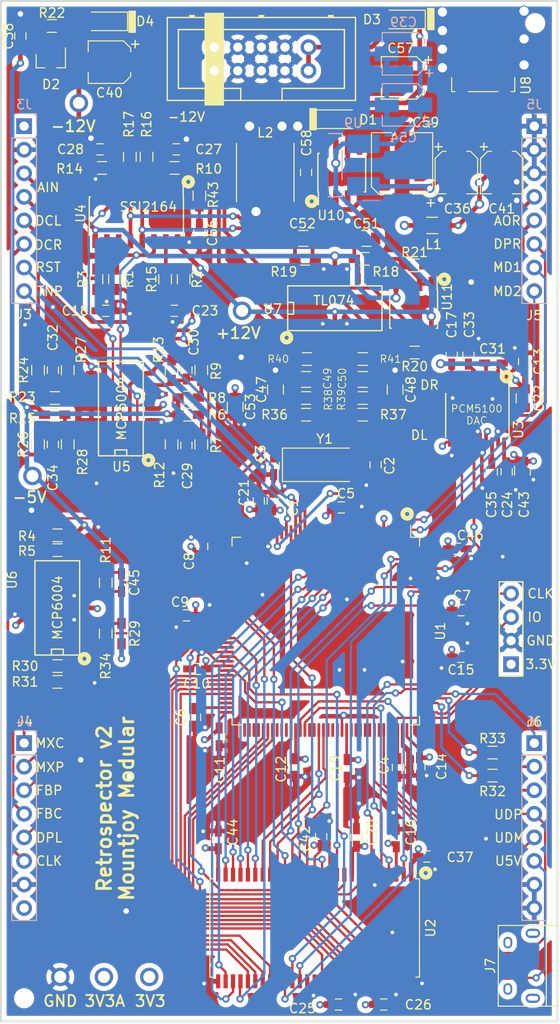
<source format=kicad_pcb>
(kicad_pcb (version 20171130) (host pcbnew "(5.1.5)-3")
  (layers (0 F.Cu signal) (1 Ground.Fill power) (2 Power.Rails power hide) (31 B.Cu signal) (34 B.Paste user) (35 F.Paste user) (36 B.SilkS user hide) (37 F.SilkS user) (38 B.Mask user hide) (39 F.Mask user) (44 Edge.Cuts user))
  (net 0 "")
  (net 1 GND)
  (net 2 "Net-(C2-Pad1)")
  (net 3 "Net-(C3-Pad1)")
  (net 4 VCC)
  (net 5 VEE)
  (net 6 -12V)
  (net 7 +12V)
  (net 8 +3.3VA)
  (net 9 "Net-(U1-Pad3)")
  (net 10 "Net-(U1-Pad4)")
  (net 11 "Net-(U1-Pad28)")
  (net 12 "Net-(C23-Pad1)")
  (net 13 "Net-(C27-Pad1)")
  (net 14 "Net-(C28-Pad1)")
  (net 15 "Net-(C31-Pad1)")
  (net 16 "Net-(C31-Pad2)")
  (net 17 "Net-(C32-Pad2)")
  (net 18 "Net-(C33-Pad1)")
  (net 19 "Net-(C34-Pad2)")
  (net 20 "Net-(C35-Pad2)")
  (net 21 "Net-(U1-Pad9)")
  (net 22 "Net-(U1-Pad20)")
  (net 23 "Net-(U1-Pad21)")
  (net 24 +3V3)
  (net 25 "Net-(C4-Pad1)")
  (net 26 "Net-(C6-Pad1)")
  (net 27 "Net-(C18-Pad1)")
  (net 28 /AUDIO_IN_L)
  (net 29 "Net-(C29-Pad2)")
  (net 30 /AUDIO_IN_R)
  (net 31 "Net-(C30-Pad2)")
  (net 32 /DELAY_CV_SCALED_L)
  (net 33 /DELAY_CV_SCALED_R)
  (net 34 /FEEDBACK_CV_SCALED)
  (net 35 "Net-(C45-Pad2)")
  (net 36 "Net-(C47-Pad1)")
  (net 37 "Net-(C48-Pad1)")
  (net 38 "Net-(C49-Pad2)")
  (net 39 "Net-(C50-Pad2)")
  (net 40 "Net-(C51-Pad1)")
  (net 41 /DRY_OUT_L)
  (net 42 "Net-(C52-Pad1)")
  (net 43 /DRY_OUT_R)
  (net 44 /SWIO)
  (net 45 /SWCLK)
  (net 46 /DELAY_CHORUS)
  (net 47 /MODE1)
  (net 48 /MODE2)
  (net 49 /USB_VBUS)
  (net 50 /USB_DM)
  (net 51 /USB_DP)
  (net 52 /EXT_AUDIO_IN_L)
  (net 53 /EXT_AUDIO_IN_R)
  (net 54 /RESET)
  (net 55 /EXT_AUDIO_OUT_L)
  (net 56 /EXT_AUDIO_OUT_R)
  (net 57 /CLOCK)
  (net 58 /DELAY_CV_L)
  (net 59 /DELAY_POT_L)
  (net 60 /DELAY_CV_R)
  (net 61 /DELAY_POT_R)
  (net 62 /MIX_POT)
  (net 63 /MIX_CV)
  (net 64 /FEEDBACK_CV)
  (net 65 /FEEDBACK_POT)
  (net 66 /LED1)
  (net 67 /LED2)
  (net 68 "Net-(R1-Pad1)")
  (net 69 "Net-(R15-Pad2)")
  (net 70 "Net-(R10-Pad1)")
  (net 71 /DAC_OUT_AMP_L)
  (net 72 "Net-(R14-Pad1)")
  (net 73 /DAC_OUT_AMP_R)
  (net 74 "Net-(R29-Pad1)")
  (net 75 /WET_DRY_MIX)
  (net 76 /DAC_OUT_L)
  (net 77 /DAC_OUT_R)
  (net 78 /FMC_~BL1)
  (net 79 /FMC_~BL0)
  (net 80 /DAC_LRCLK)
  (net 81 "Net-(U1-Pad139)")
  (net 82 "Net-(U1-Pad137)")
  (net 83 /FMC_SD~E1)
  (net 84 /FMC_SDCKE1)
  (net 85 "Net-(U1-Pad134)")
  (net 86 "Net-(U1-Pad133)")
  (net 87 /FMC_~CAS)
  (net 88 "Net-(U1-Pad129)")
  (net 89 "Net-(U1-Pad128)")
  (net 90 "Net-(U1-Pad127)")
  (net 91 "Net-(U1-Pad126)")
  (net 92 "Net-(U1-Pad125)")
  (net 93 "Net-(U1-Pad124)")
  (net 94 "Net-(U1-Pad123)")
  (net 95 "Net-(U1-Pad122)")
  (net 96 "Net-(U1-Pad119)")
  (net 97 "Net-(U1-Pad118)")
  (net 98 "Net-(U1-Pad116)")
  (net 99 /FMC_D3)
  (net 100 /FMC_D2)
  (net 101 "Net-(U1-Pad110)")
  (net 102 "Net-(U1-Pad102)")
  (net 103 "Net-(U1-Pad100)")
  (net 104 "Net-(U1-Pad99)")
  (net 105 "Net-(U1-Pad96)")
  (net 106 /FMC_SDCLK)
  (net 107 "Net-(U1-Pad92)")
  (net 108 "Net-(U1-Pad91)")
  (net 109 /FMC_BA1)
  (net 110 /FMC_BA0)
  (net 111 "Net-(U1-Pad88)")
  (net 112 "Net-(U1-Pad87)")
  (net 113 /FMC_D1)
  (net 114 /FMC_D0)
  (net 115 "Net-(U1-Pad82)")
  (net 116 "Net-(U1-Pad81)")
  (net 117 "Net-(U1-Pad80)")
  (net 118 /FMC_D15)
  (net 119 /FMC_D14)
  (net 120 /FMC_D13)
  (net 121 /DAC_DATA)
  (net 122 "Net-(U1-Pad75)")
  (net 123 "Net-(U1-Pad74)")
  (net 124 "Net-(U1-Pad73)")
  (net 125 "Net-(U1-Pad70)")
  (net 126 /DAC_BCLK)
  (net 127 /FMC_D12)
  (net 128 /FMC_D11)
  (net 129 /FMC_D10)
  (net 130 /FMC_D9)
  (net 131 /FMC_D8)
  (net 132 /FMC_D7)
  (net 133 /FMC_D6)
  (net 134 /FMC_D5)
  (net 135 /FMC_D4)
  (net 136 /FMC_A11)
  (net 137 /FMC_A10)
  (net 138 /FMC_A9)
  (net 139 /FMC_A8)
  (net 140 /FMC_A7)
  (net 141 /FMC_A6)
  (net 142 /FMC_~RAS)
  (net 143 "Net-(U1-Pad48)")
  (net 144 /MIX_WET_CTL)
  (net 145 /MIX_DRY_CTL)
  (net 146 /FMC_SD~WE)
  (net 147 "Net-(U1-Pad22)")
  (net 148 "Net-(U1-Pad19)")
  (net 149 "Net-(U1-Pad18)")
  (net 150 /FMC_A5)
  (net 151 /FMC_A4)
  (net 152 /FMC_A3)
  (net 153 /FMC_A2)
  (net 154 /FMC_A1)
  (net 155 /FMC_A0)
  (net 156 "Net-(U1-Pad8)")
  (net 157 "Net-(U1-Pad7)")
  (net 158 "Net-(U1-Pad5)")
  (net 159 /CLOCK_SCALED)
  (net 160 "Net-(U6-Pad13)")
  (net 161 "Net-(U2-Pad40)")
  (net 162 "Net-(U2-Pad36)")
  (net 163 "Net-(U1-Pad76)")
  (net 164 "Net-(U1-Pad69)")
  (net 165 "Net-(U1-Pad98)")
  (net 166 "Net-(U1-Pad97)")
  (net 167 "Net-(R32-Pad2)")
  (net 168 "Net-(R33-Pad2)")
  (net 169 /TONE_POT)
  (net 170 "Net-(J7-Pad4)")
  (net 171 "Net-(J7-Pad6)")
  (net 172 "Net-(C56-Pad1)")
  (net 173 "Net-(R43-Pad2)")
  (net 174 /Int_V)
  (net 175 "Net-(C58-Pad2)")
  (net 176 "Net-(U10-Pad2)")
  (net 177 "Net-(U10-Pad3)")
  (net 178 "Net-(U10-Pad5)")
  (net 179 /-5V_REF)
  (net 180 /VSW)
  (module Housings_SOIC:SOIC-8_3.9x4.9mm_Pitch1.27mm (layer F.Cu) (at 144.5 83.2 270)
    (fp_text reference U11 (at -1.3 -3.6 90) (layer F.SilkS))
    (fp_text value TL072)
    (pad 1 smd rect (at -2.7 -1.905 270) (size 1.55 0.6) (layers F.Cu F.Paste F.Mask) (net 40 "Net-(C51-Pad1)"))
    (pad 2 smd rect (at -2.7 -0.635 270) (size 1.55 0.6) (layers F.Cu F.Paste F.Mask) (net 40 "Net-(C51-Pad1)"))
    (pad 3 smd rect (at -2.7 0.635 270) (size 1.55 0.6) (layers F.Cu F.Paste F.Mask) (net 1 GND))
    (pad 4 smd rect (at -2.7 1.905 270) (size 1.55 0.6) (layers F.Cu F.Paste F.Mask) (net 5 VEE))
    (pad 5 smd rect (at 2.7 1.905 270) (size 1.55 0.6) (layers F.Cu F.Paste F.Mask) (net 1 GND))
    (pad 6 smd rect (at 2.7 0.635 270) (size 1.55 0.6) (layers F.Cu F.Paste F.Mask) (net 42 "Net-(C52-Pad1)"))
    (pad 7 smd rect (at 2.7 -0.635 270) (size 1.55 0.6) (layers F.Cu F.Paste F.Mask) (net 42 "Net-(C52-Pad1)"))
    (pad 8 smd rect (at 2.7 -1.905 270) (size 1.55 0.6) (layers F.Cu F.Paste F.Mask) (net 4 VCC))
  )
  (module Custom_Footprints:SSOP-20_4.4x6.5mm_Pitch0.65mm_Round_Pads (layer F.Cu) (at 151.325 94.65 270)
    (fp_text reference U3 (at 1.55 -4.475 270) (layer F.SilkS))
    (fp_text value PCM5100APW hide)
    (pad 20 smd roundrect (at 2.9 -2.925 270) (size 1 0.4) (layers F.Cu F.Paste F.Mask) (net 24 +3V3))
    (pad 19 smd roundrect (at 2.9 -2.275 270) (size 1 0.4) (layers F.Cu F.Paste F.Mask) (net 1 GND))
    (pad 18 smd roundrect (at 2.9 -1.625 270) (size 1 0.4) (layers F.Cu F.Paste F.Mask) (net 20 "Net-(C35-Pad2)"))
    (pad 17 smd roundrect (at 2.9 -0.975 270) (size 1 0.4) (layers F.Cu F.Paste F.Mask) (net 24 +3V3))
    (pad 16 smd roundrect (at 2.9 -0.325 270) (size 1 0.4) (layers F.Cu F.Paste F.Mask) (net 1 GND))
    (pad 15 smd roundrect (at 2.9 0.325 270) (size 1 0.4) (layers F.Cu F.Paste F.Mask) (net 80 /DAC_LRCLK))
    (pad 14 smd roundrect (at 2.9 0.975 270) (size 1 0.4) (layers F.Cu F.Paste F.Mask) (net 121 /DAC_DATA))
    (pad 13 smd roundrect (at 2.9 1.625 270) (size 1 0.4) (layers F.Cu F.Paste F.Mask) (net 126 /DAC_BCLK))
    (pad 12 smd roundrect (at 2.9 2.275 270) (size 1 0.4) (layers F.Cu F.Paste F.Mask) (net 1 GND))
    (pad 11 smd roundrect (at 2.9 2.925 270) (size 1 0.4) (layers F.Cu F.Paste F.Mask) (net 24 +3V3))
    (pad 10 smd roundrect (at -2.9 2.925 270) (size 1 0.4) (layers F.Cu F.Paste F.Mask) (net 1 GND))
    (pad 9 smd roundrect (at -2.9 2.275 270) (size 1 0.4) (layers F.Cu F.Paste F.Mask) (net 1 GND))
    (pad 8 smd roundrect (at -2.9 1.625 270) (size 1 0.4) (layers F.Cu F.Paste F.Mask) (net 8 +3.3VA))
    (pad 7 smd roundrect (at -2.9 0.975 270) (size 1 0.4) (layers F.Cu F.Paste F.Mask) (net 77 /DAC_OUT_R))
    (pad 6 smd roundrect (at -2.9 0.325 270) (size 1 0.4) (layers F.Cu F.Paste F.Mask) (net 76 /DAC_OUT_L))
    (pad 5 smd roundrect (at -2.9 -0.325 270) (size 1 0.4) (layers F.Cu F.Paste F.Mask) (net 18 "Net-(C33-Pad1)"))
    (pad 4 smd roundrect (at -2.9 -0.975 270) (size 1 0.4) (layers F.Cu F.Paste F.Mask) (net 16 "Net-(C31-Pad2)"))
    (pad 3 smd roundrect (at -2.9 -1.625 270) (size 1 0.4) (layers F.Cu F.Paste F.Mask) (net 1 GND))
    (pad 2 smd roundrect (at -2.9 -2.275 270) (size 1 0.4) (layers F.Cu F.Paste F.Mask) (net 15 "Net-(C31-Pad1)"))
    (pad 1 smd roundrect (at -2.9 -2.925 270) (size 1 0.4) (layers F.Cu F.Paste F.Mask) (net 8 +3.3VA))
  )
  (module Measurement_Points:Measurement_Point_Square-SMD-Pad_Small (layer F.Cu) (at 146.2 93.2)
    (fp_text reference TP8 hide)
    (fp_text value TestPoint)
    (pad 1 smd rect (at 0 0) (size 1.5 1.5) (layers F.Cu F.Mask) (net 77 /DAC_OUT_R))
  )
  (module Measurement_Points:Measurement_Point_Square-SMD-Pad_Small (layer F.Cu) (at 142.9 96.7)
    (fp_text reference TP7 hide)
    (fp_text value TestPoint)
    (pad 1 smd rect (at 0 0) (size 1.5 1.5) (layers F.Cu F.Mask) (net 76 /DAC_OUT_L))
  )
  (module Custom_Footprints:1.3mm_Test_Point (layer F.Cu) (at 126 83.4)
    (fp_text reference TP5 hide)
    (fp_text value TestPoint)
    (pad 1 thru_hole circle (at 0 0) (size 2 2) (drill 1.3) (layers *.Cu *.Mask) (net 4 VCC))
  )
  (module Custom_Footprints:1.3mm_Test_Point (layer F.Cu) (at 108.4 61)
    (fp_text reference TP6 hide)
    (fp_text value TestPoint)
    (pad 1 thru_hole circle (at 0 0) (size 2 2) (drill 1.3) (layers *.Cu *.Mask) (net 5 VEE))
  )
  (module Custom_Footprints:1.3mm_Test_Point (layer F.Cu) (at 103.4 101.2)
    (fp_text reference TP4 hide)
    (fp_text value TestPoint)
    (pad 1 thru_hole circle (at 0 0) (size 2 2) (drill 1.3) (layers *.Cu *.Mask) (net 179 /-5V_REF))
  )
  (module Custom_Footprints:1.3mm_Test_Point (layer F.Cu) (at 111.1 155.2)
    (fp_text reference TP3 hide)
    (fp_text value TestPoint)
    (pad 1 thru_hole circle (at 0 0) (size 2 2) (drill 1.3) (layers *.Cu *.Mask) (net 8 +3.3VA))
  )
  (module Custom_Footprints:1.3mm_Test_Point (layer F.Cu) (at 116 155.2)
    (fp_text reference TP2 hide)
    (fp_text value TestPoint)
    (pad 1 thru_hole circle (at 0 0) (size 2 2) (drill 1.3) (layers *.Cu *.Mask) (net 24 +3V3))
  )
  (module Custom_Footprints:1.3mm_Test_Point (layer F.Cu) (at 106.4 155.2)
    (fp_text reference TP1 hide)
    (fp_text value TestPoint)
    (pad 1 thru_hole circle (at 0 0) (size 2 2) (drill 1.3) (layers *.Cu *.Mask) (net 1 GND))
  )
  (module Custom_Footprints:Inductor_SMD_6x6mm (layer F.Cu) (at 128.5 68.5 270)
    (fp_text reference L2 (at -4.3 0) (layer F.SilkS))
    (fp_text value 68uH)
    (pad 1 smd rect (at -2.3 0 270) (size 1.8 5.9) (layers F.Cu F.Paste F.Mask) (net 180 /VSW))
    (pad 2 smd rect (at 2.3 0 270) (size 1.8 5.9) (layers F.Cu F.Paste F.Mask) (net 174 /Int_V))
  )
  (module Housings_SOIC:SOIC-8_3.9x4.9mm_Pitch1.27mm (layer F.Cu) (at 136.75 68.5 90)
    (fp_text reference U10 (at -4.6 -1.15 180) (layer F.SilkS))
    (fp_text value LM2675M-5)
    (pad 1 smd rect (at -2.7 -1.905 90) (size 1.55 0.6) (layers F.Cu F.Paste F.Mask) (net 175 "Net-(C58-Pad2)"))
    (pad 2 smd rect (at -2.7 -0.635 90) (size 1.55 0.6) (layers F.Cu F.Paste F.Mask) (net 176 "Net-(U10-Pad2)"))
    (pad 3 smd rect (at -2.7 0.635 90) (size 1.55 0.6) (layers F.Cu F.Paste F.Mask) (net 177 "Net-(U10-Pad3)"))
    (pad 4 smd rect (at -2.7 1.905 90) (size 1.55 0.6) (layers F.Cu F.Paste F.Mask) (net 174 /Int_V))
    (pad 5 smd rect (at 2.7 1.905 90) (size 1.55 0.6) (layers F.Cu F.Paste F.Mask) (net 178 "Net-(U10-Pad5)"))
    (pad 6 smd rect (at 2.7 0.635 90) (size 1.55 0.6) (layers F.Cu F.Paste F.Mask) (net 1 GND))
    (pad 7 smd rect (at 2.7 -0.635 90) (size 1.55 0.6) (layers F.Cu F.Paste F.Mask) (net 4 VCC))
    (pad 8 smd rect (at 2.7 -1.905 90) (size 1.55 0.6) (layers F.Cu F.Paste F.Mask) (net 180 /VSW))
  )
  (module Diodes_SMD:D_SOD-123 (layer F.Cu) (at 136.25 62.75)
    (fp_text reference D1 (at 3.35 0.05) (layer F.SilkS))
    (fp_text value 1N5819)
    (pad 1 smd rect (at -1.65 0) (size 0.9 1.2) (layers F.Cu F.Paste F.Mask) (net 180 /VSW))
    (pad 2 smd rect (at 1.65 0) (size 0.9 1.2) (layers F.Cu F.Paste F.Mask) (net 1 GND))
  )
  (module Capacitors_SMD:CP_Elec_6.3x5.8 (layer F.Cu) (at 143.25 67.5 90)
    (fp_text reference C59 (at 4.4 2.55 180) (layer F.SilkS))
    (fp_text value 100uF)
    (fp_text user + (at -4.28 3.01 90) (layer F.SilkS))
    (pad 1 smd rect (at -2.7 0 270) (size 3.5 1.6) (layers F.Cu F.Paste F.Mask) (net 174 /Int_V))
    (pad 2 smd rect (at 2.7 0 270) (size 3.5 1.6) (layers F.Cu F.Paste F.Mask) (net 1 GND))
  )
  (module Capacitors_SMD:C_0603_HandSoldering (layer F.Cu) (at 132.9 68.5 270)
    (fp_text reference C58 (at -3.2 -0.05 90) (layer F.SilkS))
    (fp_text value 10nF)
    (pad 1 smd rect (at -0.95 0 270) (size 1.2 0.75) (layers F.Cu F.Paste F.Mask) (net 180 /VSW))
    (pad 2 smd rect (at 0.95 0 270) (size 1.2 0.75) (layers F.Cu F.Paste F.Mask) (net 175 "Net-(C58-Pad2)"))
  )
  (module Capacitors_SMD:CP_Elec_4x5.8 (layer F.Cu) (at 143.3 58.3 180)
    (fp_text reference C57 (at 0.2 3.2) (layer F.SilkS))
    (fp_text value 22uF)
    (fp_text user + (at -2.78 2.01) (layer F.SilkS))
    (pad 1 smd rect (at -1.8 0) (size 2.6 1.6) (layers F.Cu F.Paste F.Mask) (net 4 VCC))
    (pad 2 smd rect (at 1.8 0) (size 2.6 1.6) (layers F.Cu F.Paste F.Mask) (net 1 GND))
  )
  (module Capacitors_SMD:CP_Elec_4x5.8 (layer B.Cu) (at 143.4 61.2 180)
    (fp_text reference C54 (at 0 -3.54) (layer B.SilkS) (effects (justify mirror)))
    (fp_text value 22uF)
    (fp_text user + (at -2.78 -2.01) (layer B.SilkS) (effects (justify mirror)))
    (pad 1 smd rect (at -1.8 0) (size 2.6 1.6) (layers B.Cu B.Paste B.Mask) (net 4 VCC))
    (pad 2 smd rect (at 1.8 0) (size 2.6 1.6) (layers B.Cu B.Paste B.Mask) (net 1 GND))
  )
  (module Capacitors_SMD:CP_Elec_4x5.8 (layer F.Cu) (at 154 68.5 270)
    (fp_text reference C41 (at 3.9 0 180) (layer F.SilkS))
    (fp_text value 22uF)
    (fp_text user + (at -2.78 2.01 90) (layer F.SilkS))
    (pad 1 smd rect (at -1.8 0 90) (size 2.6 1.6) (layers F.Cu F.Paste F.Mask) (net 24 +3V3))
    (pad 2 smd rect (at 1.8 0 90) (size 2.6 1.6) (layers F.Cu F.Paste F.Mask) (net 1 GND))
  )
  (module Capacitors_SMD:CP_Elec_4x5.8 (layer F.Cu) (at 111.7 56.6 180)
    (fp_text reference C40 (at 0 -3.3) (layer F.SilkS))
    (fp_text value 22uF)
    (fp_text user + (at -2.78 2.01) (layer F.SilkS))
    (pad 1 smd rect (at -1.8 0) (size 2.6 1.6) (layers F.Cu F.Paste F.Mask) (net 1 GND))
    (pad 2 smd rect (at 1.8 0) (size 2.6 1.6) (layers F.Cu F.Paste F.Mask) (net 5 VEE))
  )
  (module Capacitors_SMD:CP_Elec_4x5.8 (layer B.Cu) (at 143.4 55.7 180)
    (fp_text reference C39 (at 0 3.4) (layer B.SilkS) (effects (justify mirror)))
    (fp_text value 22uF)
    (fp_text user + (at -2.78 -2.01) (layer B.SilkS) (effects (justify mirror)))
    (pad 1 smd rect (at -1.8 0) (size 2.6 1.6) (layers B.Cu B.Paste B.Mask) (net 4 VCC))
    (pad 2 smd rect (at 1.8 0) (size 2.6 1.6) (layers B.Cu B.Paste B.Mask) (net 1 GND))
  )
  (module Capacitors_SMD:CP_Elec_4x5.8 (layer F.Cu) (at 149.1 68.5 270)
    (fp_text reference C36 (at 3.9 -0.1 180) (layer F.SilkS))
    (fp_text value 22uF)
    (fp_text user + (at -2.78 2.01 90) (layer F.SilkS))
    (pad 1 smd rect (at -1.8 0 90) (size 2.6 1.6) (layers F.Cu F.Paste F.Mask) (net 174 /Int_V))
    (pad 2 smd rect (at 1.8 0 90) (size 2.6 1.6) (layers F.Cu F.Paste F.Mask) (net 1 GND))
  )
  (module TO_SOT_Packages_SMD:TO-252-2_Rectifier (layer B.Cu) (at 134.5 67.7 180)
    (fp_text reference U9 (at -3.5 4.55 180) (layer B.SilkS) (effects (justify mirror)))
    (fp_text value BA7807FP-E2)
    (pad 1 smd rect (at -4.575 2.3 270) (size 2 3.5) (layers B.Cu B.Paste B.Mask) (net 4 VCC))
    (pad 3 smd rect (at -4.575 -2.28 270) (size 2 3.5) (layers B.Cu B.Paste B.Mask) (net 174 /Int_V))
    (pad 2 smd rect (at 2.825 0 270) (size 7 7) (layers B.Cu B.Paste B.Mask) (net 1 GND))
  )
  (module TO_SOT_Packages_SMD:TO-252-2_Rectifier (layer F.Cu) (at 152 57.5 90)
    (fp_text reference U8 (at -1.6 4.6 90) (layer F.SilkS))
    (fp_text value NCV1117DT33T5G)
    (pad 1 smd rect (at -4.575 -2.3) (size 2 3.5) (layers F.Cu F.Paste F.Mask) (net 174 /Int_V))
    (pad 3 smd rect (at -4.575 2.28) (size 2 3.5) (layers F.Cu F.Paste F.Mask) (net 24 +3V3))
    (pad 2 smd rect (at 2.825 0) (size 7 7) (layers F.Cu F.Paste F.Mask) (net 1 GND))
  )
  (module Resistors_SMD:R_0603_HandSoldering (layer F.Cu) (at 121.4 71 90)
    (fp_text reference R43 (at 0.1 1.5 90) (layer F.SilkS))
    (fp_text value 100R)
    (pad 1 smd rect (at -1.1 0 90) (size 1.2 0.9) (layers F.Cu F.Paste F.Mask) (net 172 "Net-(C56-Pad1)"))
    (pad 2 smd rect (at 1.1 0 90) (size 1.2 0.9) (layers F.Cu F.Paste F.Mask) (net 173 "Net-(R43-Pad2)"))
  )
  (module Resistors_SMD:R_0603_HandSoldering (layer F.Cu) (at 105.5 52.7 180)
    (fp_text reference R22 (at 0 1.4) (layer F.SilkS))
    (fp_text value 2k2)
    (pad 1 smd rect (at -1.1 0 180) (size 1.2 0.9) (layers F.Cu F.Paste F.Mask) (net 5 VEE))
    (pad 2 smd rect (at 1.1 0 180) (size 1.2 0.9) (layers F.Cu F.Paste F.Mask) (net 179 /-5V_REF))
  )
  (module Capacitors_SMD:C_0603_HandSoldering (layer F.Cu) (at 121.4 75 270)
    (fp_text reference C56 (at 0 -1.4 90) (layer F.SilkS))
    (fp_text value 10nF)
    (pad 1 smd rect (at -0.95 0 270) (size 1.2 0.75) (layers F.Cu F.Paste F.Mask) (net 172 "Net-(C56-Pad1)"))
    (pad 2 smd rect (at 0.95 0 270) (size 1.2 0.75) (layers F.Cu F.Paste F.Mask) (net 1 GND))
  )
  (module Capacitors_SMD:C_0603_HandSoldering (layer F.Cu) (at 102.1 53.8 270)
    (fp_text reference C38 (at 0 1.3 90) (layer F.SilkS))
    (fp_text value 100nF)
    (pad 1 smd rect (at -0.95 0 270) (size 1.2 0.75) (layers F.Cu F.Paste F.Mask) (net 1 GND))
    (pad 2 smd rect (at 0.95 0 270) (size 1.2 0.75) (layers F.Cu F.Paste F.Mask) (net 179 /-5V_REF))
  )
  (module Resistors_SMD:R_0603_HandSoldering (layer F.Cu) (at 106.1 123.4)
    (fp_text reference R31 (at -3.5 0) (layer F.SilkS))
    (fp_text value 47k)
    (pad 1 smd rect (at -1.1 0) (size 1.2 0.9) (layers F.Cu F.Paste F.Mask) (net 74 "Net-(R29-Pad1)"))
    (pad 2 smd rect (at 1.1 0) (size 1.2 0.9) (layers F.Cu F.Paste F.Mask) (net 62 /MIX_POT))
  )
  (module Custom_Footprints:JLC_SMT_Tooling_Hole (layer F.Cu) (at 157.6 52.4)
    (fp_text reference H1 hide)
    (fp_text value JLC_Tooling_Hole hide)
    (pad "" np_thru_hole circle (at 0 0) (size 1.152 1.152) (drill 1.152) (layers *.Cu *.Mask))
  )
  (module Custom_Footprints:JLC_SMT_Tooling_Hole (layer F.Cu) (at 102.5 157.5)
    (fp_text reference H2 hide)
    (fp_text value JLC_Tooling_Hole hide)
    (pad "" np_thru_hole circle (at 0 0) (size 1.152 1.152) (drill 1.152) (layers *.Cu *.Mask))
  )
  (module Crystals:Crystal_SMD_5032-2pin_5.0x3.2mm_HandSoldering (layer F.Cu) (at 134.9 100)
    (fp_text reference Y1 (at 0 -2.8) (layer F.SilkS))
    (fp_text value "8MHz 20pF")
    (pad 1 smd rect (at -2.6 0) (size 3.5 2.4) (layers F.Cu F.Paste F.Mask) (net 3 "Net-(C3-Pad1)"))
    (pad 2 smd rect (at 2.6 0) (size 3.5 2.4) (layers F.Cu F.Paste F.Mask) (net 2 "Net-(C2-Pad1)"))
  )
  (module Capacitors_SMD:C_0603_HandSoldering (layer F.Cu) (at 150.4 88.2 90)
    (fp_text reference C33 (at 3.3 0.1 90) (layer F.SilkS))
    (fp_text value 2.2uF)
    (pad 1 smd rect (at -0.95 0 90) (size 1.2 0.75) (layers F.Cu F.Paste F.Mask) (net 18 "Net-(C33-Pad1)"))
    (pad 2 smd rect (at 0.95 0 90) (size 1.2 0.75) (layers F.Cu F.Paste F.Mask) (net 1 GND))
  )
  (module Capacitors_SMD:C_0603_HandSoldering (layer F.Cu) (at 153.1 89.025 180)
    (fp_text reference C31 (at 0.1 1.525) (layer F.SilkS))
    (fp_text value 2.2uF)
    (pad 1 smd rect (at -0.95 0 180) (size 1.2 0.75) (layers F.Cu F.Paste F.Mask) (net 15 "Net-(C31-Pad1)"))
    (pad 2 smd rect (at 0.95 0 180) (size 1.2 0.75) (layers F.Cu F.Paste F.Mask) (net 16 "Net-(C31-Pad2)"))
  )
  (module Capacitors_SMD:C_0603_HandSoldering (layer F.Cu) (at 120.925 127.225 270)
    (fp_text reference C6 (at 0 1.525 90) (layer F.SilkS))
    (fp_text value 2.2uF)
    (pad 1 smd rect (at -0.95 0 270) (size 1.2 0.75) (layers F.Cu F.Paste F.Mask) (net 26 "Net-(C6-Pad1)"))
    (pad 2 smd rect (at 0.95 0 270) (size 1.2 0.75) (layers F.Cu F.Paste F.Mask) (net 1 GND))
  )
  (module Capacitors_SMD:C_0603_HandSoldering (layer F.Cu) (at 142.8 132.625 270)
    (fp_text reference C4 (at -0.225 1.5 90) (layer F.SilkS))
    (fp_text value 2.2uF)
    (pad 1 smd rect (at -0.95 0 270) (size 1.2 0.75) (layers F.Cu F.Paste F.Mask) (net 25 "Net-(C4-Pad1)"))
    (pad 2 smd rect (at 0.95 0 270) (size 1.2 0.75) (layers F.Cu F.Paste F.Mask) (net 1 GND))
  )
  (module Capacitors_SMD:C_0805 (layer F.Cu) (at 125.25 93.75 270)
    (fp_text reference C53 (at 0 -1.65 90) (layer F.SilkS))
    (fp_text value 10uF)
    (pad 1 smd rect (at -1 0 270) (size 1 1.25) (layers F.Cu F.Paste F.Mask) (net 8 +3.3VA))
    (pad 2 smd rect (at 1 0 270) (size 1 1.25) (layers F.Cu F.Paste F.Mask) (net 1 GND))
  )
  (module Custom_Footprints:USB_Micro-B_Amphenol (layer F.Cu) (at 156 154 90)
    (fp_text reference J7 (at 0 -3.24 90) (layer F.SilkS))
    (fp_text value USB_B_Micro)
    (pad 1 smd rect (at -1.3 -1.35 180) (size 1.35 0.4) (layers F.Cu F.Paste F.Mask) (net 49 /USB_VBUS))
    (pad 2 smd rect (at -0.65 -1.35 180) (size 1.35 0.4) (layers F.Cu F.Paste F.Mask) (net 50 /USB_DM))
    (pad 3 smd rect (at 0 -1.35 180) (size 1.35 0.4) (layers F.Cu F.Paste F.Mask) (net 51 /USB_DP))
    (pad 4 smd rect (at 0.65 -1.35 180) (size 1.35 0.4) (layers F.Cu F.Paste F.Mask) (net 170 "Net-(J7-Pad4)"))
    (pad 5 smd rect (at 1.3 -1.35 180) (size 1.35 0.4) (layers F.Cu F.Paste F.Mask) (net 1 GND))
    (pad "" thru_hole oval (at -2.5 -1.35 180) (size 0.95 1.25) (drill oval 0.55 0.85) (layers *.Cu *.Mask))
    (pad "" thru_hole oval (at 2.5 -1.35 180) (size 0.95 1.25) (drill oval 0.55 0.85) (layers *.Cu *.Mask))
    (pad 6 thru_hole oval (at -3.5 1.35 180) (size 1.55 1) (drill oval 1.15 0.5) (layers *.Cu *.Mask) (net 171 "Net-(J7-Pad6)"))
    (pad "" thru_hole oval (at 3.5 1.35 180) (size 1.55 1) (drill oval 1.15 0.5) (layers *.Cu *.Mask))
  )
  (module Inductors_SMD:L_0805_HandSoldering (layer F.Cu) (at 146.5 74.2)
    (fp_text reference L1 (at 0.15 2.05) (layer F.SilkS))
    (fp_text value L)
    (pad 1 smd rect (at -1.35 0) (size 1.5 1.3) (layers F.Cu F.Paste F.Mask) (net 8 +3.3VA))
    (pad 2 smd rect (at 1.35 0) (size 1.5 1.3) (layers F.Cu F.Paste F.Mask) (net 24 +3V3))
  )
  (module Pin_Headers:Pin_Header_Straight_1x08_Pitch2.54mm (layer B.Cu) (at 157.5 130 180)
    (fp_text reference J6 (at 0 2.33) (layer B.SilkS) (effects (justify mirror)))
    (fp_text value Conn_01x08_Male)
    (pad 1 thru_hole rect (at 0 0 180) (size 1.7 1.7) (drill 1) (layers *.Cu *.Mask) (net 46 /DELAY_CHORUS))
    (pad 2 thru_hole oval (at 0 -2.54 180) (size 1.7 1.7) (drill 1) (layers *.Cu *.Mask) (net 67 /LED2))
    (pad 3 thru_hole oval (at 0 -5.08 180) (size 1.7 1.7) (drill 1) (layers *.Cu *.Mask) (net 66 /LED1))
    (pad 4 thru_hole oval (at 0 -7.62 180) (size 1.7 1.7) (drill 1) (layers *.Cu *.Mask) (net 51 /USB_DP))
    (pad 5 thru_hole oval (at 0 -10.16 180) (size 1.7 1.7) (drill 1) (layers *.Cu *.Mask) (net 50 /USB_DM))
    (pad 6 thru_hole oval (at 0 -12.7 180) (size 1.7 1.7) (drill 1) (layers *.Cu *.Mask) (net 49 /USB_VBUS))
    (pad 7 thru_hole oval (at 0 -15.24 180) (size 1.7 1.7) (drill 1) (layers *.Cu *.Mask) (net 1 GND))
    (pad 8 thru_hole oval (at 0 -17.78 180) (size 1.7 1.7) (drill 1) (layers *.Cu *.Mask) (net 1 GND))
  )
  (module Pin_Headers:Pin_Header_Straight_1x08_Pitch2.54mm (layer B.Cu) (at 157.5 63.5 180)
    (fp_text reference J5 (at 0 2.33) (layer B.SilkS) (effects (justify mirror)))
    (fp_text value Conn_01x08_Male)
    (pad 1 thru_hole rect (at 0 0 180) (size 1.7 1.7) (drill 1) (layers *.Cu *.Mask) (net 1 GND))
    (pad 2 thru_hole oval (at 0 -2.54 180) (size 1.7 1.7) (drill 1) (layers *.Cu *.Mask) (net 1 GND))
    (pad 3 thru_hole oval (at 0 -5.08 180) (size 1.7 1.7) (drill 1) (layers *.Cu *.Mask) (net 1 GND))
    (pad 4 thru_hole oval (at 0 -7.62 180) (size 1.7 1.7) (drill 1) (layers *.Cu *.Mask) (net 55 /EXT_AUDIO_OUT_L))
    (pad 5 thru_hole oval (at 0 -10.16 180) (size 1.7 1.7) (drill 1) (layers *.Cu *.Mask) (net 56 /EXT_AUDIO_OUT_R))
    (pad 6 thru_hole oval (at 0 -12.7 180) (size 1.7 1.7) (drill 1) (layers *.Cu *.Mask) (net 61 /DELAY_POT_R))
    (pad 7 thru_hole oval (at 0 -15.24 180) (size 1.7 1.7) (drill 1) (layers *.Cu *.Mask) (net 47 /MODE1))
    (pad 8 thru_hole oval (at 0 -17.78 180) (size 1.7 1.7) (drill 1) (layers *.Cu *.Mask) (net 48 /MODE2))
  )
  (module Pin_Headers:Pin_Header_Straight_1x08_Pitch2.54mm (layer B.Cu) (at 102.5 130 180)
    (fp_text reference J4 (at 0 2.33) (layer B.SilkS) (effects (justify mirror)))
    (fp_text value Conn_01x08_Male)
    (pad 1 thru_hole rect (at 0 0 180) (size 1.7 1.7) (drill 1) (layers *.Cu *.Mask) (net 63 /MIX_CV))
    (pad 2 thru_hole oval (at 0 -2.54 180) (size 1.7 1.7) (drill 1) (layers *.Cu *.Mask) (net 62 /MIX_POT))
    (pad 3 thru_hole oval (at 0 -5.08 180) (size 1.7 1.7) (drill 1) (layers *.Cu *.Mask) (net 65 /FEEDBACK_POT))
    (pad 4 thru_hole oval (at 0 -7.62 180) (size 1.7 1.7) (drill 1) (layers *.Cu *.Mask) (net 64 /FEEDBACK_CV))
    (pad 5 thru_hole oval (at 0 -10.16 180) (size 1.7 1.7) (drill 1) (layers *.Cu *.Mask) (net 59 /DELAY_POT_L))
    (pad 6 thru_hole oval (at 0 -12.7 180) (size 1.7 1.7) (drill 1) (layers *.Cu *.Mask) (net 57 /CLOCK))
    (pad 7 thru_hole oval (at 0 -15.24 180) (size 1.7 1.7) (drill 1) (layers *.Cu *.Mask) (net 1 GND))
    (pad 8 thru_hole oval (at 0 -17.78 180) (size 1.7 1.7) (drill 1) (layers *.Cu *.Mask) (net 8 +3.3VA))
  )
  (module Pin_Headers:Pin_Header_Straight_1x08_Pitch2.54mm (layer B.Cu) (at 102.5 63.5 180)
    (fp_text reference J3 (at 0 2.33) (layer B.SilkS) (effects (justify mirror)))
    (fp_text value Conn_01x08_Male)
    (pad 1 thru_hole rect (at 0 0 180) (size 1.7 1.7) (drill 1) (layers *.Cu *.Mask) (net 8 +3.3VA))
    (pad 2 thru_hole oval (at 0 -2.54 180) (size 1.7 1.7) (drill 1) (layers *.Cu *.Mask) (net 1 GND))
    (pad 3 thru_hole oval (at 0 -5.08 180) (size 1.7 1.7) (drill 1) (layers *.Cu *.Mask) (net 52 /EXT_AUDIO_IN_L))
    (pad 4 thru_hole oval (at 0 -7.62 180) (size 1.7 1.7) (drill 1) (layers *.Cu *.Mask) (net 53 /EXT_AUDIO_IN_R))
    (pad 5 thru_hole oval (at 0 -10.16 180) (size 1.7 1.7) (drill 1) (layers *.Cu *.Mask) (net 58 /DELAY_CV_L))
    (pad 6 thru_hole oval (at 0 -12.7 180) (size 1.7 1.7) (drill 1) (layers *.Cu *.Mask) (net 60 /DELAY_CV_R))
    (pad 7 thru_hole oval (at 0 -15.24 180) (size 1.7 1.7) (drill 1) (layers *.Cu *.Mask) (net 54 /RESET))
    (pad 8 thru_hole oval (at 0 -17.78 180) (size 1.7 1.7) (drill 1) (layers *.Cu *.Mask) (net 169 /TONE_POT))
  )
  (module Resistors_SMD:R_0603_HandSoldering (layer F.Cu) (at 153 131.02 180)
    (fp_text reference R33 (at 0 1.52) (layer F.SilkS))
    (fp_text value 330R)
    (pad 1 smd rect (at -1.1 0 180) (size 1.2 0.9) (layers F.Cu F.Paste F.Mask) (net 67 /LED2))
    (pad 2 smd rect (at 1.1 0 180) (size 1.2 0.9) (layers F.Cu F.Paste F.Mask) (net 168 "Net-(R33-Pad2)"))
  )
  (module Resistors_SMD:R_0603_HandSoldering (layer F.Cu) (at 153 133.5 180)
    (fp_text reference R32 (at 0 -1.7) (layer F.SilkS))
    (fp_text value 330R)
    (pad 1 smd rect (at -1.1 0 180) (size 1.2 0.9) (layers F.Cu F.Paste F.Mask) (net 66 /LED1))
    (pad 2 smd rect (at 1.1 0 180) (size 1.2 0.9) (layers F.Cu F.Paste F.Mask) (net 167 "Net-(R32-Pad2)"))
  )
  (module Capacitors_SMD:C_0603_HandSoldering (layer F.Cu) (at 149.2 109.05 180)
    (fp_text reference C46 (at -1.4 1.45) (layer F.SilkS))
    (fp_text value 100nF)
    (pad 1 smd rect (at -0.95 0 180) (size 1.2 0.75) (layers F.Cu F.Paste F.Mask) (net 1 GND))
    (pad 2 smd rect (at 0.95 0 180) (size 1.2 0.75) (layers F.Cu F.Paste F.Mask) (net 24 +3V3))
  )
  (module Capacitors_SMD:C_0603_HandSoldering (layer F.Cu) (at 149.6 115.675 180)
    (fp_text reference C7 (at -0.1 1.575) (layer F.SilkS))
    (fp_text value 100nF)
    (pad 1 smd rect (at -0.95 0 180) (size 1.2 0.75) (layers F.Cu F.Paste F.Mask) (net 1 GND))
    (pad 2 smd rect (at 0.95 0 180) (size 1.2 0.75) (layers F.Cu F.Paste F.Mask) (net 24 +3V3))
  )
  (module Package_QFP:LQFP-144_20x20mm_P0.5mm (layer F.Cu) (at 135.025 117.925 270)
    (fp_text reference U1 (at 0 -12.35 90) (layer F.SilkS))
    (fp_text value STM32H743ZITx)
    (pad 144 smd roundrect (at -8.75 -10.6625 270) (size 0.3 1.475) (layers F.Cu F.Paste F.Mask) (net 24 +3V3))
    (pad 143 smd roundrect (at -8.25 -10.6625 270) (size 0.3 1.475) (layers F.Cu F.Paste F.Mask) (net 24 +3V3))
    (pad 142 smd roundrect (at -7.75 -10.6625 270) (size 0.3 1.475) (layers F.Cu F.Paste F.Mask) (net 78 /FMC_~BL1))
    (pad 141 smd roundrect (at -7.25 -10.6625 270) (size 0.3 1.475) (layers F.Cu F.Paste F.Mask) (net 79 /FMC_~BL0))
    (pad 140 smd roundrect (at -6.75 -10.6625 270) (size 0.3 1.475) (layers F.Cu F.Paste F.Mask) (net 80 /DAC_LRCLK))
    (pad 139 smd roundrect (at -6.25 -10.6625 270) (size 0.3 1.475) (layers F.Cu F.Paste F.Mask) (net 81 "Net-(U1-Pad139)"))
    (pad 138 smd roundrect (at -5.75 -10.6625 270) (size 0.3 1.475) (layers F.Cu F.Paste F.Mask) (net 1 GND))
    (pad 137 smd roundrect (at -5.25 -10.6625 270) (size 0.3 1.475) (layers F.Cu F.Paste F.Mask) (net 82 "Net-(U1-Pad137)"))
    (pad 136 smd roundrect (at -4.75 -10.6625 270) (size 0.3 1.475) (layers F.Cu F.Paste F.Mask) (net 83 /FMC_SD~E1))
    (pad 135 smd roundrect (at -4.25 -10.6625 270) (size 0.3 1.475) (layers F.Cu F.Paste F.Mask) (net 84 /FMC_SDCKE1))
    (pad 134 smd roundrect (at -3.75 -10.6625 270) (size 0.3 1.475) (layers F.Cu F.Paste F.Mask) (net 85 "Net-(U1-Pad134)"))
    (pad 133 smd roundrect (at -3.25 -10.6625 270) (size 0.3 1.475) (layers F.Cu F.Paste F.Mask) (net 86 "Net-(U1-Pad133)"))
    (pad 132 smd roundrect (at -2.75 -10.6625 270) (size 0.3 1.475) (layers F.Cu F.Paste F.Mask) (net 87 /FMC_~CAS))
    (pad 131 smd roundrect (at -2.25 -10.6625 270) (size 0.3 1.475) (layers F.Cu F.Paste F.Mask) (net 24 +3V3))
    (pad 130 smd roundrect (at -1.75 -10.6625 270) (size 0.3 1.475) (layers F.Cu F.Paste F.Mask) (net 1 GND))
    (pad 129 smd roundrect (at -1.25 -10.6625 270) (size 0.3 1.475) (layers F.Cu F.Paste F.Mask) (net 88 "Net-(U1-Pad129)"))
    (pad 128 smd roundrect (at -0.75 -10.6625 270) (size 0.3 1.475) (layers F.Cu F.Paste F.Mask) (net 89 "Net-(U1-Pad128)"))
    (pad 127 smd roundrect (at -0.25 -10.6625 270) (size 0.3 1.475) (layers F.Cu F.Paste F.Mask) (net 90 "Net-(U1-Pad127)"))
    (pad 126 smd roundrect (at 0.25 -10.6625 270) (size 0.3 1.475) (layers F.Cu F.Paste F.Mask) (net 91 "Net-(U1-Pad126)"))
    (pad 125 smd roundrect (at 0.75 -10.6625 270) (size 0.3 1.475) (layers F.Cu F.Paste F.Mask) (net 92 "Net-(U1-Pad125)"))
    (pad 124 smd roundrect (at 1.25 -10.6625 270) (size 0.3 1.475) (layers F.Cu F.Paste F.Mask) (net 93 "Net-(U1-Pad124)"))
    (pad 123 smd roundrect (at 1.75 -10.6625 270) (size 0.3 1.475) (layers F.Cu F.Paste F.Mask) (net 94 "Net-(U1-Pad123)"))
    (pad 122 smd roundrect (at 2.25 -10.6625 270) (size 0.3 1.475) (layers F.Cu F.Paste F.Mask) (net 95 "Net-(U1-Pad122)"))
    (pad 121 smd roundrect (at 2.75 -10.6625 270) (size 0.3 1.475) (layers F.Cu F.Paste F.Mask) (net 24 +3V3))
    (pad 120 smd roundrect (at 3.25 -10.6625 270) (size 0.3 1.475) (layers F.Cu F.Paste F.Mask) (net 1 GND))
    (pad 119 smd roundrect (at 3.75 -10.6625 270) (size 0.3 1.475) (layers F.Cu F.Paste F.Mask) (net 96 "Net-(U1-Pad119)"))
    (pad 118 smd roundrect (at 4.25 -10.6625 270) (size 0.3 1.475) (layers F.Cu F.Paste F.Mask) (net 97 "Net-(U1-Pad118)"))
    (pad 117 smd roundrect (at 4.75 -10.6625 270) (size 0.3 1.475) (layers F.Cu F.Paste F.Mask) (net 126 /DAC_BCLK))
    (pad 116 smd roundrect (at 5.25 -10.6625 270) (size 0.3 1.475) (layers F.Cu F.Paste F.Mask) (net 98 "Net-(U1-Pad116)"))
    (pad 115 smd roundrect (at 5.75 -10.6625 270) (size 0.3 1.475) (layers F.Cu F.Paste F.Mask) (net 99 /FMC_D3))
    (pad 114 smd roundrect (at 6.25 -10.6625 270) (size 0.3 1.475) (layers F.Cu F.Paste F.Mask) (net 100 /FMC_D2))
    (pad 113 smd roundrect (at 6.75 -10.6625 270) (size 0.3 1.475) (layers F.Cu F.Paste F.Mask) (net 46 /DELAY_CHORUS))
    (pad 112 smd roundrect (at 7.25 -10.6625 270) (size 0.3 1.475) (layers F.Cu F.Paste F.Mask) (net 168 "Net-(R33-Pad2)"))
    (pad 111 smd roundrect (at 7.75 -10.6625 270) (size 0.3 1.475) (layers F.Cu F.Paste F.Mask) (net 167 "Net-(R32-Pad2)"))
    (pad 110 smd roundrect (at 8.25 -10.6625 270) (size 0.3 1.475) (layers F.Cu F.Paste F.Mask) (net 101 "Net-(U1-Pad110)"))
    (pad 109 smd roundrect (at 8.75 -10.6625 270) (size 0.3 1.475) (layers F.Cu F.Paste F.Mask) (net 45 /SWCLK))
    (pad 108 smd roundrect (at 10.6625 -8.75 270) (size 1.475 0.3) (layers F.Cu F.Paste F.Mask) (net 24 +3V3))
    (pad 107 smd roundrect (at 10.6625 -8.25 270) (size 1.475 0.3) (layers F.Cu F.Paste F.Mask) (net 1 GND))
    (pad 106 smd roundrect (at 10.6625 -7.75 270) (size 1.475 0.3) (layers F.Cu F.Paste F.Mask) (net 25 "Net-(C4-Pad1)"))
    (pad 105 smd roundrect (at 10.6625 -7.25 270) (size 1.475 0.3) (layers F.Cu F.Paste F.Mask) (net 44 /SWIO))
    (pad 104 smd roundrect (at 10.6625 -6.75 270) (size 1.475 0.3) (layers F.Cu F.Paste F.Mask) (net 51 /USB_DP))
    (pad 103 smd roundrect (at 10.6625 -6.25 270) (size 1.475 0.3) (layers F.Cu F.Paste F.Mask) (net 50 /USB_DM))
    (pad 102 smd roundrect (at 10.6625 -5.75 270) (size 1.475 0.3) (layers F.Cu F.Paste F.Mask) (net 102 "Net-(U1-Pad102)"))
    (pad 101 smd roundrect (at 10.6625 -5.25 270) (size 1.475 0.3) (layers F.Cu F.Paste F.Mask) (net 49 /USB_VBUS))
    (pad 100 smd roundrect (at 10.6625 -4.75 270) (size 1.475 0.3) (layers F.Cu F.Paste F.Mask) (net 103 "Net-(U1-Pad100)"))
    (pad 99 smd roundrect (at 10.6625 -4.25 270) (size 1.475 0.3) (layers F.Cu F.Paste F.Mask) (net 104 "Net-(U1-Pad99)"))
    (pad 98 smd roundrect (at 10.6625 -3.75 270) (size 1.475 0.3) (layers F.Cu F.Paste F.Mask) (net 165 "Net-(U1-Pad98)"))
    (pad 97 smd roundrect (at 10.6625 -3.25 270) (size 1.475 0.3) (layers F.Cu F.Paste F.Mask) (net 166 "Net-(U1-Pad97)"))
    (pad 96 smd roundrect (at 10.6625 -2.75 270) (size 1.475 0.3) (layers F.Cu F.Paste F.Mask) (net 105 "Net-(U1-Pad96)"))
    (pad 95 smd roundrect (at 10.6625 -2.25 270) (size 1.475 0.3) (layers F.Cu F.Paste F.Mask) (net 24 +3V3))
    (pad 94 smd roundrect (at 10.6625 -1.75 270) (size 1.475 0.3) (layers F.Cu F.Paste F.Mask) (net 1 GND))
    (pad 93 smd roundrect (at 10.6625 -1.25 270) (size 1.475 0.3) (layers F.Cu F.Paste F.Mask) (net 106 /FMC_SDCLK))
    (pad 92 smd roundrect (at 10.6625 -0.75 270) (size 1.475 0.3) (layers F.Cu F.Paste F.Mask) (net 107 "Net-(U1-Pad92)"))
    (pad 91 smd roundrect (at 10.6625 -0.25 270) (size 1.475 0.3) (layers F.Cu F.Paste F.Mask) (net 108 "Net-(U1-Pad91)"))
    (pad 90 smd roundrect (at 10.6625 0.25 270) (size 1.475 0.3) (layers F.Cu F.Paste F.Mask) (net 109 /FMC_BA1))
    (pad 89 smd roundrect (at 10.6625 0.75 270) (size 1.475 0.3) (layers F.Cu F.Paste F.Mask) (net 110 /FMC_BA0))
    (pad 88 smd roundrect (at 10.6625 1.25 270) (size 1.475 0.3) (layers F.Cu F.Paste F.Mask) (net 111 "Net-(U1-Pad88)"))
    (pad 87 smd roundrect (at 10.6625 1.75 270) (size 1.475 0.3) (layers F.Cu F.Paste F.Mask) (net 112 "Net-(U1-Pad87)"))
    (pad 86 smd roundrect (at 10.6625 2.25 270) (size 1.475 0.3) (layers F.Cu F.Paste F.Mask) (net 113 /FMC_D1))
    (pad 85 smd roundrect (at 10.6625 2.75 270) (size 1.475 0.3) (layers F.Cu F.Paste F.Mask) (net 114 /FMC_D0))
    (pad 84 smd roundrect (at 10.6625 3.25 270) (size 1.475 0.3) (layers F.Cu F.Paste F.Mask) (net 24 +3V3))
    (pad 83 smd roundrect (at 10.6625 3.75 270) (size 1.475 0.3) (layers F.Cu F.Paste F.Mask) (net 1 GND))
    (pad 82 smd roundrect (at 10.6625 4.25 270) (size 1.475 0.3) (layers F.Cu F.Paste F.Mask) (net 115 "Net-(U1-Pad82)"))
    (pad 81 smd roundrect (at 10.6625 4.75 270) (size 1.475 0.3) (layers F.Cu F.Paste F.Mask) (net 116 "Net-(U1-Pad81)"))
    (pad 80 smd roundrect (at 10.6625 5.25 270) (size 1.475 0.3) (layers F.Cu F.Paste F.Mask) (net 117 "Net-(U1-Pad80)"))
    (pad 79 smd roundrect (at 10.6625 5.75 270) (size 1.475 0.3) (layers F.Cu F.Paste F.Mask) (net 118 /FMC_D15))
    (pad 78 smd roundrect (at 10.6625 6.25 270) (size 1.475 0.3) (layers F.Cu F.Paste F.Mask) (net 119 /FMC_D14))
    (pad 77 smd roundrect (at 10.6625 6.75 270) (size 1.475 0.3) (layers F.Cu F.Paste F.Mask) (net 120 /FMC_D13))
    (pad 76 smd roundrect (at 10.6625 7.25 270) (size 1.475 0.3) (layers F.Cu F.Paste F.Mask) (net 163 "Net-(U1-Pad76)"))
    (pad 75 smd roundrect (at 10.6625 7.75 270) (size 1.475 0.3) (layers F.Cu F.Paste F.Mask) (net 122 "Net-(U1-Pad75)"))
    (pad 74 smd roundrect (at 10.6625 8.25 270) (size 1.475 0.3) (layers F.Cu F.Paste F.Mask) (net 123 "Net-(U1-Pad74)"))
    (pad 73 smd roundrect (at 10.6625 8.75 270) (size 1.475 0.3) (layers F.Cu F.Paste F.Mask) (net 124 "Net-(U1-Pad73)"))
    (pad 72 smd roundrect (at 8.75 10.6625 270) (size 0.3 1.475) (layers F.Cu F.Paste F.Mask) (net 24 +3V3))
    (pad 71 smd roundrect (at 8.25 10.6625 270) (size 0.3 1.475) (layers F.Cu F.Paste F.Mask) (net 26 "Net-(C6-Pad1)"))
    (pad 70 smd roundrect (at 7.75 10.6625 270) (size 0.3 1.475) (layers F.Cu F.Paste F.Mask) (net 125 "Net-(U1-Pad70)"))
    (pad 69 smd roundrect (at 7.25 10.6625 270) (size 0.3 1.475) (layers F.Cu F.Paste F.Mask) (net 164 "Net-(U1-Pad69)"))
    (pad 68 smd roundrect (at 6.75 10.6625 270) (size 0.3 1.475) (layers F.Cu F.Paste F.Mask) (net 127 /FMC_D12))
    (pad 67 smd roundrect (at 6.25 10.6625 270) (size 0.3 1.475) (layers F.Cu F.Paste F.Mask) (net 128 /FMC_D11))
    (pad 66 smd roundrect (at 5.75 10.6625 270) (size 0.3 1.475) (layers F.Cu F.Paste F.Mask) (net 129 /FMC_D10))
    (pad 65 smd roundrect (at 5.25 10.6625 270) (size 0.3 1.475) (layers F.Cu F.Paste F.Mask) (net 130 /FMC_D9))
    (pad 64 smd roundrect (at 4.75 10.6625 270) (size 0.3 1.475) (layers F.Cu F.Paste F.Mask) (net 131 /FMC_D8))
    (pad 63 smd roundrect (at 4.25 10.6625 270) (size 0.3 1.475) (layers F.Cu F.Paste F.Mask) (net 132 /FMC_D7))
    (pad 62 smd roundrect (at 3.75 10.6625 270) (size 0.3 1.475) (layers F.Cu F.Paste F.Mask) (net 24 +3V3))
    (pad 61 smd roundrect (at 3.25 10.6625 270) (size 0.3 1.475) (layers F.Cu F.Paste F.Mask) (net 1 GND))
    (pad 60 smd roundrect (at 2.75 10.6625 270) (size 0.3 1.475) (layers F.Cu F.Paste F.Mask) (net 133 /FMC_D6))
    (pad 59 smd roundrect (at 2.25 10.6625 270) (size 0.3 1.475) (layers F.Cu F.Paste F.Mask) (net 134 /FMC_D5))
    (pad 58 smd roundrect (at 1.75 10.6625 270) (size 0.3 1.475) (layers F.Cu F.Paste F.Mask) (net 135 /FMC_D4))
    (pad 57 smd roundrect (at 1.25 10.6625 270) (size 0.3 1.475) (layers F.Cu F.Paste F.Mask) (net 136 /FMC_A11))
    (pad 56 smd roundrect (at 0.75 10.6625 270) (size 0.3 1.475) (layers F.Cu F.Paste F.Mask) (net 137 /FMC_A10))
    (pad 55 smd roundrect (at 0.25 10.6625 270) (size 0.3 1.475) (layers F.Cu F.Paste F.Mask) (net 138 /FMC_A9))
    (pad 54 smd roundrect (at -0.25 10.6625 270) (size 0.3 1.475) (layers F.Cu F.Paste F.Mask) (net 139 /FMC_A8))
    (pad 53 smd roundrect (at -0.75 10.6625 270) (size 0.3 1.475) (layers F.Cu F.Paste F.Mask) (net 140 /FMC_A7))
    (pad 52 smd roundrect (at -1.25 10.6625 270) (size 0.3 1.475) (layers F.Cu F.Paste F.Mask) (net 24 +3V3))
    (pad 51 smd roundrect (at -1.75 10.6625 270) (size 0.3 1.475) (layers F.Cu F.Paste F.Mask) (net 1 GND))
    (pad 50 smd roundrect (at -2.25 10.6625 270) (size 0.3 1.475) (layers F.Cu F.Paste F.Mask) (net 141 /FMC_A6))
    (pad 49 smd roundrect (at -2.75 10.6625 270) (size 0.3 1.475) (layers F.Cu F.Paste F.Mask) (net 142 /FMC_~RAS))
    (pad 48 smd roundrect (at -3.25 10.6625 270) (size 0.3 1.475) (layers F.Cu F.Paste F.Mask) (net 143 "Net-(U1-Pad48)"))
    (pad 47 smd roundrect (at -3.75 10.6625 270) (size 0.3 1.475) (layers F.Cu F.Paste F.Mask) (net 59 /DELAY_POT_L))
    (pad 46 smd roundrect (at -4.25 10.6625 270) (size 0.3 1.475) (layers F.Cu F.Paste F.Mask) (net 65 /FEEDBACK_POT))
    (pad 45 smd roundrect (at -4.75 10.6625 270) (size 0.3 1.475) (layers F.Cu F.Paste F.Mask) (net 75 /WET_DRY_MIX))
    (pad 44 smd roundrect (at -5.25 10.6625 270) (size 0.3 1.475) (layers F.Cu F.Paste F.Mask) (net 34 /FEEDBACK_CV_SCALED))
    (pad 43 smd roundrect (at -5.75 10.6625 270) (size 0.3 1.475) (layers F.Cu F.Paste F.Mask) (net 159 /CLOCK_SCALED))
    (pad 42 smd roundrect (at -6.25 10.6625 270) (size 0.3 1.475) (layers F.Cu F.Paste F.Mask) (net 33 /DELAY_CV_SCALED_R))
    (pad 41 smd roundrect (at -6.75 10.6625 270) (size 0.3 1.475) (layers F.Cu F.Paste F.Mask) (net 144 /MIX_WET_CTL))
    (pad 40 smd roundrect (at -7.25 10.6625 270) (size 0.3 1.475) (layers F.Cu F.Paste F.Mask) (net 145 /MIX_DRY_CTL))
    (pad 39 smd roundrect (at -7.75 10.6625 270) (size 0.3 1.475) (layers F.Cu F.Paste F.Mask) (net 24 +3V3))
    (pad 38 smd roundrect (at -8.25 10.6625 270) (size 0.3 1.475) (layers F.Cu F.Paste F.Mask) (net 1 GND))
    (pad 37 smd roundrect (at -8.75 10.6625 270) (size 0.3 1.475) (layers F.Cu F.Paste F.Mask) (net 30 /AUDIO_IN_R))
    (pad 36 smd roundrect (at -10.6625 8.75 270) (size 1.475 0.3) (layers F.Cu F.Paste F.Mask) (net 28 /AUDIO_IN_L))
    (pad 35 smd roundrect (at -10.6625 8.25 270) (size 1.475 0.3) (layers F.Cu F.Paste F.Mask) (net 61 /DELAY_POT_R))
    (pad 34 smd roundrect (at -10.6625 7.75 270) (size 1.475 0.3) (layers F.Cu F.Paste F.Mask) (net 32 /DELAY_CV_SCALED_L))
    (pad 33 smd roundrect (at -10.6625 7.25 270) (size 1.475 0.3) (layers F.Cu F.Paste F.Mask) (net 8 +3.3VA))
    (pad 32 smd roundrect (at -10.6625 6.75 270) (size 1.475 0.3) (layers F.Cu F.Paste F.Mask) (net 8 +3.3VA))
    (pad 31 smd roundrect (at -10.6625 6.25 270) (size 1.475 0.3) (layers F.Cu F.Paste F.Mask) (net 1 GND))
    (pad 30 smd roundrect (at -10.6625 5.75 270) (size 1.475 0.3) (layers F.Cu F.Paste F.Mask) (net 24 +3V3))
    (pad 29 smd roundrect (at -10.6625 5.25 270) (size 1.475 0.3) (layers F.Cu F.Paste F.Mask) (net 121 /DAC_DATA))
    (pad 28 smd roundrect (at -10.6625 4.75 270) (size 1.475 0.3) (layers F.Cu F.Paste F.Mask) (net 11 "Net-(U1-Pad28)"))
    (pad 27 smd roundrect (at -10.6625 4.25 270) (size 1.475 0.3) (layers F.Cu F.Paste F.Mask) (net 169 /TONE_POT))
    (pad 26 smd roundrect (at -10.6625 3.75 270) (size 1.475 0.3) (layers F.Cu F.Paste F.Mask) (net 146 /FMC_SD~WE))
    (pad 25 smd roundrect (at -10.6625 3.25 270) (size 1.475 0.3) (layers F.Cu F.Paste F.Mask) (net 54 /RESET))
    (pad 24 smd roundrect (at -10.6625 2.75 270) (size 1.475 0.3) (layers F.Cu F.Paste F.Mask) (net 3 "Net-(C3-Pad1)"))
    (pad 23 smd roundrect (at -10.6625 2.25 270) (size 1.475 0.3) (layers F.Cu F.Paste F.Mask) (net 2 "Net-(C2-Pad1)"))
    (pad 22 smd roundrect (at -10.6625 1.75 270) (size 1.475 0.3) (layers F.Cu F.Paste F.Mask) (net 147 "Net-(U1-Pad22)"))
    (pad 21 smd roundrect (at -10.6625 1.25 270) (size 1.475 0.3) (layers F.Cu F.Paste F.Mask) (net 23 "Net-(U1-Pad21)"))
    (pad 20 smd roundrect (at -10.6625 0.75 270) (size 1.475 0.3) (layers F.Cu F.Paste F.Mask) (net 22 "Net-(U1-Pad20)"))
    (pad 19 smd roundrect (at -10.6625 0.25 270) (size 1.475 0.3) (layers F.Cu F.Paste F.Mask) (net 148 "Net-(U1-Pad19)"))
    (pad 18 smd roundrect (at -10.6625 -0.25 270) (size 1.475 0.3) (layers F.Cu F.Paste F.Mask) (net 149 "Net-(U1-Pad18)"))
    (pad 17 smd roundrect (at -10.6625 -0.75 270) (size 1.475 0.3) (layers F.Cu F.Paste F.Mask) (net 24 +3V3))
    (pad 16 smd roundrect (at -10.6625 -1.25 270) (size 1.475 0.3) (layers F.Cu F.Paste F.Mask) (net 1 GND))
    (pad 15 smd roundrect (at -10.6625 -1.75 270) (size 1.475 0.3) (layers F.Cu F.Paste F.Mask) (net 150 /FMC_A5))
    (pad 14 smd roundrect (at -10.6625 -2.25 270) (size 1.475 0.3) (layers F.Cu F.Paste F.Mask) (net 151 /FMC_A4))
    (pad 13 smd roundrect (at -10.6625 -2.75 270) (size 1.475 0.3) (layers F.Cu F.Paste F.Mask) (net 152 /FMC_A3))
    (pad 12 smd roundrect (at -10.6625 -3.25 270) (size 1.475 0.3) (layers F.Cu F.Paste F.Mask) (net 153 /FMC_A2))
    (pad 11 smd roundrect (at -10.6625 -3.75 270) (size 1.475 0.3) (layers F.Cu F.Paste F.Mask) (net 154 /FMC_A1))
    (pad 10 smd roundrect (at -10.6625 -4.25 270) (size 1.475 0.3) (layers F.Cu F.Paste F.Mask) (net 155 /FMC_A0))
    (pad 9 smd roundrect (at -10.6625 -4.75 270) (size 1.475 0.3) (layers F.Cu F.Paste F.Mask) (net 21 "Net-(U1-Pad9)"))
    (pad 8 smd roundrect (at -10.6625 -5.25 270) (size 1.475 0.3) (layers F.Cu F.Paste F.Mask) (net 156 "Net-(U1-Pad8)"))
    (pad 7 smd roundrect (at -10.6625 -5.75 270) (size 1.475 0.3) (layers F.Cu F.Paste F.Mask) (net 157 "Net-(U1-Pad7)"))
    (pad 6 smd roundrect (at -10.6625 -6.25 270) (size 1.475 0.3) (layers F.Cu F.Paste F.Mask) (net 24 +3V3))
    (pad 5 smd roundrect (at -10.6625 -6.75 270) (size 1.475 0.3) (layers F.Cu F.Paste F.Mask) (net 158 "Net-(U1-Pad5)"))
    (pad 4 smd roundrect (at -10.6625 -7.25 270) (size 1.475 0.3) (layers F.Cu F.Paste F.Mask) (net 10 "Net-(U1-Pad4)"))
    (pad 3 smd roundrect (at -10.6625 -7.75 270) (size 1.475 0.3) (layers F.Cu F.Paste F.Mask) (net 9 "Net-(U1-Pad3)"))
    (pad 2 smd roundrect (at -10.6625 -8.25 270) (size 1.475 0.3) (layers F.Cu F.Paste F.Mask) (net 48 /MODE2))
    (pad 1 smd roundrect (at -10.6625 -8.75 270) (size 1.475 0.3) (layers F.Cu F.Paste F.Mask) (net 47 /MODE1))
  )
  (module Capacitors_SMD:C_0603_HandSoldering (layer F.Cu) (at 120 97.9 90)
    (fp_text reference C29 (at -3.3 0.1 90) (layer F.SilkS))
    (fp_text value 1.5nF)
    (pad 1 smd rect (at -0.95 0 90) (size 1.2 0.75) (layers F.Cu F.Paste F.Mask) (net 28 /AUDIO_IN_L))
    (pad 2 smd rect (at 0.95 0 90) (size 1.2 0.75) (layers F.Cu F.Paste F.Mask) (net 29 "Net-(C29-Pad2)"))
  )
  (module Resistors_SMD:R_0603_HandSoldering (layer F.Cu) (at 121.6 97.8 270)
    (fp_text reference R7 (at 0 -1.6 90) (layer F.SilkS))
    (fp_text value 47k)
    (pad 1 smd rect (at -1.1 0 270) (size 1.2 0.9) (layers F.Cu F.Paste F.Mask) (net 29 "Net-(C29-Pad2)"))
    (pad 2 smd rect (at 1.1 0 270) (size 1.2 0.9) (layers F.Cu F.Paste F.Mask) (net 52 /EXT_AUDIO_IN_L))
  )
  (module Resistors_SMD:R_0603_HandSoldering (layer F.Cu) (at 118.4 97.8 90)
    (fp_text reference R12 (at -3.3 -1.3 90) (layer F.SilkS))
    (fp_text value 6k8)
    (pad 1 smd rect (at -1.1 0 90) (size 1.2 0.9) (layers F.Cu F.Paste F.Mask) (net 28 /AUDIO_IN_L))
    (pad 2 smd rect (at 1.1 0 90) (size 1.2 0.9) (layers F.Cu F.Paste F.Mask) (net 29 "Net-(C29-Pad2)"))
  )
  (module Custom_Footprints:TSOP-II-54_22.2x10.16mm_P0.8mm (layer F.Cu) (at 133.825 149.925 270)
    (fp_text reference U2 (at 0 -12.5 90) (layer F.SilkS))
    (fp_text value IS42S16800F-7TLI)
    (pad 54 smd rect (at 5.75 -10.4 270) (size 1.51 0.458) (layers F.Cu F.Paste F.Mask) (net 1 GND))
    (pad 53 smd rect (at 5.75 -9.6 270) (size 1.51 0.458) (layers F.Cu F.Paste F.Mask) (net 118 /FMC_D15))
    (pad 52 smd rect (at 5.75 -8.8 270) (size 1.51 0.458) (layers F.Cu F.Paste F.Mask) (net 1 GND))
    (pad 51 smd rect (at 5.75 -8 270) (size 1.51 0.458) (layers F.Cu F.Paste F.Mask) (net 119 /FMC_D14))
    (pad 50 smd rect (at 5.75 -7.2 270) (size 1.51 0.458) (layers F.Cu F.Paste F.Mask) (net 120 /FMC_D13))
    (pad 49 smd rect (at 5.75 -6.4 270) (size 1.51 0.458) (layers F.Cu F.Paste F.Mask) (net 24 +3V3))
    (pad 48 smd rect (at 5.75 -5.6 270) (size 1.51 0.458) (layers F.Cu F.Paste F.Mask) (net 127 /FMC_D12))
    (pad 47 smd rect (at 5.75 -4.8 270) (size 1.51 0.458) (layers F.Cu F.Paste F.Mask) (net 128 /FMC_D11))
    (pad 46 smd rect (at 5.75 -4 270) (size 1.51 0.458) (layers F.Cu F.Paste F.Mask) (net 1 GND))
    (pad 45 smd rect (at 5.75 -3.2 270) (size 1.51 0.458) (layers F.Cu F.Paste F.Mask) (net 129 /FMC_D10))
    (pad 44 smd rect (at 5.75 -2.4 270) (size 1.51 0.458) (layers F.Cu F.Paste F.Mask) (net 130 /FMC_D9))
    (pad 43 smd rect (at 5.75 -1.6 270) (size 1.51 0.458) (layers F.Cu F.Paste F.Mask) (net 24 +3V3))
    (pad 42 smd rect (at 5.75 -0.8 270) (size 1.51 0.458) (layers F.Cu F.Paste F.Mask) (net 131 /FMC_D8))
    (pad 41 smd rect (at 5.75 0 270) (size 1.51 0.458) (layers F.Cu F.Paste F.Mask) (net 1 GND))
    (pad 40 smd rect (at 5.75 0.8 270) (size 1.51 0.458) (layers F.Cu F.Paste F.Mask) (net 161 "Net-(U2-Pad40)"))
    (pad 39 smd rect (at 5.75 1.6 270) (size 1.51 0.458) (layers F.Cu F.Paste F.Mask) (net 78 /FMC_~BL1))
    (pad 38 smd rect (at 5.75 2.4 270) (size 1.51 0.458) (layers F.Cu F.Paste F.Mask) (net 106 /FMC_SDCLK))
    (pad 37 smd rect (at 5.75 3.2 270) (size 1.51 0.458) (layers F.Cu F.Paste F.Mask) (net 84 /FMC_SDCKE1))
    (pad 36 smd rect (at 5.75 4 270) (size 1.51 0.458) (layers F.Cu F.Paste F.Mask) (net 162 "Net-(U2-Pad36)"))
    (pad 35 smd rect (at 5.75 4.8 270) (size 1.51 0.458) (layers F.Cu F.Paste F.Mask) (net 136 /FMC_A11))
    (pad 34 smd rect (at 5.75 5.6 270) (size 1.51 0.458) (layers F.Cu F.Paste F.Mask) (net 138 /FMC_A9))
    (pad 33 smd rect (at 5.75 6.4 270) (size 1.51 0.458) (layers F.Cu F.Paste F.Mask) (net 139 /FMC_A8))
    (pad 32 smd rect (at 5.75 7.2 270) (size 1.51 0.458) (layers F.Cu F.Paste F.Mask) (net 140 /FMC_A7))
    (pad 31 smd rect (at 5.75 8 270) (size 1.51 0.458) (layers F.Cu F.Paste F.Mask) (net 141 /FMC_A6))
    (pad 30 smd rect (at 5.75 8.8 270) (size 1.51 0.458) (layers F.Cu F.Paste F.Mask) (net 150 /FMC_A5))
    (pad 29 smd rect (at 5.75 9.6 270) (size 1.51 0.458) (layers F.Cu F.Paste F.Mask) (net 151 /FMC_A4))
    (pad 28 smd rect (at 5.75 10.4 270) (size 1.51 0.458) (layers F.Cu F.Paste F.Mask) (net 1 GND))
    (pad 27 smd rect (at -5.75 10.4 270) (size 1.51 0.458) (layers F.Cu F.Paste F.Mask) (net 24 +3V3))
    (pad 26 smd rect (at -5.75 9.6 270) (size 1.51 0.458) (layers F.Cu F.Paste F.Mask) (net 152 /FMC_A3))
    (pad 25 smd rect (at -5.75 8.8 270) (size 1.51 0.458) (layers F.Cu F.Paste F.Mask) (net 153 /FMC_A2))
    (pad 24 smd rect (at -5.75 8 270) (size 1.51 0.458) (layers F.Cu F.Paste F.Mask) (net 154 /FMC_A1))
    (pad 23 smd rect (at -5.75 7.2 270) (size 1.51 0.458) (layers F.Cu F.Paste F.Mask) (net 155 /FMC_A0))
    (pad 22 smd rect (at -5.75 6.4 270) (size 1.51 0.458) (layers F.Cu F.Paste F.Mask) (net 137 /FMC_A10))
    (pad 21 smd rect (at -5.75 5.6 270) (size 1.51 0.458) (layers F.Cu F.Paste F.Mask) (net 109 /FMC_BA1))
    (pad 20 smd rect (at -5.75 4.8 270) (size 1.51 0.458) (layers F.Cu F.Paste F.Mask) (net 110 /FMC_BA0))
    (pad 19 smd rect (at -5.75 4 270) (size 1.51 0.458) (layers F.Cu F.Paste F.Mask) (net 83 /FMC_SD~E1))
    (pad 18 smd rect (at -5.75 3.2 270) (size 1.51 0.458) (layers F.Cu F.Paste F.Mask) (net 142 /FMC_~RAS))
    (pad 17 smd rect (at -5.75 2.4 270) (size 1.51 0.458) (layers F.Cu F.Paste F.Mask) (net 87 /FMC_~CAS))
    (pad 16 smd rect (at -5.75 1.6 270) (size 1.51 0.458) (layers F.Cu F.Paste F.Mask) (net 146 /FMC_SD~WE))
    (pad 15 smd rect (at -5.75 0.8 270) (size 1.51 0.458) (layers F.Cu F.Paste F.Mask) (net 79 /FMC_~BL0))
    (pad 14 smd rect (at -5.75 0 270) (size 1.51 0.458) (layers F.Cu F.Paste F.Mask) (net 24 +3V3))
    (pad 13 smd rect (at -5.75 -0.8 270) (size 1.51 0.458) (layers F.Cu F.Paste F.Mask) (net 132 /FMC_D7))
    (pad 12 smd rect (at -5.75 -1.6 270) (size 1.51 0.458) (layers F.Cu F.Paste F.Mask) (net 1 GND))
    (pad 11 smd rect (at -5.75 -2.4 270) (size 1.51 0.458) (layers F.Cu F.Paste F.Mask) (net 133 /FMC_D6))
    (pad 10 smd rect (at -5.75 -3.2 270) (size 1.51 0.458) (layers F.Cu F.Paste F.Mask) (net 134 /FMC_D5))
    (pad 9 smd rect (at -5.75 -4 270) (size 1.51 0.458) (layers F.Cu F.Paste F.Mask) (net 24 +3V3))
    (pad 8 smd rect (at -5.75 -4.8 270) (size 1.51 0.458) (layers F.Cu F.Paste F.Mask) (net 135 /FMC_D4))
    (pad 7 smd rect (at -5.75 -5.6 270) (size 1.51 0.458) (layers F.Cu F.Paste F.Mask) (net 99 /FMC_D3))
    (pad 6 smd rect (at -5.75 -6.4 270) (size 1.51 0.458) (layers F.Cu F.Paste F.Mask) (net 1 GND))
    (pad 5 smd rect (at -5.75 -7.2 270) (size 1.51 0.458) (layers F.Cu F.Paste F.Mask) (net 100 /FMC_D2))
    (pad 4 smd rect (at -5.75 -8 270) (size 1.51 0.458) (layers F.Cu F.Paste F.Mask) (net 113 /FMC_D1))
    (pad 3 smd rect (at -5.75 -8.8 270) (size 1.51 0.458) (layers F.Cu F.Paste F.Mask) (net 24 +3V3))
    (pad 2 smd rect (at -5.75 -9.6 270) (size 1.51 0.458) (layers F.Cu F.Paste F.Mask) (net 114 /FMC_D0))
    (pad 1 smd rect (at -5.75 -10.4 270) (size 1.51 0.458) (layers F.Cu F.Paste F.Mask) (net 24 +3V3))
  )
  (module Housings_SOIC:SOIC-16_3.9x9.9mm_Pitch1.27mm (layer F.Cu) (at 114.6 73.2 270)
    (fp_text reference U4 (at -0.3 6 90) (layer F.SilkS))
    (fp_text value SSI2164 (at -1 -1.3 180) (layer F.SilkS))
    (pad 1 smd rect (at -2.7 -4.445 270) (size 1.5 0.6) (layers F.Cu F.Paste F.Mask) (net 173 "Net-(R43-Pad2)"))
    (pad 2 smd rect (at -2.7 -3.175 270) (size 1.5 0.6) (layers F.Cu F.Paste F.Mask) (net 70 "Net-(R10-Pad1)"))
    (pad 3 smd rect (at -2.7 -1.905 270) (size 1.5 0.6) (layers F.Cu F.Paste F.Mask) (net 144 /MIX_WET_CTL))
    (pad 4 smd rect (at -2.7 -0.635 270) (size 1.5 0.6) (layers F.Cu F.Paste F.Mask) (net 43 /DRY_OUT_R))
    (pad 5 smd rect (at -2.7 0.635 270) (size 1.5 0.6) (layers F.Cu F.Paste F.Mask) (net 41 /DRY_OUT_L))
    (pad 6 smd rect (at -2.7 1.905 270) (size 1.5 0.6) (layers F.Cu F.Paste F.Mask) (net 144 /MIX_WET_CTL))
    (pad 7 smd rect (at -2.7 3.175 270) (size 1.5 0.6) (layers F.Cu F.Paste F.Mask) (net 72 "Net-(R14-Pad1)"))
    (pad 8 smd rect (at -2.7 4.445 270) (size 1.5 0.6) (layers F.Cu F.Paste F.Mask) (net 1 GND))
    (pad 9 smd rect (at 2.7 4.445 270) (size 1.5 0.6) (layers F.Cu F.Paste F.Mask) (net 5 VEE))
    (pad 10 smd rect (at 2.7 3.175 270) (size 1.5 0.6) (layers F.Cu F.Paste F.Mask) (net 68 "Net-(R1-Pad1)"))
    (pad 11 smd rect (at 2.7 1.905 270) (size 1.5 0.6) (layers F.Cu F.Paste F.Mask) (net 145 /MIX_DRY_CTL))
    (pad 12 smd rect (at 2.7 0.635 270) (size 1.5 0.6) (layers F.Cu F.Paste F.Mask) (net 41 /DRY_OUT_L))
    (pad 13 smd rect (at 2.7 -0.635 270) (size 1.5 0.6) (layers F.Cu F.Paste F.Mask) (net 43 /DRY_OUT_R))
    (pad 14 smd rect (at 2.7 -1.905 270) (size 1.5 0.6) (layers F.Cu F.Paste F.Mask) (net 145 /MIX_DRY_CTL))
    (pad 15 smd rect (at 2.7 -3.175 270) (size 1.5 0.6) (layers F.Cu F.Paste F.Mask) (net 69 "Net-(R15-Pad2)"))
    (pad 16 smd rect (at 2.7 -4.445 270) (size 1.5 0.6) (layers F.Cu F.Paste F.Mask) (net 4 VCC))
  )
  (module SMD_Packages:SOIC-14_N (layer F.Cu) (at 136 83)
    (fp_text reference U7 (at -6.7 0.2) (layer F.SilkS))
    (fp_text value TL074 (at -0.1 -0.7) (layer F.SilkS))
    (pad 1 smd rect (at -3.81 3.302) (size 0.508 1.143) (layers F.Cu F.Paste F.Mask) (net 71 /DAC_OUT_AMP_L))
    (pad 2 smd rect (at -2.54 3.302) (size 0.508 1.143) (layers F.Cu F.Paste F.Mask) (net 38 "Net-(C49-Pad2)"))
    (pad 3 smd rect (at -1.27 3.302) (size 0.508 1.143) (layers F.Cu F.Paste F.Mask) (net 1 GND))
    (pad 4 smd rect (at 0 3.302) (size 0.508 1.143) (layers F.Cu F.Paste F.Mask) (net 4 VCC))
    (pad 5 smd rect (at 1.27 3.302) (size 0.508 1.143) (layers F.Cu F.Paste F.Mask) (net 1 GND))
    (pad 6 smd rect (at 2.54 3.302) (size 0.508 1.143) (layers F.Cu F.Paste F.Mask) (net 39 "Net-(C50-Pad2)"))
    (pad 7 smd rect (at 3.81 3.302) (size 0.508 1.143) (layers F.Cu F.Paste F.Mask) (net 73 /DAC_OUT_AMP_R))
    (pad 8 smd rect (at 3.81 -3.048) (size 0.508 1.143) (layers F.Cu F.Paste F.Mask) (net 40 "Net-(C51-Pad1)"))
    (pad 9 smd rect (at 2.54 -3.048) (size 0.508 1.143) (layers F.Cu F.Paste F.Mask) (net 41 /DRY_OUT_L))
    (pad 11 smd rect (at 0 -3.048) (size 0.508 1.143) (layers F.Cu F.Paste F.Mask) (net 5 VEE))
    (pad 12 smd rect (at -1.27 -3.048) (size 0.508 1.143) (layers F.Cu F.Paste F.Mask) (net 1 GND))
    (pad 13 smd rect (at -2.54 -3.048) (size 0.508 1.143) (layers F.Cu F.Paste F.Mask) (net 43 /DRY_OUT_R))
    (pad 14 smd rect (at -3.81 -3.048) (size 0.508 1.143) (layers F.Cu F.Paste F.Mask) (net 42 "Net-(C52-Pad1)"))
    (pad 10 smd rect (at 1.27 -3.048) (size 0.508 1.143) (layers F.Cu F.Paste F.Mask) (net 1 GND))
  )
  (module SMD_Packages:SOIC-14_N (layer F.Cu) (at 105.95 115.425 90)
    (fp_text reference U6 (at 3.025 -4.75 90) (layer F.SilkS))
    (fp_text value MCP6004 (at 0.025 0.15 90) (layer F.SilkS))
    (pad 1 smd rect (at -3.81 3.302 90) (size 0.508 1.143) (layers F.Cu F.Paste F.Mask) (net 75 /WET_DRY_MIX))
    (pad 2 smd rect (at -2.54 3.302 90) (size 0.508 1.143) (layers F.Cu F.Paste F.Mask) (net 74 "Net-(R29-Pad1)"))
    (pad 3 smd rect (at -1.27 3.302 90) (size 0.508 1.143) (layers F.Cu F.Paste F.Mask) (net 1 GND))
    (pad 4 smd rect (at 0 3.302 90) (size 0.508 1.143) (layers F.Cu F.Paste F.Mask) (net 8 +3.3VA))
    (pad 5 smd rect (at 1.27 3.302 90) (size 0.508 1.143) (layers F.Cu F.Paste F.Mask) (net 1 GND))
    (pad 6 smd rect (at 2.54 3.302 90) (size 0.508 1.143) (layers F.Cu F.Paste F.Mask) (net 35 "Net-(C45-Pad2)"))
    (pad 7 smd rect (at 3.81 3.302 90) (size 0.508 1.143) (layers F.Cu F.Paste F.Mask) (net 34 /FEEDBACK_CV_SCALED))
    (pad 8 smd rect (at 3.81 -3.048 90) (size 0.508 1.143) (layers F.Cu F.Paste F.Mask) (net 159 /CLOCK_SCALED))
    (pad 9 smd rect (at 2.54 -3.048 90) (size 0.508 1.143) (layers F.Cu F.Paste F.Mask) (net 159 /CLOCK_SCALED))
    (pad 11 smd rect (at 0 -3.048 90) (size 0.508 1.143) (layers F.Cu F.Paste F.Mask) (net 1 GND))
    (pad 12 smd rect (at -1.27 -3.048 90) (size 0.508 1.143) (layers F.Cu F.Paste F.Mask) (net 8 +3.3VA))
    (pad 13 smd rect (at -2.54 -3.048 90) (size 0.508 1.143) (layers F.Cu F.Paste F.Mask) (net 160 "Net-(U6-Pad13)"))
    (pad 14 smd rect (at -3.81 -3.048 90) (size 0.508 1.143) (layers F.Cu F.Paste F.Mask) (net 160 "Net-(U6-Pad13)"))
    (pad 10 smd rect (at 1.27 -3.048 90) (size 0.508 1.143) (layers F.Cu F.Paste F.Mask) (net 57 /CLOCK))
  )
  (module SMD_Packages:SOIC-14_N (layer F.Cu) (at 112.8 93.95 90)
    (fp_text reference U5 (at -6.25 0.2 180) (layer F.SilkS))
    (fp_text value MCP6004 (at 0.05 0.2 90) (layer F.SilkS))
    (pad 1 smd rect (at -3.81 3.302 90) (size 0.508 1.143) (layers F.Cu F.Paste F.Mask) (net 28 /AUDIO_IN_L))
    (pad 2 smd rect (at -2.54 3.302 90) (size 0.508 1.143) (layers F.Cu F.Paste F.Mask) (net 29 "Net-(C29-Pad2)"))
    (pad 3 smd rect (at -1.27 3.302 90) (size 0.508 1.143) (layers F.Cu F.Paste F.Mask) (net 1 GND))
    (pad 4 smd rect (at 0 3.302 90) (size 0.508 1.143) (layers F.Cu F.Paste F.Mask) (net 8 +3.3VA))
    (pad 5 smd rect (at 1.27 3.302 90) (size 0.508 1.143) (layers F.Cu F.Paste F.Mask) (net 1 GND))
    (pad 6 smd rect (at 2.54 3.302 90) (size 0.508 1.143) (layers F.Cu F.Paste F.Mask) (net 31 "Net-(C30-Pad2)"))
    (pad 7 smd rect (at 3.81 3.302 90) (size 0.508 1.143) (layers F.Cu F.Paste F.Mask) (net 30 /AUDIO_IN_R))
    (pad 8 smd rect (at 3.81 -3.048 90) (size 0.508 1.143) (layers F.Cu F.Paste F.Mask) (net 32 /DELAY_CV_SCALED_L))
    (pad 9 smd rect (at 2.54 -3.048 90) (size 0.508 1.143) (layers F.Cu F.Paste F.Mask) (net 17 "Net-(C32-Pad2)"))
    (pad 11 smd rect (at 0 -3.048 90) (size 0.508 1.143) (layers F.Cu F.Paste F.Mask) (net 1 GND))
    (pad 12 smd rect (at -1.27 -3.048 90) (size 0.508 1.143) (layers F.Cu F.Paste F.Mask) (net 1 GND))
    (pad 13 smd rect (at -2.54 -3.048 90) (size 0.508 1.143) (layers F.Cu F.Paste F.Mask) (net 19 "Net-(C34-Pad2)"))
    (pad 14 smd rect (at -3.81 -3.048 90) (size 0.508 1.143) (layers F.Cu F.Paste F.Mask) (net 33 /DELAY_CV_SCALED_R))
    (pad 10 smd rect (at 1.27 -3.048 90) (size 0.508 1.143) (layers F.Cu F.Paste F.Mask) (net 1 GND))
  )
  (module Resistors_SMD:R_0603_HandSoldering (layer F.Cu) (at 139 88.6 180)
    (fp_text reference R41 (at -3 0 180) (layer F.SilkS) (effects (font (size 0.8 0.8) (thickness 0.1))))
    (fp_text value 33k)
    (pad 1 smd rect (at -1.1 0 180) (size 1.2 0.9) (layers F.Cu F.Paste F.Mask) (net 73 /DAC_OUT_AMP_R))
    (pad 2 smd rect (at 1.1 0 180) (size 1.2 0.9) (layers F.Cu F.Paste F.Mask) (net 39 "Net-(C50-Pad2)"))
  )
  (module Resistors_SMD:R_0603_HandSoldering (layer F.Cu) (at 133 88.6)
    (fp_text reference R40 (at -3.1 0) (layer F.SilkS) (effects (font (size 0.8 0.8) (thickness 0.1))))
    (fp_text value 33k)
    (pad 1 smd rect (at -1.1 0) (size 1.2 0.9) (layers F.Cu F.Paste F.Mask) (net 71 /DAC_OUT_AMP_L))
    (pad 2 smd rect (at 1.1 0) (size 1.2 0.9) (layers F.Cu F.Paste F.Mask) (net 38 "Net-(C49-Pad2)"))
  )
  (module Resistors_SMD:R_0603_HandSoldering (layer F.Cu) (at 139 92.8)
    (fp_text reference R39 (at -2.3 0.2 90) (layer F.SilkS) (effects (font (size 0.8 0.8) (thickness 0.1))))
    (fp_text value 10k)
    (pad 1 smd rect (at -1.1 0) (size 1.2 0.9) (layers F.Cu F.Paste F.Mask) (net 39 "Net-(C50-Pad2)"))
    (pad 2 smd rect (at 1.1 0) (size 1.2 0.9) (layers F.Cu F.Paste F.Mask) (net 37 "Net-(C48-Pad1)"))
  )
  (module Resistors_SMD:R_0603_HandSoldering (layer F.Cu) (at 132.9 92.8)
    (fp_text reference R38 (at 2.4 0.2 90) (layer F.SilkS) (effects (font (size 0.8 0.8) (thickness 0.1))))
    (fp_text value 10k)
    (pad 1 smd rect (at -1.1 0) (size 1.2 0.9) (layers F.Cu F.Paste F.Mask) (net 38 "Net-(C49-Pad2)"))
    (pad 2 smd rect (at 1.1 0) (size 1.2 0.9) (layers F.Cu F.Paste F.Mask) (net 36 "Net-(C47-Pad1)"))
  )
  (module Resistors_SMD:R_0603_HandSoldering (layer F.Cu) (at 139 94.6)
    (fp_text reference R37 (at 3.3 0) (layer F.SilkS))
    (fp_text value 2k2)
    (pad 1 smd rect (at -1.1 0) (size 1.2 0.9) (layers F.Cu F.Paste F.Mask) (net 37 "Net-(C48-Pad1)"))
    (pad 2 smd rect (at 1.1 0) (size 1.2 0.9) (layers F.Cu F.Paste F.Mask) (net 77 /DAC_OUT_R))
  )
  (module Resistors_SMD:R_0603_HandSoldering (layer F.Cu) (at 132.9 94.6)
    (fp_text reference R36 (at -3.4 0) (layer F.SilkS))
    (fp_text value 2k2)
    (pad 1 smd rect (at -1.1 0) (size 1.2 0.9) (layers F.Cu F.Paste F.Mask) (net 36 "Net-(C47-Pad1)"))
    (pad 2 smd rect (at 1.1 0) (size 1.2 0.9) (layers F.Cu F.Paste F.Mask) (net 76 /DAC_OUT_L))
  )
  (module Resistors_SMD:R_0603_HandSoldering (layer F.Cu) (at 111.3 118.2 90)
    (fp_text reference R34 (at -3.5 0 90) (layer F.SilkS))
    (fp_text value 47k)
    (pad 1 smd rect (at -1.1 0 90) (size 1.2 0.9) (layers F.Cu F.Paste F.Mask) (net 75 /WET_DRY_MIX))
    (pad 2 smd rect (at 1.1 0 90) (size 1.2 0.9) (layers F.Cu F.Paste F.Mask) (net 74 "Net-(R29-Pad1)"))
  )
  (module Resistors_SMD:R_0603_HandSoldering (layer F.Cu) (at 106.1 121.7 180)
    (fp_text reference R30 (at 3.5 0) (layer F.SilkS))
    (fp_text value 91k)
    (pad 1 smd rect (at -1.1 0 180) (size 1.2 0.9) (layers F.Cu F.Paste F.Mask) (net 74 "Net-(R29-Pad1)"))
    (pad 2 smd rect (at 1.1 0 180) (size 1.2 0.9) (layers F.Cu F.Paste F.Mask) (net 63 /MIX_CV))
  )
  (module Resistors_SMD:R_0603_HandSoldering (layer F.Cu) (at 113 118.2 270)
    (fp_text reference R29 (at 0 -1.45 90) (layer F.SilkS))
    (fp_text value 75k)
    (pad 1 smd rect (at -1.1 0 270) (size 1.2 0.9) (layers F.Cu F.Paste F.Mask) (net 74 "Net-(R29-Pad1)"))
    (pad 2 smd rect (at 1.1 0 270) (size 1.2 0.9) (layers F.Cu F.Paste F.Mask) (net 179 /-5V_REF))
  )
  (module Resistors_SMD:R_0603_HandSoldering (layer F.Cu) (at 107.2 97.8 90)
    (fp_text reference R28 (at -1.9 1.6 90) (layer F.SilkS))
    (fp_text value 47k)
    (pad 1 smd rect (at -1.1 0 90) (size 1.2 0.9) (layers F.Cu F.Paste F.Mask) (net 33 /DELAY_CV_SCALED_R))
    (pad 2 smd rect (at 1.1 0 90) (size 1.2 0.9) (layers F.Cu F.Paste F.Mask) (net 19 "Net-(C34-Pad2)"))
  )
  (module Resistors_SMD:R_0603_HandSoldering (layer F.Cu) (at 107.2 89.8 270)
    (fp_text reference R27 (at -2.2 -1.45 90) (layer F.SilkS))
    (fp_text value 47k)
    (pad 1 smd rect (at -1.1 0 270) (size 1.2 0.9) (layers F.Cu F.Paste F.Mask) (net 32 /DELAY_CV_SCALED_L))
    (pad 2 smd rect (at 1.1 0 270) (size 1.2 0.9) (layers F.Cu F.Paste F.Mask) (net 17 "Net-(C32-Pad2)"))
  )
  (module Resistors_SMD:R_0603_HandSoldering (layer F.Cu) (at 104 97.8 270)
    (fp_text reference R26 (at 0 1.6 90) (layer F.SilkS))
    (fp_text value 100k)
    (pad 1 smd rect (at -1.1 0 270) (size 1.2 0.9) (layers F.Cu F.Paste F.Mask) (net 19 "Net-(C34-Pad2)"))
    (pad 2 smd rect (at 1.1 0 270) (size 1.2 0.9) (layers F.Cu F.Paste F.Mask) (net 60 /DELAY_CV_R))
  )
  (module Resistors_SMD:R_0603_HandSoldering (layer F.Cu) (at 105.8 94.6 180)
    (fp_text reference R25 (at 3.5 -0.4) (layer F.SilkS))
    (fp_text value 68k)
    (pad 1 smd rect (at -1.1 0 180) (size 1.2 0.9) (layers F.Cu F.Paste F.Mask) (net 19 "Net-(C34-Pad2)"))
    (pad 2 smd rect (at 1.1 0 180) (size 1.2 0.9) (layers F.Cu F.Paste F.Mask) (net 179 /-5V_REF))
  )
  (module Resistors_SMD:R_0603_HandSoldering (layer F.Cu) (at 104 89.8 90)
    (fp_text reference R24 (at 0 -1.6 90) (layer F.SilkS))
    (fp_text value 100k)
    (pad 1 smd rect (at -1.1 0 90) (size 1.2 0.9) (layers F.Cu F.Paste F.Mask) (net 17 "Net-(C32-Pad2)"))
    (pad 2 smd rect (at 1.1 0 90) (size 1.2 0.9) (layers F.Cu F.Paste F.Mask) (net 58 /DELAY_CV_L))
  )
  (module Resistors_SMD:R_0603_HandSoldering (layer F.Cu) (at 105.8 92.8 180)
    (fp_text reference R23 (at 3.5 0.1) (layer F.SilkS))
    (fp_text value 68k)
    (pad 1 smd rect (at -1.1 0 180) (size 1.2 0.9) (layers F.Cu F.Paste F.Mask) (net 17 "Net-(C32-Pad2)"))
    (pad 2 smd rect (at 1.1 0 180) (size 1.2 0.9) (layers F.Cu F.Paste F.Mask) (net 179 /-5V_REF))
  )
  (module Resistors_SMD:R_0603_HandSoldering (layer F.Cu) (at 144.6 78.5 180)
    (fp_text reference R21 (at 0 1.4) (layer F.SilkS))
    (fp_text value 1k)
    (pad 1 smd rect (at -1.1 0 180) (size 1.2 0.9) (layers F.Cu F.Paste F.Mask) (net 55 /EXT_AUDIO_OUT_L))
    (pad 2 smd rect (at 1.1 0 180) (size 1.2 0.9) (layers F.Cu F.Paste F.Mask) (net 40 "Net-(C51-Pad1)"))
  )
  (module Resistors_SMD:R_0603_HandSoldering (layer F.Cu) (at 144.6 87.9 180)
    (fp_text reference R20 (at 0 -1.5) (layer F.SilkS))
    (fp_text value 1k)
    (pad 1 smd rect (at -1.1 0 180) (size 1.2 0.9) (layers F.Cu F.Paste F.Mask) (net 56 /EXT_AUDIO_OUT_R))
    (pad 2 smd rect (at 1.1 0 180) (size 1.2 0.9) (layers F.Cu F.Paste F.Mask) (net 42 "Net-(C52-Pad1)"))
  )
  (module Resistors_SMD:R_0603_HandSoldering (layer F.Cu) (at 132.8 77.8)
    (fp_text reference R19 (at -2.3 1.4 180) (layer F.SilkS))
    (fp_text value 30k)
    (pad 1 smd rect (at -1.1 0) (size 1.2 0.9) (layers F.Cu F.Paste F.Mask) (net 42 "Net-(C52-Pad1)"))
    (pad 2 smd rect (at 1.1 0) (size 1.2 0.9) (layers F.Cu F.Paste F.Mask) (net 43 /DRY_OUT_R))
  )
  (module Resistors_SMD:R_0603_HandSoldering (layer F.Cu) (at 139.2 77.8 180)
    (fp_text reference R18 (at -2.3 -1.4 180) (layer F.SilkS))
    (fp_text value 30k)
    (pad 1 smd rect (at -1.1 0 180) (size 1.2 0.9) (layers F.Cu F.Paste F.Mask) (net 40 "Net-(C51-Pad1)"))
    (pad 2 smd rect (at 1.1 0 180) (size 1.2 0.9) (layers F.Cu F.Paste F.Mask) (net 41 /DRY_OUT_L))
  )
  (module Resistors_SMD:R_0603_HandSoldering (layer F.Cu) (at 113.9 66.8 270)
    (fp_text reference R17 (at -3.5 0.1 90) (layer F.SilkS))
    (fp_text value 510R)
    (pad 1 smd rect (at -1.1 0 270) (size 1.2 0.9) (layers F.Cu F.Paste F.Mask) (net 14 "Net-(C28-Pad1)"))
    (pad 2 smd rect (at 1.1 0 270) (size 1.2 0.9) (layers F.Cu F.Paste F.Mask) (net 72 "Net-(R14-Pad1)"))
  )
  (module Resistors_SMD:R_0603_HandSoldering (layer F.Cu) (at 115.7 66.8 270)
    (fp_text reference R16 (at -3.5 0 90) (layer F.SilkS))
    (fp_text value 510R)
    (pad 1 smd rect (at -1.1 0 270) (size 1.2 0.9) (layers F.Cu F.Paste F.Mask) (net 13 "Net-(C27-Pad1)"))
    (pad 2 smd rect (at 1.1 0 270) (size 1.2 0.9) (layers F.Cu F.Paste F.Mask) (net 70 "Net-(R10-Pad1)"))
  )
  (module Resistors_SMD:R_0603_HandSoldering (layer F.Cu) (at 117.7 80 90)
    (fp_text reference R15 (at 0 -1.45 90) (layer F.SilkS))
    (fp_text value 510R)
    (pad 1 smd rect (at -1.1 0 90) (size 1.2 0.9) (layers F.Cu F.Paste F.Mask) (net 12 "Net-(C23-Pad1)"))
    (pad 2 smd rect (at 1.1 0 90) (size 1.2 0.9) (layers F.Cu F.Paste F.Mask) (net 69 "Net-(R15-Pad2)"))
  )
  (module Resistors_SMD:R_0603_HandSoldering (layer F.Cu) (at 110.9 68 180)
    (fp_text reference R14 (at 3.5 -0.1) (layer F.SilkS))
    (fp_text value 30k)
    (pad 1 smd rect (at -1.1 0 180) (size 1.2 0.9) (layers F.Cu F.Paste F.Mask) (net 72 "Net-(R14-Pad1)"))
    (pad 2 smd rect (at 1.1 0 180) (size 1.2 0.9) (layers F.Cu F.Paste F.Mask) (net 71 /DAC_OUT_AMP_L))
  )
  (module Resistors_SMD:R_0603_HandSoldering (layer F.Cu) (at 118.4 89.8 270)
    (fp_text reference R13 (at -2.2 1.4 90) (layer F.SilkS))
    (fp_text value 6k8)
    (pad 1 smd rect (at -1.1 0 270) (size 1.2 0.9) (layers F.Cu F.Paste F.Mask) (net 30 /AUDIO_IN_R))
    (pad 2 smd rect (at 1.1 0 270) (size 1.2 0.9) (layers F.Cu F.Paste F.Mask) (net 31 "Net-(C30-Pad2)"))
  )
  (module Resistors_SMD:R_0603_HandSoldering (layer F.Cu) (at 111.3 112.7 270)
    (fp_text reference R11 (at -3.5 0 270) (layer F.SilkS))
    (fp_text value 56k)
    (pad 1 smd rect (at -1.1 0 270) (size 1.2 0.9) (layers F.Cu F.Paste F.Mask) (net 34 /FEEDBACK_CV_SCALED))
    (pad 2 smd rect (at 1.1 0 270) (size 1.2 0.9) (layers F.Cu F.Paste F.Mask) (net 35 "Net-(C45-Pad2)"))
  )
  (module Resistors_SMD:R_0603_HandSoldering (layer F.Cu) (at 118.7 68)
    (fp_text reference R10 (at 3.7 0.1) (layer F.SilkS))
    (fp_text value 30k)
    (pad 1 smd rect (at -1.1 0) (size 1.2 0.9) (layers F.Cu F.Paste F.Mask) (net 70 "Net-(R10-Pad1)"))
    (pad 2 smd rect (at 1.1 0) (size 1.2 0.9) (layers F.Cu F.Paste F.Mask) (net 73 /DAC_OUT_AMP_R))
  )
  (module Resistors_SMD:R_0603_HandSoldering (layer F.Cu) (at 121.6 89.8 90)
    (fp_text reference R9 (at -0.1 1.6 90) (layer F.SilkS))
    (fp_text value 47k)
    (pad 1 smd rect (at -1.1 0 90) (size 1.2 0.9) (layers F.Cu F.Paste F.Mask) (net 31 "Net-(C30-Pad2)"))
    (pad 2 smd rect (at 1.1 0 90) (size 1.2 0.9) (layers F.Cu F.Paste F.Mask) (net 53 /EXT_AUDIO_IN_R))
  )
  (module Resistors_SMD:R_0603_HandSoldering (layer F.Cu) (at 120.2 92.75 180)
    (fp_text reference R8 (at -3.1 -0.05) (layer F.SilkS))
    (fp_text value 20k)
    (pad 1 smd rect (at -1.1 0 180) (size 1.2 0.9) (layers F.Cu F.Paste F.Mask) (net 31 "Net-(C30-Pad2)"))
    (pad 2 smd rect (at 1.1 0 180) (size 1.2 0.9) (layers F.Cu F.Paste F.Mask) (net 179 /-5V_REF))
  )
  (module Resistors_SMD:R_0603_HandSoldering (layer F.Cu) (at 120.2 94.6 180)
    (fp_text reference R6 (at -3.1 0) (layer F.SilkS))
    (fp_text value 20k)
    (pad 1 smd rect (at -1.1 0 180) (size 1.2 0.9) (layers F.Cu F.Paste F.Mask) (net 29 "Net-(C29-Pad2)"))
    (pad 2 smd rect (at 1.1 0 180) (size 1.2 0.9) (layers F.Cu F.Paste F.Mask) (net 179 /-5V_REF))
  )
  (module Resistors_SMD:R_0603_HandSoldering (layer F.Cu) (at 106.1 109.2 180)
    (fp_text reference R5 (at 3.3 -0.1) (layer F.SilkS))
    (fp_text value 100k)
    (pad 1 smd rect (at -1.1 0 180) (size 1.2 0.9) (layers F.Cu F.Paste F.Mask) (net 35 "Net-(C45-Pad2)"))
    (pad 2 smd rect (at 1.1 0 180) (size 1.2 0.9) (layers F.Cu F.Paste F.Mask) (net 64 /FEEDBACK_CV))
  )
  (module Resistors_SMD:R_0603_HandSoldering (layer F.Cu) (at 106.1 107.6)
    (fp_text reference R4 (at -3.3 0.1) (layer F.SilkS))
    (fp_text value 91k)
    (pad 1 smd rect (at -1.1 0) (size 1.2 0.9) (layers F.Cu F.Paste F.Mask) (net 35 "Net-(C45-Pad2)"))
    (pad 2 smd rect (at 1.1 0) (size 1.2 0.9) (layers F.Cu F.Paste F.Mask) (net 179 /-5V_REF))
  )
  (module Resistors_SMD:R_0603_HandSoldering (layer F.Cu) (at 110.3 80 90)
    (fp_text reference R3 (at 0 -1.45 90) (layer F.SilkS))
    (fp_text value 510R)
    (pad 1 smd rect (at -1.1 0 90) (size 1.2 0.9) (layers F.Cu F.Paste F.Mask) (net 27 "Net-(C18-Pad1)"))
    (pad 2 smd rect (at 1.1 0 90) (size 1.2 0.9) (layers F.Cu F.Paste F.Mask) (net 68 "Net-(R1-Pad1)"))
  )
  (module Resistors_SMD:R_0603_HandSoldering (layer F.Cu) (at 119.7 80 270)
    (fp_text reference R2 (at 0 -1.45 90) (layer F.SilkS))
    (fp_text value 30k)
    (pad 1 smd rect (at -1.1 0 270) (size 1.2 0.9) (layers F.Cu F.Paste F.Mask) (net 69 "Net-(R15-Pad2)"))
    (pad 2 smd rect (at 1.1 0 270) (size 1.2 0.9) (layers F.Cu F.Paste F.Mask) (net 53 /EXT_AUDIO_IN_R))
  )
  (module Resistors_SMD:R_0603_HandSoldering (layer F.Cu) (at 112.3 80 270)
    (fp_text reference R1 (at 0 -1.45 90) (layer F.SilkS))
    (fp_text value 30k)
    (pad 1 smd rect (at -1.1 0 270) (size 1.2 0.9) (layers F.Cu F.Paste F.Mask) (net 68 "Net-(R1-Pad1)"))
    (pad 2 smd rect (at 1.1 0 270) (size 1.2 0.9) (layers F.Cu F.Paste F.Mask) (net 52 /EXT_AUDIO_IN_L))
  )
  (module Custom_Footprints:Eurorack_10_pin_header (layer F.Cu) (at 123 57.525)
    (fp_text reference J2 hide)
    (fp_text value Eurorack_10_pin_power)
    (fp_text user -12V (at -3 4.975 180) (layer F.SilkS))
    (pad 10 thru_hole circle (at 10.16 -2.54) (size 1.7 1.7) (drill 1) (layers *.Cu *.Mask) (net 7 +12V))
    (pad 9 thru_hole circle (at 10.16 0) (size 1.7 1.7) (drill 1) (layers *.Cu *.Mask) (net 7 +12V))
    (pad 8 thru_hole circle (at 7.62 -2.54) (size 1.7 1.7) (drill 1) (layers *.Cu *.Mask) (net 1 GND))
    (pad 7 thru_hole circle (at 7.62 0) (size 1.7 1.7) (drill 1) (layers *.Cu *.Mask) (net 1 GND))
    (pad 6 thru_hole circle (at 5.08 -2.54) (size 1.7 1.7) (drill 1) (layers *.Cu *.Mask) (net 1 GND))
    (pad 5 thru_hole circle (at 5.08 0) (size 1.7 1.7) (drill 1) (layers *.Cu *.Mask) (net 1 GND))
    (pad 4 thru_hole circle (at 2.54 -2.54) (size 1.7 1.7) (drill 1) (layers *.Cu *.Mask) (net 1 GND))
    (pad 3 thru_hole circle (at 2.54 0) (size 1.7 1.7) (drill 1) (layers *.Cu *.Mask) (net 1 GND))
    (pad 2 thru_hole circle (at 0 -2.54) (size 1.7 1.7) (drill 1) (layers *.Cu *.Mask) (net 6 -12V))
    (pad 1 thru_hole rect (at 0 0) (size 1.7 1.7) (drill 1) (layers *.Cu *.Mask) (net 6 -12V))
  )
  (module Custom_Footprints:SWD_header (layer F.Cu) (at 155 121.5 90)
    (fp_text reference J1 hide)
    (fp_text value SWD_Header)
    (fp_text user CLK (at 7.62 3.175) (layer F.SilkS))
    (fp_text user IO (at 5.08 2.54) (layer F.SilkS))
    (fp_text user GND (at 2.54 3.175) (layer F.SilkS))
    (fp_text user 3.3V (at 0 3.175) (layer F.SilkS))
    (pad 1 thru_hole rect (at 0 0 90) (size 1.7 1.7) (drill 1) (layers *.Cu *.Mask) (net 24 +3V3))
    (pad 2 thru_hole circle (at 2.54 0 90) (size 1.7 1.7) (drill 1) (layers *.Cu *.Mask) (net 1 GND))
    (pad 3 thru_hole circle (at 5.08 0 90) (size 1.7 1.7) (drill 1) (layers *.Cu *.Mask) (net 44 /SWIO))
    (pad 4 thru_hole circle (at 7.62 0 90) (size 1.7 1.7) (drill 1) (layers *.Cu *.Mask) (net 45 /SWCLK))
  )
  (module Diodes_SMD:D_SOD-123 (layer F.Cu) (at 111.4 52.2 180)
    (fp_text reference D4 (at -4.15 0) (layer F.SilkS))
    (fp_text value 1N5819 hide)
    (pad 1 smd rect (at -1.65 0 180) (size 0.9 1.2) (layers F.Cu F.Paste F.Mask) (net 6 -12V))
    (pad 2 smd rect (at 1.65 0 180) (size 0.9 1.2) (layers F.Cu F.Paste F.Mask) (net 5 VEE))
  )
  (module Diodes_SMD:D_SOD-123 (layer F.Cu) (at 143.5 52 180)
    (fp_text reference D3 (at 3.5 0) (layer F.SilkS))
    (fp_text value 1N5819 hide)
    (pad 1 smd rect (at -1.65 0 180) (size 0.9 1.2) (layers F.Cu F.Paste F.Mask) (net 4 VCC))
    (pad 2 smd rect (at 1.65 0 180) (size 0.9 1.2) (layers F.Cu F.Paste F.Mask) (net 7 +12V))
  )
  (module TO_SOT_Packages_SMD:SOT-23 (layer F.Cu) (at 105.375 56.45 270)
    (fp_text reference D2 (at 2.55 -0.025 180) (layer F.SilkS))
    (fp_text value LM4040DBZ-5)
    (pad 1 smd rect (at -1 -0.95 270) (size 0.9 0.8) (layers F.Cu F.Paste F.Mask) (net 1 GND))
    (pad 2 smd rect (at -1 0.95 270) (size 0.9 0.8) (layers F.Cu F.Paste F.Mask) (net 179 /-5V_REF))
    (pad 3 smd rect (at 1 0 270) (size 0.9 0.8) (layers F.Cu F.Paste F.Mask))
  )
  (module Capacitors_SMD:C_0805 (layer F.Cu) (at 132.6 75.6)
    (fp_text reference C52 (at -0.1 -1.6) (layer F.SilkS))
    (fp_text value 100pF)
    (pad 1 smd rect (at -1 0) (size 1 1.25) (layers F.Cu F.Paste F.Mask) (net 42 "Net-(C52-Pad1)"))
    (pad 2 smd rect (at 1 0) (size 1 1.25) (layers F.Cu F.Paste F.Mask) (net 43 /DRY_OUT_R))
  )
  (module Capacitors_SMD:C_0805 (layer F.Cu) (at 139.4 75.6 180)
    (fp_text reference C51 (at 0 1.6) (layer F.SilkS))
    (fp_text value 100pF)
    (pad 1 smd rect (at -1 0 180) (size 1 1.25) (layers F.Cu F.Paste F.Mask) (net 40 "Net-(C51-Pad1)"))
    (pad 2 smd rect (at 1 0 180) (size 1 1.25) (layers F.Cu F.Paste F.Mask) (net 41 /DRY_OUT_L))
  )
  (module Capacitors_SMD:C_0805 (layer F.Cu) (at 139 90.8 180)
    (fp_text reference C50 (at 2.2 0.1 90) (layer F.SilkS) (effects (font (size 0.8 0.8) (thickness 0.1))))
    (fp_text value 100pF)
    (pad 1 smd rect (at -1 0 180) (size 1 1.25) (layers F.Cu F.Paste F.Mask) (net 73 /DAC_OUT_AMP_R))
    (pad 2 smd rect (at 1 0 180) (size 1 1.25) (layers F.Cu F.Paste F.Mask) (net 39 "Net-(C50-Pad2)"))
  )
  (module Capacitors_SMD:C_0805 (layer F.Cu) (at 132.9 90.8)
    (fp_text reference C49 (at 2.3 -0.1 90) (layer F.SilkS) (effects (font (size 0.8 0.8) (thickness 0.1))))
    (fp_text value 100pF)
    (pad 1 smd rect (at -1 0) (size 1 1.25) (layers F.Cu F.Paste F.Mask) (net 71 /DAC_OUT_AMP_L))
    (pad 2 smd rect (at 1 0) (size 1 1.25) (layers F.Cu F.Paste F.Mask) (net 38 "Net-(C49-Pad2)"))
  )
  (module Capacitors_SMD:C_0805 (layer F.Cu) (at 142.5 91.9 90)
    (fp_text reference C48 (at 0 1.7 90) (layer F.SilkS))
    (fp_text value 1nF)
    (pad 1 smd rect (at -1 0 90) (size 1 1.25) (layers F.Cu F.Paste F.Mask) (net 37 "Net-(C48-Pad1)"))
    (pad 2 smd rect (at 1 0 90) (size 1 1.25) (layers F.Cu F.Paste F.Mask) (net 1 GND))
  )
  (module Capacitors_SMD:C_0805 (layer F.Cu) (at 129.6 91.9 90)
    (fp_text reference C47 (at 0 -1.5 90) (layer F.SilkS))
    (fp_text value 1nF)
    (pad 1 smd rect (at -1 0 90) (size 1 1.25) (layers F.Cu F.Paste F.Mask) (net 36 "Net-(C47-Pad1)"))
    (pad 2 smd rect (at 1 0 90) (size 1 1.25) (layers F.Cu F.Paste F.Mask) (net 1 GND))
  )
  (module Capacitors_SMD:C_0603_HandSoldering (layer F.Cu) (at 113 112.7 270)
    (fp_text reference C45 (at 0 -1.4 90) (layer F.SilkS))
    (fp_text value 1.5nF)
    (pad 1 smd rect (at -0.95 0 270) (size 1.2 0.75) (layers F.Cu F.Paste F.Mask) (net 34 /FEEDBACK_CV_SCALED))
    (pad 2 smd rect (at 0.95 0 270) (size 1.2 0.75) (layers F.Cu F.Paste F.Mask) (net 35 "Net-(C45-Pad2)"))
  )
  (module Capacitors_SMD:C_0603_HandSoldering (layer F.Cu) (at 123.425 140.425 270)
    (fp_text reference C44 (at -0.825 -1.575 90) (layer F.SilkS))
    (fp_text value 100nF)
    (pad 1 smd rect (at -0.95 0 270) (size 1.2 0.75) (layers F.Cu F.Paste F.Mask) (net 1 GND))
    (pad 2 smd rect (at 0.95 0 270) (size 1.2 0.75) (layers F.Cu F.Paste F.Mask) (net 24 +3V3))
  )
  (module Capacitors_SMD:C_0805 (layer F.Cu) (at 156.225 100.625 270)
    (fp_text reference C43 (at 3.675 -0.175 90) (layer F.SilkS))
    (fp_text value 10uF)
    (pad 1 smd rect (at -1 0 270) (size 1 1.25) (layers F.Cu F.Paste F.Mask) (net 24 +3V3))
    (pad 2 smd rect (at 1 0 270) (size 1 1.25) (layers F.Cu F.Paste F.Mask) (net 1 GND))
  )
  (module Capacitors_SMD:C_0603_HandSoldering (layer F.Cu) (at 134.525 140.075 270)
    (fp_text reference C42 (at 0.225 1.725 90) (layer F.SilkS))
    (fp_text value 100nF)
    (pad 1 smd rect (at -0.95 0 270) (size 1.2 0.75) (layers F.Cu F.Paste F.Mask) (net 1 GND))
    (pad 2 smd rect (at 0.95 0 270) (size 1.2 0.75) (layers F.Cu F.Paste F.Mask) (net 24 +3V3))
  )
  (module Capacitors_SMD:C_0603_HandSoldering (layer F.Cu) (at 145.925 142.225 180)
    (fp_text reference C37 (at -3.575 -0.075) (layer F.SilkS))
    (fp_text value 100nF)
    (pad 1 smd rect (at -0.95 0 180) (size 1.2 0.75) (layers F.Cu F.Paste F.Mask) (net 1 GND))
    (pad 2 smd rect (at 0.95 0 180) (size 1.2 0.75) (layers F.Cu F.Paste F.Mask) (net 24 +3V3))
  )
  (module Capacitors_SMD:C_0603_HandSoldering (layer F.Cu) (at 152.925 100.775 90)
    (fp_text reference C35 (at -3.525 -0.025 90) (layer F.SilkS))
    (fp_text value 100nF)
    (pad 1 smd rect (at -0.95 0 90) (size 1.2 0.75) (layers F.Cu F.Paste F.Mask) (net 1 GND))
    (pad 2 smd rect (at 0.95 0 90) (size 1.2 0.75) (layers F.Cu F.Paste F.Mask) (net 20 "Net-(C35-Pad2)"))
  )
  (module Capacitors_SMD:C_0603_HandSoldering (layer F.Cu) (at 105.6 97.8 90)
    (fp_text reference C34 (at -3.6 0 90) (layer F.SilkS))
    (fp_text value 1.5nF)
    (pad 1 smd rect (at -0.95 0 90) (size 1.2 0.75) (layers F.Cu F.Paste F.Mask) (net 33 /DELAY_CV_SCALED_R))
    (pad 2 smd rect (at 0.95 0 90) (size 1.2 0.75) (layers F.Cu F.Paste F.Mask) (net 19 "Net-(C34-Pad2)"))
  )
  (module Capacitors_SMD:C_0603_HandSoldering (layer F.Cu) (at 105.6 89.8 270)
    (fp_text reference C32 (at -3.5 0 90) (layer F.SilkS))
    (fp_text value 1.5nF)
    (pad 1 smd rect (at -0.95 0 270) (size 1.2 0.75) (layers F.Cu F.Paste F.Mask) (net 32 /DELAY_CV_SCALED_L))
    (pad 2 smd rect (at 0.95 0 270) (size 1.2 0.75) (layers F.Cu F.Paste F.Mask) (net 17 "Net-(C32-Pad2)"))
  )
  (module Capacitors_SMD:C_0603_HandSoldering (layer F.Cu) (at 120 89.8 270)
    (fp_text reference C30 (at -3 -0.8 90) (layer F.SilkS))
    (fp_text value 1.5nF)
    (pad 1 smd rect (at -0.95 0 270) (size 1.2 0.75) (layers F.Cu F.Paste F.Mask) (net 30 /AUDIO_IN_R))
    (pad 2 smd rect (at 0.95 0 270) (size 1.2 0.75) (layers F.Cu F.Paste F.Mask) (net 31 "Net-(C30-Pad2)"))
  )
  (module Capacitors_SMD:C_0603_HandSoldering (layer F.Cu) (at 110.7 66 180)
    (fp_text reference C28 (at 3.2 0) (layer F.SilkS))
    (fp_text value 560pF)
    (pad 1 smd rect (at -0.95 0 180) (size 1.2 0.75) (layers F.Cu F.Paste F.Mask) (net 14 "Net-(C28-Pad1)"))
    (pad 2 smd rect (at 0.95 0 180) (size 1.2 0.75) (layers F.Cu F.Paste F.Mask) (net 1 GND))
  )
  (module Capacitors_SMD:C_0603_HandSoldering (layer F.Cu) (at 118.9 66)
    (fp_text reference C27 (at 3.5 0) (layer F.SilkS))
    (fp_text value 560pF)
    (pad 1 smd rect (at -0.95 0) (size 1.2 0.75) (layers F.Cu F.Paste F.Mask) (net 13 "Net-(C27-Pad1)"))
    (pad 2 smd rect (at 0.95 0) (size 1.2 0.75) (layers F.Cu F.Paste F.Mask) (net 1 GND))
  )
  (module Capacitors_SMD:C_0603_HandSoldering (layer F.Cu) (at 141.275 158.175 180)
    (fp_text reference C26 (at -3.725 -0.025) (layer F.SilkS))
    (fp_text value 100nF)
    (pad 1 smd rect (at -0.95 0 180) (size 1.2 0.75) (layers F.Cu F.Paste F.Mask) (net 1 GND))
    (pad 2 smd rect (at 0.95 0 180) (size 1.2 0.75) (layers F.Cu F.Paste F.Mask) (net 24 +3V3))
  )
  (module Capacitors_SMD:C_0603_HandSoldering (layer F.Cu) (at 136.4 158.175 180)
    (fp_text reference C25 (at 3.9 -0.425) (layer F.SilkS))
    (fp_text value 100nF)
    (pad 1 smd rect (at -0.95 0 180) (size 1.2 0.75) (layers F.Cu F.Paste F.Mask) (net 1 GND))
    (pad 2 smd rect (at 0.95 0 180) (size 1.2 0.75) (layers F.Cu F.Paste F.Mask) (net 24 +3V3))
  )
  (module Capacitors_SMD:C_0603_HandSoldering (layer F.Cu) (at 154.525 100.75 270)
    (fp_text reference C24 (at 3.55 -0.075 90) (layer F.SilkS))
    (fp_text value 100nF)
    (pad 1 smd rect (at -0.95 0 270) (size 1.2 0.75) (layers F.Cu F.Paste F.Mask) (net 24 +3V3))
    (pad 2 smd rect (at 0.95 0 270) (size 1.2 0.75) (layers F.Cu F.Paste F.Mask) (net 1 GND))
  )
  (module Capacitors_SMD:C_0603_HandSoldering (layer F.Cu) (at 118.7 83.4)
    (fp_text reference C23 (at 3.3 0) (layer F.SilkS))
    (fp_text value 560pF)
    (pad 1 smd rect (at -0.95 0) (size 1.2 0.75) (layers F.Cu F.Paste F.Mask) (net 12 "Net-(C23-Pad1)"))
    (pad 2 smd rect (at 0.95 0) (size 1.2 0.75) (layers F.Cu F.Paste F.Mask) (net 1 GND))
  )
  (module Capacitors_SMD:C_0805 (layer F.Cu) (at 156.4 92.825 270)
    (fp_text reference C22 (at 0 -1.6 90) (layer F.SilkS))
    (fp_text value 10uF)
    (pad 1 smd rect (at -1 0 270) (size 1 1.25) (layers F.Cu F.Paste F.Mask) (net 8 +3.3VA))
    (pad 2 smd rect (at 1 0 270) (size 1 1.25) (layers F.Cu F.Paste F.Mask) (net 1 GND))
  )
  (module Capacitors_SMD:C_0603_HandSoldering (layer F.Cu) (at 127.8 103.9 270)
    (fp_text reference C21 (at -0.9 1.6 90) (layer F.SilkS))
    (fp_text value 100nF)
    (pad 1 smd rect (at -0.95 0 270) (size 1.2 0.75) (layers F.Cu F.Paste F.Mask) (net 1 GND))
    (pad 2 smd rect (at 0.95 0 270) (size 1.2 0.75) (layers F.Cu F.Paste F.Mask) (net 8 +3.3VA))
  )
  (module Capacitors_SMD:C_0603_HandSoldering (layer F.Cu) (at 138.325 140.175 270)
    (fp_text reference C20 (at -0.575 -1.675 90) (layer F.SilkS))
    (fp_text value 100nF)
    (pad 1 smd rect (at -0.95 0 270) (size 1.2 0.75) (layers F.Cu F.Paste F.Mask) (net 1 GND))
    (pad 2 smd rect (at 0.95 0 270) (size 1.2 0.75) (layers F.Cu F.Paste F.Mask) (net 24 +3V3))
  )
  (module Capacitors_SMD:C_0603_HandSoldering (layer F.Cu) (at 137.325 132.725 90)
    (fp_text reference C19 (at 0 -1.325 90) (layer F.SilkS))
    (fp_text value 100nF)
    (pad 1 smd rect (at -0.95 0 90) (size 1.2 0.75) (layers F.Cu F.Paste F.Mask) (net 1 GND))
    (pad 2 smd rect (at 0.95 0 90) (size 1.2 0.75) (layers F.Cu F.Paste F.Mask) (net 24 +3V3))
  )
  (module Capacitors_SMD:C_0603_HandSoldering (layer F.Cu) (at 111.3 83.4)
    (fp_text reference C18 (at -3.3 0) (layer F.SilkS))
    (fp_text value 560pF)
    (pad 1 smd rect (at -0.95 0) (size 1.2 0.75) (layers F.Cu F.Paste F.Mask) (net 27 "Net-(C18-Pad1)"))
    (pad 2 smd rect (at 0.95 0) (size 1.2 0.75) (layers F.Cu F.Paste F.Mask) (net 1 GND))
  )
  (module Capacitors_SMD:C_0603_HandSoldering (layer F.Cu) (at 148.6 88.2 90)
    (fp_text reference C17 (at 3.275 0 90) (layer F.SilkS))
    (fp_text value 100nF)
    (pad 1 smd rect (at -0.95 0 90) (size 1.2 0.75) (layers F.Cu F.Paste F.Mask) (net 8 +3.3VA))
    (pad 2 smd rect (at 0.95 0 90) (size 1.2 0.75) (layers F.Cu F.Paste F.Mask) (net 1 GND))
  )
  (module Capacitors_SMD:C_0603_HandSoldering (layer F.Cu) (at 142.625 140.225 270)
    (fp_text reference C16 (at -0.625 -1.575 90) (layer F.SilkS))
    (fp_text value 100nF)
    (pad 1 smd rect (at -0.95 0 270) (size 1.2 0.75) (layers F.Cu F.Paste F.Mask) (net 1 GND))
    (pad 2 smd rect (at 0.95 0 270) (size 1.2 0.75) (layers F.Cu F.Paste F.Mask) (net 24 +3V3))
  )
  (module Capacitors_SMD:C_0603_HandSoldering (layer F.Cu) (at 149.6 120.7 180)
    (fp_text reference C15 (at 0 -1.4) (layer F.SilkS))
    (fp_text value 100nF)
    (pad 1 smd rect (at -0.95 0 180) (size 1.2 0.75) (layers F.Cu F.Paste F.Mask) (net 1 GND))
    (pad 2 smd rect (at 0.95 0 180) (size 1.2 0.75) (layers F.Cu F.Paste F.Mask) (net 24 +3V3))
  )
  (module Capacitors_SMD:C_0603_HandSoldering (layer F.Cu) (at 145.125 132.525 90)
    (fp_text reference C14 (at 0 2.375 90) (layer F.SilkS))
    (fp_text value 100nF)
    (pad 1 smd rect (at -0.95 0 90) (size 1.2 0.75) (layers F.Cu F.Paste F.Mask) (net 1 GND))
    (pad 2 smd rect (at 0.95 0 90) (size 1.2 0.75) (layers F.Cu F.Paste F.Mask) (net 24 +3V3))
  )
  (module Capacitors_SMD:C_0603_HandSoldering (layer F.Cu) (at 156.4 88.875 90)
    (fp_text reference C13 (at 0 1.6 90) (layer F.SilkS))
    (fp_text value 100nF)
    (pad 1 smd rect (at -0.95 0 90) (size 1.2 0.75) (layers F.Cu F.Paste F.Mask) (net 8 +3.3VA))
    (pad 2 smd rect (at 0.95 0 90) (size 1.2 0.75) (layers F.Cu F.Paste F.Mask) (net 1 GND))
  )
  (module Capacitors_SMD:C_0603_HandSoldering (layer F.Cu) (at 131.725 132.625 90)
    (fp_text reference C12 (at -0.175 -1.525 90) (layer F.SilkS))
    (fp_text value 100nF)
    (pad 1 smd rect (at -0.95 0 90) (size 1.2 0.75) (layers F.Cu F.Paste F.Mask) (net 1 GND))
    (pad 2 smd rect (at 0.95 0 90) (size 1.2 0.75) (layers F.Cu F.Paste F.Mask) (net 24 +3V3))
  )
  (module Capacitors_SMD:C_0603_HandSoldering (layer F.Cu) (at 123.525 129.325 90)
    (fp_text reference C11 (at -3.575 0.075 90) (layer F.SilkS))
    (fp_text value 100nF)
    (pad 1 smd rect (at -0.95 0 90) (size 1.2 0.75) (layers F.Cu F.Paste F.Mask) (net 1 GND))
    (pad 2 smd rect (at 0.95 0 90) (size 1.2 0.75) (layers F.Cu F.Paste F.Mask) (net 24 +3V3))
  )
  (module Capacitors_SMD:C_0603_HandSoldering (layer F.Cu) (at 121.2 122)
    (fp_text reference C10 (at -0.1 1.6) (layer F.SilkS))
    (fp_text value 100nF)
    (pad 1 smd rect (at -0.95 0) (size 1.2 0.75) (layers F.Cu F.Paste F.Mask) (net 1 GND))
    (pad 2 smd rect (at 0.95 0) (size 1.2 0.75) (layers F.Cu F.Paste F.Mask) (net 24 +3V3))
  )
  (module Capacitors_SMD:C_0603_HandSoldering (layer F.Cu) (at 120.025 116.225)
    (fp_text reference C9 (at -0.725 -1.425) (layer F.SilkS))
    (fp_text value 100nF)
    (pad 1 smd rect (at -0.95 0) (size 1.2 0.75) (layers F.Cu F.Paste F.Mask) (net 1 GND))
    (pad 2 smd rect (at 0.95 0) (size 1.2 0.75) (layers F.Cu F.Paste F.Mask) (net 24 +3V3))
  )
  (module Capacitors_SMD:C_0603_HandSoldering (layer F.Cu) (at 121.7 108.8 270)
    (fp_text reference C8 (at 1.6 1.4 90) (layer F.SilkS))
    (fp_text value 100nF)
    (pad 1 smd rect (at -0.95 0 270) (size 1.2 0.75) (layers F.Cu F.Paste F.Mask) (net 1 GND))
    (pad 2 smd rect (at 0.95 0 270) (size 1.2 0.75) (layers F.Cu F.Paste F.Mask) (net 24 +3V3))
  )
  (module Capacitors_SMD:C_0603_HandSoldering (layer F.Cu) (at 136.7 104.6 180)
    (fp_text reference C5 (at -0.5 1.5) (layer F.SilkS))
    (fp_text value 100nF)
    (pad 1 smd rect (at -0.95 0 180) (size 1.2 0.75) (layers F.Cu F.Paste F.Mask) (net 1 GND))
    (pad 2 smd rect (at 0.95 0 180) (size 1.2 0.75) (layers F.Cu F.Paste F.Mask) (net 24 +3V3))
  )
  (module Capacitors_SMD:C_0603_HandSoldering (layer F.Cu) (at 129.4 100.1 270)
    (fp_text reference C3 (at -1.3 1.4 90) (layer F.SilkS))
    (fp_text value 30pF)
    (pad 1 smd rect (at -0.95 0 270) (size 1.2 0.75) (layers F.Cu F.Paste F.Mask) (net 3 "Net-(C3-Pad1)"))
    (pad 2 smd rect (at 0.95 0 270) (size 1.2 0.75) (layers F.Cu F.Paste F.Mask) (net 1 GND))
  )
  (module Capacitors_SMD:C_0603_HandSoldering (layer F.Cu) (at 140.4 100 270)
    (fp_text reference C2 (at 0.1 -1.5 90) (layer F.SilkS))
    (fp_text value 30pF)
    (pad 1 smd rect (at -0.95 0 270) (size 1.2 0.75) (layers F.Cu F.Paste F.Mask) (net 2 "Net-(C2-Pad1)"))
    (pad 2 smd rect (at 0.95 0 270) (size 1.2 0.75) (layers F.Cu F.Paste F.Mask) (net 1 GND))
  )
  (module Capacitors_SMD:C_0603_HandSoldering (layer F.Cu) (at 129.3 103.9 270)
    (fp_text reference C1 (at 0.7 -2.2 90) (layer F.SilkS))
    (fp_text value 100nF)
    (pad 1 smd rect (at -0.95 0 270) (size 1.2 0.75) (layers F.Cu F.Paste F.Mask) (net 1 GND))
    (pad 2 smd rect (at 0.95 0 270) (size 1.2 0.75) (layers F.Cu F.Paste F.Mask) (net 24 +3V3))
  )
  (gr_circle (center 147.8 80) (end 148 80.1) (layer F.SilkS) (width 0.5))
  (gr_text J3 (at 102.5 83.8) (layer F.SilkS) (effects (font (size 1 1))))
  (gr_text J4 (at 102.6 127.7) (layer F.SilkS) (effects (font (size 1 1))))
  (gr_text J6 (at 157.5 127.7) (layer F.SilkS) (effects (font (size 1 1))))
  (gr_text J5 (at 157.5 83.9) (layer F.SilkS) (effects (font (size 1 1))))
  (gr_text DL (at 145.1 96.8) (layer F.SilkS) (effects (font (size 1 1))))
  (gr_text DR (at 146.2 91.4) (layer F.SilkS) (effects (font (size 1 1))))
  (gr_text TNP (at 105.3 81.3) (layer F.SilkS) (effects (font (size 1 1))))
  (gr_text RST (at 105.1 78.7) (layer F.SilkS) (effects (font (size 1 1))))
  (gr_text DCR (at 105.1 76.3) (layer F.SilkS) (effects (font (size 1 1))))
  (gr_text DCL (at 105.1 73.7) (layer F.SilkS) (effects (font (size 1 1))))
  (gr_text AIN (at 105.1 70.1) (layer F.SilkS) (effects (font (size 1 1))))
  (gr_text MD2 (at 154.6 81.3) (layer F.SilkS) (effects (font (size 1 1))))
  (gr_text MD1 (at 154.6 78.7) (layer F.SilkS) (effects (font (size 1 1))))
  (gr_text DPR (at 154.6 76.2) (layer F.SilkS) (effects (font (size 1 1))))
  (gr_text AOR (at 154.6 73.7) (layer F.SilkS) (effects (font (size 1 1))))
  (gr_text MXC (at 105.3 130) (layer F.SilkS) (effects (font (size 1 1))))
  (gr_text MXP (at 105.3 132.6) (layer F.SilkS) (effects (font (size 1 1))))
  (gr_text CLK (at 105.2 142.7) (layer F.SilkS) (effects (font (size 1 1))))
  (gr_text DPL (at 105.2 140.2) (layer F.SilkS) (effects (font (size 1 1))))
  (gr_text FBC (at 105.2 137.6) (layer F.SilkS) (effects (font (size 1 1))))
  (gr_text FBP (at 105.2 135.1) (layer F.SilkS) (effects (font (size 1 1))))
  (gr_poly (pts (xy 133.3 63.9) (xy 133.3 61.6) (xy 134 61.6) (xy 134 63.9)) (layer F.SilkS) (width 0.1))
  (gr_circle (center 133.5 71.6) (end 133.7 71.7) (layer F.SilkS) (width 0.5))
  (gr_poly (pts (xy 146 53.1) (xy 146 50.8) (xy 146.7 50.8) (xy 146.7 53.1)) (layer F.SilkS) (width 0.1))
  (gr_text U5V (at 154.7 142.7) (layer F.SilkS) (effects (font (size 1 1))))
  (gr_text UDM (at 154.8 140.2) (layer F.SilkS) (effects (font (size 1 1))))
  (gr_text UDP (at 154.7 137.7) (layer F.SilkS) (effects (font (size 1 1))))
  (gr_circle (center 145.8 144) (end 146 144.1) (layer F.SilkS) (width 0.5))
  (gr_text "Retrospector v2\nMountjoy Modular" (at 112.35 137.05 90) (layer F.SilkS) (effects (font (size 1.5 1.5) (thickness 0.3))))
  (gr_text 3V3 (at 116.1 157.8) (layer F.SilkS) (effects (font (size 1.2 1.2) (thickness 0.2))))
  (gr_text 3V3A (at 111.2 157.8) (layer F.SilkS) (effects (font (size 1.2 1.2) (thickness 0.2))))
  (gr_text GND (at 106.4 157.8) (layer F.SilkS) (effects (font (size 1.2 1.2) (thickness 0.2))))
  (gr_text -5V (at 103.1 103.5) (layer F.SilkS) (effects (font (size 1.2 1.2) (thickness 0.2))))
  (gr_text +12V (at 125.6 85.8) (layer F.SilkS) (effects (font (size 1.2 1.2) (thickness 0.2))))
  (gr_text -12V (at 107.8 63.5) (layer F.SilkS) (effects (font (size 1.2 1.2) (thickness 0.2))))
  (gr_text "PCM5100\nDAC" (at 151.3 94.6) (layer F.SilkS) (effects (font (size 0.8 0.8) (thickness 0.1))))
  (gr_circle (center 130.8 86.3) (end 131 86.4) (layer F.SilkS) (width 0.5))
  (gr_circle (center 154.5 90.5) (end 154.7 90.6) (layer F.SilkS) (width 0.5))
  (gr_circle (center 143.8 105.3) (end 144 105.4) (layer F.SilkS) (width 0.5))
  (gr_circle (center 109 120.9) (end 109.2 121) (layer F.SilkS) (width 0.5))
  (gr_circle (center 115.9 99.5) (end 116.1 99.6) (layer F.SilkS) (width 0.5))
  (gr_circle (center 120.2 69.5) (end 120.4 69.6) (layer F.SilkS) (width 0.5))
  (gr_poly (pts (xy 114.5 51.1) (xy 114.5 53.4) (xy 113.8 53.4) (xy 113.8 51.1)) (layer F.SilkS) (width 0.1))
  (gr_line (start 160 50) (end 160 160) (layer Edge.Cuts) (width 0.2))
  (gr_line (start 100 160) (end 160 160) (layer Edge.Cuts) (width 0.2))
  (gr_line (start 100 50) (end 100 160) (layer Edge.Cuts) (width 0.2))
  (gr_line (start 100 50) (end 160 50) (layer Edge.Cuts) (width 0.2))
  (via (at 122.5 115.1) (size 0.8) (drill 0.4) (layers F.Cu B.Cu) (net 1))
  (segment (start 122.5 115.115702) (end 122.5 115.1) (width 0.25) (layer F.Cu) (net 1))
  (segment (start 124.3625 116.175) (end 123.559298 116.175) (width 0.25) (layer F.Cu) (net 1))
  (segment (start 123.559298 116.175) (end 122.5 115.115702) (width 0.25) (layer F.Cu) (net 1))
  (segment (start 131.275 128.5875) (end 131.275 126.925) (width 0.3) (layer F.Cu) (net 1))
  (segment (start 131.275 128.5875) (end 131.275 129.625) (width 0.3) (layer F.Cu) (net 1))
  (segment (start 131.2 129.625) (end 130.725 130.1) (width 0.4) (layer F.Cu) (net 1))
  (via (at 136.95 127) (size 0.8) (drill 0.4) (layers F.Cu B.Cu) (net 1))
  (segment (start 136.775 128.5875) (end 136.775 127.175) (width 0.25) (layer F.Cu) (net 1))
  (segment (start 136.775 127.175) (end 136.95 127) (width 0.25) (layer F.Cu) (net 1))
  (segment (start 112.1 83.35) (end 112.05 83.4) (width 0.25) (layer F.Cu) (net 1))
  (via (at 110.3 102) (size 0.8) (drill 0.4) (layers F.Cu B.Cu) (net 1))
  (via (at 118.6 100.9) (size 0.8) (drill 0.4) (layers F.Cu B.Cu) (net 1))
  (via (at 110.2 69.2) (size 0.8) (drill 0.4) (layers F.Cu B.Cu) (net 1))
  (via (at 134.8 78.9) (size 0.8) (drill 0.4) (layers F.Cu B.Cu) (net 1))
  (via (at 137.3 78.9) (size 0.8) (drill 0.4) (layers F.Cu B.Cu) (net 1))
  (segment (start 134.8 79.882) (end 134.73 79.952) (width 0.25) (layer F.Cu) (net 1))
  (segment (start 134.8 78.9) (end 134.8 79.882) (width 0.25) (layer F.Cu) (net 1))
  (segment (start 137.3 79.922) (end 137.27 79.952) (width 0.25) (layer F.Cu) (net 1))
  (segment (start 137.3 78.9) (end 137.3 79.922) (width 0.25) (layer F.Cu) (net 1))
  (via (at 118.9 117.5) (size 0.8) (drill 0.4) (layers F.Cu B.Cu) (net 1))
  (via (at 147.5 121.9) (size 0.8) (drill 0.4) (layers F.Cu B.Cu) (net 1))
  (via (at 143.3 121.2) (size 0.8) (drill 0.4) (layers F.Cu B.Cu) (net 1))
  (segment (start 146.775 121.175) (end 147.5 121.9) (width 0.3) (layer F.Cu) (net 1))
  (segment (start 145.6875 121.175) (end 146.775 121.175) (width 0.3) (layer F.Cu) (net 1))
  (via (at 150.3 119.2) (size 0.8) (drill 0.4) (layers F.Cu B.Cu) (net 1))
  (via (at 150.3 117.1) (size 0.8) (drill 0.4) (layers F.Cu B.Cu) (net 1))
  (segment (start 146.526058 116.175) (end 145.6875 116.175) (width 0.3) (layer F.Cu) (net 1))
  (segment (start 147.451058 117.1) (end 146.526058 116.175) (width 0.3) (layer F.Cu) (net 1))
  (segment (start 150.3 117.1) (end 147.451058 117.1) (width 0.3) (layer F.Cu) (net 1))
  (segment (start 124.3625 109.675) (end 125.775 109.675) (width 0.3) (layer F.Cu) (net 1))
  (via (at 126.5 110.6) (size 0.8) (drill 0.4) (layers F.Cu B.Cu) (net 1))
  (via (at 128.8 108.8) (size 0.8) (drill 0.4) (layers F.Cu B.Cu) (net 1))
  (segment (start 128.775 108.775) (end 128.8 108.8) (width 0.3) (layer F.Cu) (net 1))
  (segment (start 128.775 107.2625) (end 128.775 108.775) (width 0.3) (layer F.Cu) (net 1))
  (via (at 130.6 102.3) (size 0.8) (drill 0.4) (layers F.Cu B.Cu) (net 1))
  (via (at 101.5 116.1) (size 0.8) (drill 0.4) (layers F.Cu B.Cu) (net 1))
  (segment (start 102.175 115.425) (end 101.5 116.1) (width 0.4) (layer F.Cu) (net 1))
  (segment (start 102.902 115.425) (end 102.175 115.425) (width 0.4) (layer F.Cu) (net 1))
  (via (at 122 130.8) (size 0.8) (drill 0.4) (layers F.Cu B.Cu) (net 1))
  (via (at 132.8 133.6) (size 0.8) (drill 0.4) (layers F.Cu B.Cu) (net 1))
  (via (at 138.6 133.7) (size 0.8) (drill 0.4) (layers F.Cu B.Cu) (net 1))
  (segment (start 135.425 140.364998) (end 134.7 139.7) (width 0.25) (layer F.Cu) (net 1))
  (segment (start 135.425 144.175) (end 135.425 140.364998) (width 0.25) (layer F.Cu) (net 1))
  (segment (start 134.525 139.525) (end 134.7 139.7) (width 0.25) (layer F.Cu) (net 1))
  (segment (start 134.525 139.125) (end 134.525 139.525) (width 0.25) (layer F.Cu) (net 1))
  (via (at 135.4 138.4) (size 0.8) (drill 0.4) (layers F.Cu B.Cu) (net 1))
  (segment (start 134.675 139.125) (end 135.4 138.4) (width 0.5) (layer F.Cu) (net 1))
  (segment (start 134.525 139.125) (end 134.675 139.125) (width 0.5) (layer F.Cu) (net 1))
  (via (at 133.7 157.2) (size 0.8) (drill 0.4) (layers F.Cu B.Cu) (net 1))
  (via (at 138.2 157.1) (size 0.8) (drill 0.4) (layers F.Cu B.Cu) (net 1))
  (via (at 142.6 157.1) (size 0.8) (drill 0.4) (layers F.Cu B.Cu) (net 1))
  (segment (start 142.625 155.675) (end 142.625 157.075) (width 0.5) (layer F.Cu) (net 1))
  (segment (start 142.625 157.075) (end 142.6 157.1) (width 0.5) (layer F.Cu) (net 1))
  (segment (start 142.6 157.8) (end 142.225 158.175) (width 0.5) (layer F.Cu) (net 1))
  (segment (start 142.6 157.1) (end 142.6 157.8) (width 0.5) (layer F.Cu) (net 1))
  (via (at 140.3 145.3) (size 0.8) (drill 0.4) (layers F.Cu B.Cu) (net 1))
  (segment (start 140.225 144.175) (end 140.225 145.225) (width 0.5) (layer F.Cu) (net 1))
  (segment (start 140.225 145.225) (end 140.3 145.3) (width 0.5) (layer F.Cu) (net 1))
  (segment (start 144.399999 133.424999) (end 144.45 133.475) (width 0.3) (layer F.Cu) (net 1))
  (segment (start 144.45 133.475) (end 145.125 133.475) (width 0.3) (layer F.Cu) (net 1))
  (segment (start 144.399999 131.469997) (end 144.399999 133.424999) (width 0.3) (layer F.Cu) (net 1))
  (segment (start 143.275 130.344998) (end 144.399999 131.469997) (width 0.3) (layer F.Cu) (net 1))
  (segment (start 143.275 128.5875) (end 143.275 130.344998) (width 0.3) (layer F.Cu) (net 1))
  (via (at 145.9 133.5) (size 0.8) (drill 0.4) (layers F.Cu B.Cu) (net 1))
  (segment (start 145.125 133.475) (end 145.875 133.475) (width 0.5) (layer F.Cu) (net 1))
  (segment (start 145.875 133.475) (end 145.9 133.5) (width 0.5) (layer F.Cu) (net 1))
  (segment (start 137.425 104.6) (end 137.65 104.6) (width 0.3) (layer F.Cu) (net 1))
  (segment (start 136.275 105.75) (end 137.425 104.6) (width 0.3) (layer F.Cu) (net 1))
  (segment (start 136.275 107.2625) (end 136.275 105.75) (width 0.3) (layer F.Cu) (net 1))
  (segment (start 123.3 109.675) (end 123.625 109.675) (width 0.3) (layer F.Cu) (net 1))
  (segment (start 121.7 108.075) (end 123.3 109.675) (width 0.3) (layer F.Cu) (net 1))
  (segment (start 123.625 109.675) (end 124.3625 109.675) (width 0.3) (layer F.Cu) (net 1))
  (segment (start 121.7 107.85) (end 121.7 108.075) (width 0.3) (layer F.Cu) (net 1))
  (via (at 120.5 107.8) (size 0.8) (drill 0.4) (layers F.Cu B.Cu) (net 1))
  (via (at 134.7 84.8) (size 0.8) (drill 0.4) (layers F.Cu B.Cu) (net 1))
  (via (at 107.9 114.1) (size 0.8) (drill 0.4) (layers F.Cu B.Cu) (net 1))
  (via (at 142.5 89.8) (size 1) (drill 0.6) (layers F.Cu B.Cu) (net 1))
  (via (at 148.6 99) (size 0.8) (drill 0.4) (layers F.Cu B.Cu) (net 1))
  (segment (start 149.05 97.55) (end 149.05 98.55) (width 0.4) (layer F.Cu) (net 1))
  (segment (start 149.05 98.55) (end 148.6 99) (width 0.4) (layer F.Cu) (net 1))
  (segment (start 151.65 97.55) (end 151.65 98.45) (width 0.4) (layer F.Cu) (net 1))
  (via (at 151.9 98.7) (size 0.8) (drill 0.4) (layers F.Cu B.Cu) (net 1))
  (segment (start 151.65 98.45) (end 151.9 98.7) (width 0.4) (layer F.Cu) (net 1))
  (via (at 153.6 96.4) (size 0.8) (drill 0.4) (layers F.Cu B.Cu) (net 1))
  (segment (start 153.6 97.55) (end 153.6 96.4) (width 0.4) (layer F.Cu) (net 1))
  (segment (start 149.05 91.75) (end 148.4 91.75) (width 0.3) (layer F.Cu) (net 1))
  (via (at 148.7 92.8) (size 0.8) (drill 0.4) (layers F.Cu B.Cu) (net 1))
  (segment (start 149.05 91.75) (end 149.05 92.45) (width 0.3) (layer F.Cu) (net 1))
  (segment (start 149.05 92.45) (end 148.7 92.8) (width 0.3) (layer F.Cu) (net 1))
  (via (at 153 92.9) (size 0.8) (drill 0.4) (layers F.Cu B.Cu) (net 1))
  (segment (start 152.95 91.75) (end 152.95 92.85) (width 0.5) (layer F.Cu) (net 1))
  (segment (start 152.95 92.85) (end 153 92.9) (width 0.5) (layer F.Cu) (net 1))
  (via (at 113.9 83.7) (size 0.8) (drill 0.4) (layers F.Cu B.Cu) (net 1))
  (segment (start 112.25 83.4) (end 113.6 83.4) (width 0.5) (layer F.Cu) (net 1))
  (segment (start 113.6 83.4) (end 113.9 83.7) (width 0.5) (layer F.Cu) (net 1))
  (via (at 118.5 84.6) (size 0.8) (drill 0.4) (layers F.Cu B.Cu) (net 1))
  (segment (start 119.65 83.4) (end 119.65 83.45) (width 0.5) (layer F.Cu) (net 1))
  (segment (start 119.65 83.45) (end 118.5 84.6) (width 0.5) (layer F.Cu) (net 1))
  (via (at 129.6 89.8) (size 1) (drill 0.6) (layers F.Cu B.Cu) (net 1))
  (via (at 117.4 92.4) (size 0.8) (drill 0.4) (layers F.Cu B.Cu) (net 1))
  (segment (start 116.102 92.68) (end 117.12 92.68) (width 0.5) (layer F.Cu) (net 1))
  (segment (start 117.12 92.68) (end 117.4 92.4) (width 0.5) (layer F.Cu) (net 1))
  (via (at 117.3 95.4) (size 0.8) (drill 0.4) (layers F.Cu B.Cu) (net 1))
  (segment (start 116.102 95.22) (end 117.12 95.22) (width 0.5) (layer F.Cu) (net 1))
  (segment (start 117.12 95.22) (end 117.3 95.4) (width 0.5) (layer F.Cu) (net 1))
  (via (at 138.9 104.5) (size 0.8) (drill 0.4) (layers F.Cu B.Cu) (net 1))
  (segment (start 137.65 104.6) (end 138.8 104.6) (width 0.5) (layer F.Cu) (net 1))
  (segment (start 138.8 104.6) (end 138.9 104.5) (width 0.5) (layer F.Cu) (net 1))
  (via (at 139.4 102.2) (size 0.8) (drill 0.4) (layers F.Cu B.Cu) (net 1))
  (via (at 144.15847 112.246889) (size 0.8) (drill 0.4) (layers F.Cu B.Cu) (net 1))
  (segment (start 145.6875 112.175) (end 144.230359 112.175) (width 0.3) (layer F.Cu) (net 1))
  (segment (start 144.230359 112.175) (end 144.15847 112.246889) (width 0.3) (layer F.Cu) (net 1))
  (via (at 147.1 112.2) (size 0.8) (drill 0.4) (layers F.Cu B.Cu) (net 1))
  (segment (start 145.6875 112.175) (end 147.075 112.175) (width 0.3) (layer F.Cu) (net 1))
  (segment (start 147.075 112.175) (end 147.1 112.2) (width 0.3) (layer F.Cu) (net 1))
  (via (at 151.4 96.4) (size 0.8) (drill 0.4) (layers F.Cu B.Cu) (net 1))
  (segment (start 151.65 96.65) (end 151.4 96.4) (width 0.4) (layer F.Cu) (net 1))
  (segment (start 151.65 97.55) (end 151.65 96.65) (width 0.4) (layer F.Cu) (net 1))
  (via (at 110.5 106.7) (size 0.8) (drill 0.4) (layers F.Cu B.Cu) (net 1))
  (via (at 110.1 123.5) (size 0.8) (drill 0.4) (layers F.Cu B.Cu) (net 1))
  (via (at 122 128.3) (size 0.8) (drill 0.4) (layers F.Cu B.Cu) (net 1))
  (segment (start 123.248002 121.175) (end 122.277326 120.204324) (width 0.25) (layer F.Cu) (net 1))
  (segment (start 124.3625 121.175) (end 123.248002 121.175) (width 0.25) (layer F.Cu) (net 1))
  (segment (start 122.277326 120.204324) (end 121.65529 120.204324) (width 0.25) (layer F.Cu) (net 1))
  (via (at 121.65529 120.204324) (size 0.8) (drill 0.4) (layers F.Cu B.Cu) (net 1))
  (segment (start 120.475 122) (end 120.25 122) (width 0.3) (layer F.Cu) (net 1))
  (segment (start 121.255291 121.219709) (end 120.475 122) (width 0.3) (layer F.Cu) (net 1))
  (segment (start 121.255291 120.604323) (end 121.255291 121.219709) (width 0.3) (layer F.Cu) (net 1))
  (segment (start 121.65529 120.204324) (end 121.255291 120.604323) (width 0.3) (layer F.Cu) (net 1))
  (segment (start 137.825 156.725) (end 138.2 157.1) (width 0.5) (layer F.Cu) (net 1))
  (segment (start 137.825 155.675) (end 137.825 156.725) (width 0.5) (layer F.Cu) (net 1))
  (segment (start 133.825 157.075) (end 133.7 157.2) (width 0.5) (layer F.Cu) (net 1))
  (segment (start 133.825 155.675) (end 133.825 157.075) (width 0.5) (layer F.Cu) (net 1))
  (via (at 157.4 101.6) (size 0.8) (drill 0.4) (layers F.Cu B.Cu) (net 1))
  (segment (start 156.225 101.625) (end 157.375 101.625) (width 0.5) (layer F.Cu) (net 1))
  (segment (start 157.375 101.625) (end 157.4 101.6) (width 0.5) (layer F.Cu) (net 1))
  (via (at 151.9 102.5) (size 0.8) (drill 0.4) (layers F.Cu B.Cu) (net 1))
  (via (at 155.5 102.7) (size 0.8) (drill 0.4) (layers F.Cu B.Cu) (net 1))
  (via (at 150.7 110.1) (size 0.8) (drill 0.4) (layers F.Cu B.Cu) (net 1))
  (via (at 128.2 100.2) (size 0.8) (drill 0.4) (layers F.Cu B.Cu) (net 1))
  (via (at 107.9 116.7) (size 0.8) (drill 0.4) (layers F.Cu B.Cu) (net 1))
  (via (at 121.8 139.5) (size 0.8) (drill 0.4) (layers F.Cu B.Cu) (net 1))
  (via (at 138.6 136.5) (size 0.8) (drill 0.4) (layers F.Cu B.Cu) (net 1))
  (via (at 142.3 137.5) (size 0.8) (drill 0.4) (layers F.Cu B.Cu) (net 1))
  (via (at 146.8 143.6) (size 0.8) (drill 0.4) (layers F.Cu B.Cu) (net 1))
  (via (at 121.9 155.9) (size 0.8) (drill 0.4) (layers F.Cu B.Cu) (net 1))
  (via (at 145.4 155.9) (size 0.8) (drill 0.4) (layers F.Cu B.Cu) (net 1))
  (via (at 136.5 122.1) (size 0.8) (drill 0.4) (layers F.Cu B.Cu) (net 1))
  (via (at 139.2 122.1) (size 0.8) (drill 0.4) (layers F.Cu B.Cu) (net 1))
  (via (at 137.3 114.5) (size 0.8) (drill 0.4) (layers F.Cu B.Cu) (net 1))
  (via (at 128.2 114) (size 0.8) (drill 0.4) (layers F.Cu B.Cu) (net 1))
  (via (at 155.4 87.4) (size 0.8) (drill 0.4) (layers F.Cu B.Cu) (net 1))
  (via (at 151.5 86.4) (size 0.8) (drill 0.4) (layers F.Cu B.Cu) (net 1))
  (via (at 137.3 84.8) (size 0.8) (drill 0.4) (layers F.Cu B.Cu) (net 1))
  (via (at 102.1 51.4) (size 1) (drill 0.6) (layers F.Cu B.Cu) (net 1))
  (via (at 125.9 88.4) (size 1) (drill 0.6) (layers F.Cu B.Cu) (net 1))
  (via (at 105.6 83) (size 0.8) (drill 0.4) (layers F.Cu B.Cu) (net 1))
  (via (at 112.7 140) (size 0.8) (drill 0.4) (layers F.Cu B.Cu) (net 1))
  (via (at 113.5 148.1) (size 1) (drill 0.6) (layers F.Cu B.Cu) (net 1))
  (via (at 142.2 150.4) (size 0.8) (drill 0.4) (layers F.Cu B.Cu) (net 1))
  (via (at 154.1 109.9) (size 0.8) (drill 0.4) (layers F.Cu B.Cu) (net 1))
  (segment (start 155.7 152.7) (end 156.4 151.9) (width 0.4) (layer F.Cu) (net 1))
  (segment (start 154.65 152.7) (end 155.7 152.7) (width 0.4) (layer F.Cu) (net 1))
  (segment (start 154.65 152.7) (end 153.4 152.7) (width 0.4) (layer F.Cu) (net 1))
  (via (at 152.3 140.3) (size 0.8) (drill 0.4) (layers F.Cu B.Cu) (net 1))
  (via (at 102.6 84.9) (size 0.8) (drill 0.4) (layers F.Cu B.Cu) (net 1))
  (via (at 126.25 95.65) (size 0.8) (drill 0.4) (layers F.Cu B.Cu) (net 1))
  (segment (start 125.25 94.75) (end 125.35 94.75) (width 0.5) (layer F.Cu) (net 1))
  (segment (start 125.35 94.75) (end 126.25 95.65) (width 0.5) (layer F.Cu) (net 1))
  (segment (start 139.4 101.95) (end 140.4 100.95) (width 0.5) (layer F.Cu) (net 1))
  (segment (start 139.4 102.2) (end 139.4 101.95) (width 0.5) (layer F.Cu) (net 1))
  (via (at 120.3 76) (size 0.8) (drill 0.4) (layers F.Cu B.Cu) (net 1))
  (via (at 156.4 54.1) (size 1.2) (drill 1) (layers F.Cu B.Cu) (net 1))
  (via (at 156.4 56.9) (size 1.2) (drill 1) (layers F.Cu B.Cu) (net 1))
  (via (at 156.4 51.1) (size 1.2) (drill 1) (layers F.Cu B.Cu) (net 1))
  (via (at 147.6 51.2) (size 1.2) (drill 1) (layers F.Cu B.Cu) (net 1))
  (via (at 147.6 53.2) (size 1.2) (drill 1) (layers F.Cu B.Cu) (net 1))
  (via (at 147.6 55.2) (size 1.2) (drill 1) (layers F.Cu B.Cu) (net 1))
  (via (at 147.6 57.2) (size 1.2) (drill 1) (layers F.Cu B.Cu) (net 1))
  (via (at 127.5 72.7) (size 1.2) (drill 1) (layers F.Cu B.Cu) (net 1))
  (via (at 120 64.9) (size 1) (drill 0.6) (layers F.Cu B.Cu) (net 1))
  (via (at 109.7 64.8) (size 1) (drill 0.6) (layers F.Cu B.Cu) (net 1))
  (via (at 111.4 82.4) (size 0.8) (drill 0.4) (layers F.Cu B.Cu) (net 1))
  (segment (start 136.95 100.025) (end 138.525 100.025) (width 0.3) (layer F.Cu) (net 2))
  (segment (start 139.45 100) (end 140.4 99.05) (width 0.5) (layer F.Cu) (net 2))
  (segment (start 137.5 100) (end 139.45 100) (width 0.5) (layer F.Cu) (net 2))
  (segment (start 136.95 100) (end 137.5 100) (width 0.3) (layer F.Cu) (net 2))
  (segment (start 132.775 104.175) (end 136.95 100) (width 0.3) (layer F.Cu) (net 2))
  (segment (start 132.775 107.2625) (end 132.775 104.175) (width 0.3) (layer F.Cu) (net 2))
  (segment (start 132.275 107.2625) (end 132.275 100.35) (width 0.3) (layer F.Cu) (net 3))
  (segment (start 130.25 100) (end 129.4 99.15) (width 0.5) (layer F.Cu) (net 3))
  (segment (start 132.3 100) (end 130.25 100) (width 0.5) (layer F.Cu) (net 3))
  (segment (start 145.15 58.25) (end 145.1 58.3) (width 0.5) (layer F.Cu) (net 4))
  (segment (start 145.15 52) (end 145.15 54.85) (width 0.5) (layer F.Cu) (net 4))
  (via (at 136 83.5) (size 0.8) (drill 0.4) (layers F.Cu B.Cu) (net 4))
  (segment (start 136 86.302) (end 136 83.5) (width 0.5) (layer F.Cu) (net 4))
  (segment (start 119.045 76.35) (end 121.495 78.8) (width 0.5) (layer F.Cu) (net 4))
  (segment (start 126.2 83.5) (end 121.899999 79.199999) (width 0.5) (layer B.Cu) (net 4))
  (via (at 121.5 78.8) (size 0.8) (drill 0.4) (layers F.Cu B.Cu) (net 4))
  (segment (start 121.495 78.8) (end 121.5 78.8) (width 0.5) (layer F.Cu) (net 4))
  (segment (start 136 83.5) (end 126.2 83.5) (width 0.5) (layer B.Cu) (net 4))
  (segment (start 119.045 75.9) (end 119.045 76.35) (width 0.5) (layer F.Cu) (net 4))
  (segment (start 145.2 55.7) (end 145.2 61.2) (width 0.5) (layer B.Cu) (net 4))
  (segment (start 141.325 65.4) (end 139.075 65.4) (width 0.5) (layer B.Cu) (net 4))
  (segment (start 145.2 62.5) (end 142.3 65.4) (width 0.5) (layer B.Cu) (net 4))
  (segment (start 145.2 61.2) (end 145.2 62.5) (width 0.5) (layer B.Cu) (net 4))
  (segment (start 136.115 67.385) (end 136.1 67.4) (width 0.5) (layer F.Cu) (net 4))
  (segment (start 136.1 67.4) (end 136.1 67.5) (width 0.5) (layer F.Cu) (net 4))
  (segment (start 139.075 65.4) (end 136.825 65.4) (width 0.5) (layer B.Cu) (net 4))
  (segment (start 136.1 66.125) (end 136.1 66.934315) (width 0.5) (layer B.Cu) (net 4))
  (segment (start 136.825 65.4) (end 136.1 66.125) (width 0.5) (layer B.Cu) (net 4))
  (via (at 136.1 67.5) (size 1) (drill 0.6) (layers F.Cu B.Cu) (net 4))
  (segment (start 137.3 61) (end 136.1 62.2) (width 0.5) (layer F.Cu) (net 4))
  (segment (start 143.7 61) (end 137.3 61) (width 0.5) (layer F.Cu) (net 4))
  (segment (start 145.1 58.3) (end 145.1 59.6) (width 0.5) (layer F.Cu) (net 4))
  (segment (start 136.1 62.2) (end 136.1 67.5) (width 0.5) (layer F.Cu) (net 4))
  (segment (start 145.1 59.6) (end 143.7 61) (width 0.5) (layer F.Cu) (net 4))
  (via (at 110.2 74.7) (size 0.8) (drill 0.4) (layers F.Cu B.Cu) (net 5))
  (segment (start 110.2 75.855) (end 110.155 75.9) (width 0.5) (layer F.Cu) (net 5))
  (segment (start 110.2 74.7) (end 110.2 75.855) (width 0.5) (layer F.Cu) (net 5))
  (segment (start 110.2 74.7) (end 113.158002 74.7) (width 0.5) (layer B.Cu) (net 5))
  (via (at 136 77.5) (size 1) (drill 0.6) (layers F.Cu B.Cu) (net 5))
  (segment (start 136 77.5) (end 136 79.952) (width 0.5) (layer F.Cu) (net 5))
  (segment (start 109.75 56.45) (end 109.9 56.6) (width 0.5) (layer F.Cu) (net 5))
  (segment (start 109.75 52.2) (end 109.75 56.45) (width 0.5) (layer F.Cu) (net 5))
  (segment (start 109.25 52.7) (end 109.75 52.2) (width 0.5) (layer F.Cu) (net 5))
  (segment (start 106.6 52.7) (end 109.25 52.7) (width 0.5) (layer F.Cu) (net 5))
  (segment (start 115.958002 77.5) (end 136 77.5) (width 0.5) (layer B.Cu) (net 5))
  (segment (start 113.158002 74.7) (end 115.958002 77.5) (width 0.5) (layer B.Cu) (net 5))
  (segment (start 110.2 74.7) (end 108.4 72.9) (width 0.5) (layer F.Cu) (net 5))
  (segment (start 108.4 58.1) (end 109.9 56.6) (width 0.5) (layer F.Cu) (net 5))
  (segment (start 108.4 72.9) (end 108.4 58.1) (width 0.5) (layer F.Cu) (net 5))
  (segment (start 104.425 52.85) (end 104.35 52.775) (width 0.5) (layer F.Cu) (net 179))
  (segment (start 104.425 55.45) (end 104.425 52.85) (width 0.5) (layer F.Cu) (net 179))
  (segment (start 103.75 54.775) (end 104.425 55.45) (width 0.5) (layer F.Cu) (net 179))
  (segment (start 102.125 54.775) (end 103.75 54.775) (width 0.5) (layer F.Cu) (net 179))
  (via (at 113 120.9) (size 0.8) (drill 0.4) (layers F.Cu B.Cu) (net 179))
  (segment (start 113 120.9) (end 113 110.5) (width 0.5) (layer B.Cu) (net 179))
  (via (at 102.8 93.8) (size 0.8) (drill 0.4) (layers F.Cu B.Cu) (net 179))
  (segment (start 102.8 100.3) (end 102.8 93.8) (width 0.5) (layer B.Cu) (net 179))
  (segment (start 103.7 93.8) (end 104.7 92.8) (width 0.5) (layer F.Cu) (net 179))
  (segment (start 102.8 93.8) (end 103.7 93.8) (width 0.5) (layer F.Cu) (net 179))
  (segment (start 103.9 93.8) (end 104.7 94.6) (width 0.5) (layer F.Cu) (net 179))
  (segment (start 102.8 93.8) (end 103.9 93.8) (width 0.5) (layer F.Cu) (net 179))
  (via (at 102.1 56.7) (size 0.8) (drill 0.4) (layers F.Cu B.Cu) (net 179))
  (segment (start 101.199999 57.600001) (end 102.1 56.7) (width 0.5) (layer B.Cu) (net 179))
  (segment (start 102.8 93.8) (end 101.199999 92.199999) (width 0.5) (layer B.Cu) (net 179))
  (segment (start 101.199999 92.199999) (end 101.199999 57.600001) (width 0.5) (layer B.Cu) (net 179))
  (segment (start 102.1 54.8) (end 102.125 54.775) (width 0.5) (layer F.Cu) (net 179))
  (segment (start 102.1 56.7) (end 102.1 54.8) (width 0.5) (layer F.Cu) (net 179))
  (segment (start 119.1 92.75) (end 119.1 94.6) (width 0.5) (layer F.Cu) (net 179))
  (via (at 117.9 94.5) (size 0.8) (drill 0.4) (layers F.Cu B.Cu) (net 179))
  (segment (start 119.1 94.6) (end 118 94.6) (width 0.5) (layer F.Cu) (net 179))
  (segment (start 118 94.6) (end 117.9 94.5) (width 0.5) (layer F.Cu) (net 179))
  (segment (start 103.5 94.5) (end 102.8 93.8) (width 0.5) (layer B.Cu) (net 179))
  (segment (start 117.9 94.5) (end 103.5 94.5) (width 0.5) (layer B.Cu) (net 179))
  (segment (start 104 101.5) (end 102.8 100.3) (width 0.5) (layer B.Cu) (net 179))
  (segment (start 113 119.3) (end 113 120.9) (width 0.5) (layer F.Cu) (net 179))
  (via (at 109 106.5) (size 0.8) (drill 0.4) (layers F.Cu B.Cu) (net 179))
  (segment (start 113 110.5) (end 109 106.5) (width 0.5) (layer B.Cu) (net 179))
  (segment (start 109 106.5) (end 104 101.5) (width 0.5) (layer B.Cu) (net 179))
  (segment (start 107.9 107.6) (end 109 106.5) (width 0.5) (layer F.Cu) (net 179))
  (segment (start 107.2 107.6) (end 107.9 107.6) (width 0.5) (layer F.Cu) (net 179))
  (segment (start 123 54.985) (end 123 57.525) (width 0.5) (layer F.Cu) (net 6))
  (segment (start 120.215 52.2) (end 123 54.985) (width 0.5) (layer F.Cu) (net 6))
  (segment (start 113.05 52.2) (end 120.215 52.2) (width 0.5) (layer F.Cu) (net 6))
  (segment (start 133.16 54.985) (end 133.16 57.525) (width 0.5) (layer F.Cu) (net 7))
  (segment (start 139.965 54.985) (end 141.85 53.1) (width 0.5) (layer F.Cu) (net 7))
  (segment (start 141.85 53.1) (end 141.85 52) (width 0.5) (layer F.Cu) (net 7))
  (segment (start 133.16 54.985) (end 139.965 54.985) (width 0.5) (layer F.Cu) (net 7))
  (segment (start 149.65001 91.142886) (end 149.65001 91.70001) (width 0.4) (layer F.Cu) (net 8))
  (segment (start 149.65001 91.70001) (end 149.7 91.75) (width 0.4) (layer F.Cu) (net 8))
  (segment (start 148.6 89.125) (end 148.6 90.092876) (width 0.4) (layer F.Cu) (net 8))
  (segment (start 148.6 90.092876) (end 149.65001 91.142886) (width 0.4) (layer F.Cu) (net 8))
  (segment (start 156.4 89.825) (end 156.4 91.825) (width 0.4) (layer F.Cu) (net 8))
  (segment (start 154.325 91.825) (end 154.25 91.75) (width 0.4) (layer F.Cu) (net 8))
  (segment (start 156.4 91.825) (end 154.325 91.825) (width 0.4) (layer F.Cu) (net 8))
  (segment (start 127.8 107.2375) (end 127.775 107.2625) (width 0.25) (layer F.Cu) (net 8))
  (via (at 117.5 93.5) (size 0.8) (drill 0.4) (layers F.Cu B.Cu) (net 8))
  (segment (start 116.102 93.95) (end 117.05 93.95) (width 0.5) (layer F.Cu) (net 8))
  (segment (start 117.05 93.95) (end 117.5 93.5) (width 0.5) (layer F.Cu) (net 8))
  (via (at 101.6 117.3) (size 0.8) (drill 0.4) (layers F.Cu B.Cu) (net 8))
  (segment (start 102.902 116.695) (end 102.205 116.695) (width 0.5) (layer F.Cu) (net 8))
  (segment (start 102.205 116.695) (end 101.6 117.3) (width 0.5) (layer F.Cu) (net 8))
  (via (at 110.4 115.5) (size 0.8) (drill 0.4) (layers F.Cu B.Cu) (net 8))
  (segment (start 109.252 115.425) (end 110.325 115.425) (width 0.5) (layer F.Cu) (net 8))
  (segment (start 110.325 115.425) (end 110.4 115.5) (width 0.5) (layer F.Cu) (net 8))
  (segment (start 127.8 104.85) (end 127.05 104.85) (width 0.5) (layer F.Cu) (net 8))
  (via (at 126.8 104.8) (size 0.8) (drill 0.4) (layers F.Cu B.Cu) (net 8))
  (segment (start 127.775 104.875) (end 127.8 104.85) (width 0.3) (layer F.Cu) (net 8))
  (segment (start 127.775 107.2625) (end 127.775 104.875) (width 0.3) (layer F.Cu) (net 8))
  (segment (start 128.275 107.2625) (end 127.775 107.2625) (width 0.3) (layer F.Cu) (net 8))
  (via (at 155.5 90.9) (size 0.8) (drill 0.4) (layers F.Cu B.Cu) (net 8))
  (segment (start 156.4 91.825) (end 156.4 91.8) (width 0.5) (layer F.Cu) (net 8))
  (segment (start 156.4 91.8) (end 155.5 90.9) (width 0.5) (layer F.Cu) (net 8))
  (via (at 147.4 89.1) (size 1) (drill 0.6) (layers F.Cu B.Cu) (net 8))
  (segment (start 155.5 90.9) (end 153.7 89.1) (width 0.5) (layer B.Cu) (net 8))
  (segment (start 153.7 89.1) (end 147.4 89.1) (width 0.5) (layer B.Cu) (net 8))
  (segment (start 148.575 89.1) (end 148.6 89.125) (width 0.5) (layer F.Cu) (net 8))
  (segment (start 147.4 89.1) (end 148.575 89.1) (width 0.5) (layer F.Cu) (net 8))
  (via (at 125.25 91.7) (size 0.8) (drill 0.4) (layers F.Cu B.Cu) (net 8))
  (segment (start 125.25 92.75) (end 125.25 91.7) (width 0.5) (layer F.Cu) (net 8))
  (segment (start 145.15 74.2) (end 143.5 74.2) (width 0.5) (layer F.Cu) (net 8))
  (via (at 143.5 74.2) (size 1) (drill 0.6) (layers F.Cu B.Cu) (net 8))
  (via (at 103.3 104.9) (size 1) (drill 0.6) (layers F.Cu B.Cu) (net 1))
  (via (at 137.4 73.7) (size 1) (drill 0.6) (layers F.Cu B.Cu) (net 1))
  (segment (start 127.7 73) (end 127.5 72.8) (width 0.4) (layer F.Cu) (net 1))
  (segment (start 127.92501 73.12501) (end 127.5 72.7) (width 0.4) (layer F.Cu) (net 1))
  (segment (start 137.4 73.7) (end 136.82501 73.12501) (width 0.4) (layer F.Cu) (net 1))
  (segment (start 136.82501 73.12501) (end 127.92501 73.12501) (width 0.4) (layer F.Cu) (net 1))
  (via (at 132 63.5) (size 1.2) (drill 1) (layers F.Cu B.Cu) (net 1))
  (via (at 130.3 63.5) (size 1.2) (drill 1) (layers F.Cu B.Cu) (net 1))
  (via (at 126.8 63.5) (size 1.2) (drill 1) (layers F.Cu B.Cu) (net 1))
  (via (at 108.6 131.8) (size 1) (drill 0.6) (layers F.Cu B.Cu) (net 1))
  (via (at 113.8 133.6) (size 1) (drill 0.6) (layers F.Cu B.Cu) (net 1))
  (via (at 155.6 71.5) (size 1) (drill 0.6) (layers F.Cu B.Cu) (net 1))
  (via (at 155.6 69.5) (size 1) (drill 0.6) (layers F.Cu B.Cu) (net 1))
  (via (at 147.4 71.4) (size 1) (drill 0.6) (layers F.Cu B.Cu) (net 1))
  (via (at 150.7 80.3) (size 1) (drill 0.6) (layers F.Cu B.Cu) (net 1))
  (segment (start 136.1 66.934315) (end 136.1 67.5) (width 0.5) (layer B.Cu) (net 4))
  (segment (start 142.3 65.4) (end 141.325 65.4) (width 0.5) (layer B.Cu) (net 4))
  (segment (start 121.899999 79.199999) (end 121.5 78.8) (width 0.5) (layer B.Cu) (net 4))
  (segment (start 145.15 54.85) (end 145.15 58.25) (width 0.5) (layer F.Cu) (net 4))
  (via (at 145.15 53.8) (size 0.8) (drill 0.4) (layers F.Cu B.Cu) (net 4))
  (segment (start 146.405 85.9) (end 146.405 84.005) (width 0.5) (layer F.Cu) (net 4))
  (via (at 146.4 84) (size 1) (drill 0.6) (layers F.Cu B.Cu) (net 4))
  (segment (start 146.405 84.005) (end 146.4 84) (width 0.5) (layer F.Cu) (net 4))
  (segment (start 136 83.5) (end 145.900001 83.500001) (width 0.5) (layer B.Cu) (net 4))
  (segment (start 146.4 84) (end 145.900001 83.500001) (width 0.5) (layer B.Cu) (net 4))
  (segment (start 136.1 70.5) (end 136.1 67.5) (width 0.5) (layer B.Cu) (net 4))
  (segment (start 146.4 84) (end 146.4 80.8) (width 0.5) (layer B.Cu) (net 4))
  (segment (start 146.4 80.8) (end 136.1 70.5) (width 0.5) (layer B.Cu) (net 4))
  (via (at 142.6 82) (size 1) (drill 0.6) (layers F.Cu B.Cu) (net 5))
  (segment (start 139.710037 82) (end 142.6 82) (width 0.5) (layer B.Cu) (net 5))
  (segment (start 136 77.5) (end 138.1 77.5) (width 0.5) (layer B.Cu) (net 5))
  (segment (start 138.39999 77.79999) (end 138.39999 80.689953) (width 0.5) (layer B.Cu) (net 5))
  (segment (start 138.1 77.5) (end 138.39999 77.79999) (width 0.5) (layer B.Cu) (net 5))
  (segment (start 138.39999 80.689953) (end 139.710037 82) (width 0.5) (layer B.Cu) (net 5))
  (segment (start 142.6 80.505) (end 142.595 80.5) (width 0.5) (layer F.Cu) (net 5))
  (segment (start 142.6 82) (end 142.6 80.505) (width 0.5) (layer F.Cu) (net 5))
  (segment (start 117.7 83.35) (end 117.75 83.4) (width 0.4) (layer F.Cu) (net 12))
  (segment (start 117.7 81.1) (end 117.7 83.35) (width 0.4) (layer F.Cu) (net 12))
  (segment (start 116 66) (end 115.7 65.7) (width 0.4) (layer F.Cu) (net 13))
  (segment (start 117.95 66) (end 116 66) (width 0.4) (layer F.Cu) (net 13))
  (segment (start 113.6 66) (end 113.9 65.7) (width 0.4) (layer F.Cu) (net 14))
  (segment (start 111.65 66) (end 113.6 66) (width 0.4) (layer F.Cu) (net 14))
  (segment (start 153.6 89.525) (end 153.6 91.75) (width 0.4) (layer F.Cu) (net 15))
  (segment (start 154.1 89.025) (end 153.6 89.525) (width 0.4) (layer F.Cu) (net 15))
  (segment (start 152.3 89.225) (end 152.3 91.75) (width 0.4) (layer F.Cu) (net 16))
  (segment (start 152.1 89.025) (end 152.3 89.225) (width 0.4) (layer F.Cu) (net 16))
  (segment (start 106.9 91.2) (end 107.2 90.9) (width 0.4) (layer F.Cu) (net 17))
  (segment (start 106.9 92.8) (end 106.9 91.2) (width 0.4) (layer F.Cu) (net 17))
  (segment (start 107.05 90.75) (end 107.2 90.9) (width 0.4) (layer F.Cu) (net 17))
  (segment (start 105.6 90.75) (end 107.05 90.75) (width 0.4) (layer F.Cu) (net 17))
  (segment (start 105.45 90.9) (end 105.6 90.75) (width 0.4) (layer F.Cu) (net 17))
  (segment (start 104 90.9) (end 105.45 90.9) (width 0.4) (layer F.Cu) (net 17))
  (segment (start 109.242 90.9) (end 109.752 91.41) (width 0.4) (layer F.Cu) (net 17))
  (segment (start 107.2 90.9) (end 109.242 90.9) (width 0.4) (layer F.Cu) (net 17))
  (segment (start 151.65 90.5) (end 151.65 91.75) (width 0.4) (layer F.Cu) (net 18))
  (segment (start 150.3 89.15) (end 151.65 90.5) (width 0.4) (layer F.Cu) (net 18))
  (segment (start 107.44 96.99) (end 107.2 96.75) (width 0.25) (layer F.Cu) (net 19))
  (segment (start 107.41 96.49) (end 107.2 96.7) (width 0.4) (layer F.Cu) (net 19))
  (segment (start 109.752 96.49) (end 107.41 96.49) (width 0.4) (layer F.Cu) (net 19))
  (segment (start 106.9 96.4) (end 107.2 96.7) (width 0.4) (layer F.Cu) (net 19))
  (segment (start 106.9 94.6) (end 106.9 96.4) (width 0.4) (layer F.Cu) (net 19))
  (segment (start 107.05 96.85) (end 107.2 96.7) (width 0.4) (layer F.Cu) (net 19))
  (segment (start 105.6 96.85) (end 107.05 96.85) (width 0.4) (layer F.Cu) (net 19))
  (segment (start 105.45 96.7) (end 105.6 96.85) (width 0.4) (layer F.Cu) (net 19))
  (segment (start 104 96.7) (end 105.45 96.7) (width 0.4) (layer F.Cu) (net 19))
  (segment (start 152.95 99.8) (end 152.925 99.825) (width 0.4) (layer F.Cu) (net 20))
  (segment (start 152.95 97.55) (end 152.95 99.8) (width 0.4) (layer F.Cu) (net 20))
  (segment (start 123.425 141.375) (end 123.425 144.175) (width 0.4) (layer F.Cu) (net 24))
  (segment (start 131.775 131.625) (end 131.725 131.675) (width 0.3) (layer F.Cu) (net 24))
  (segment (start 131.775 128.5875) (end 131.775 131.625) (width 0.3) (layer F.Cu) (net 24))
  (segment (start 123.525 127.5125) (end 124.3625 126.675) (width 0.3) (layer F.Cu) (net 24))
  (segment (start 123.525 128.375) (end 123.525 127.5125) (width 0.3) (layer F.Cu) (net 24))
  (segment (start 137.275 131.725) (end 137.325 131.775) (width 0.3) (layer F.Cu) (net 24))
  (segment (start 137.275 128.5875) (end 137.275 131.725) (width 0.3) (layer F.Cu) (net 24))
  (segment (start 143.775 129.325) (end 143.775 128.5875) (width 0.3) (layer F.Cu) (net 24))
  (segment (start 145.125 130.675) (end 143.775 129.325) (width 0.3) (layer F.Cu) (net 24))
  (segment (start 145.125 131.575) (end 145.125 130.675) (width 0.3) (layer F.Cu) (net 24))
  (segment (start 133.825 142.251998) (end 134.401998 141.675) (width 0.25) (layer F.Cu) (net 24))
  (segment (start 133.825 144.175) (end 133.825 142.251998) (width 0.25) (layer F.Cu) (net 24))
  (segment (start 134.401998 141.148002) (end 134.525 141.025) (width 0.25) (layer F.Cu) (net 24))
  (segment (start 134.401998 141.675) (end 134.401998 141.148002) (width 0.25) (layer F.Cu) (net 24))
  (via (at 132.8 131.725) (size 0.8) (drill 0.4) (layers F.Cu B.Cu) (net 24))
  (via (at 121.95 129.625) (size 0.8) (drill 0.4) (layers F.Cu B.Cu) (net 24))
  (via (at 139.225 141.125) (size 0.8) (drill 0.4) (layers F.Cu B.Cu) (net 24))
  (segment (start 154.25 99.525) (end 154.525 99.8) (width 0.4) (layer F.Cu) (net 24))
  (segment (start 154.25 97.55) (end 154.25 99.525) (width 0.4) (layer F.Cu) (net 24))
  (segment (start 154.7 99.625) (end 154.525 99.8) (width 0.4) (layer F.Cu) (net 24))
  (segment (start 156.225 99.625) (end 154.7 99.625) (width 0.4) (layer F.Cu) (net 24))
  (via (at 122.1 121.1) (size 0.8) (drill 0.4) (layers F.Cu B.Cu) (net 24))
  (segment (start 122.15 121.15) (end 122.1 121.1) (width 0.25) (layer F.Cu) (net 24))
  (via (at 146.2 131.5) (size 0.8) (drill 0.4) (layers F.Cu B.Cu) (net 24))
  (segment (start 145.125 131.575) (end 146.125 131.575) (width 0.5) (layer F.Cu) (net 24))
  (segment (start 146.125 131.575) (end 146.2 131.5) (width 0.5) (layer F.Cu) (net 24))
  (via (at 138.5 131.8) (size 0.8) (drill 0.4) (layers F.Cu B.Cu) (net 24))
  (segment (start 138.5 131.775) (end 138.575 131.7) (width 0.5) (layer F.Cu) (net 24))
  (segment (start 137.325 131.775) (end 138.5 131.775) (width 0.5) (layer F.Cu) (net 24))
  (segment (start 132.75 131.675) (end 132.8 131.725) (width 0.5) (layer F.Cu) (net 24))
  (segment (start 131.725 131.675) (end 132.75 131.675) (width 0.5) (layer F.Cu) (net 24))
  (via (at 141.75 140.8) (size 0.8) (drill 0.4) (layers F.Cu B.Cu) (net 24))
  (segment (start 142.25 140.8) (end 142.625 141.175) (width 0.5) (layer F.Cu) (net 24))
  (segment (start 141.75 140.8) (end 142.25 140.8) (width 0.5) (layer F.Cu) (net 24))
  (segment (start 139.225 141.125) (end 138.325 141.125) (width 0.5) (layer F.Cu) (net 24))
  (via (at 133.75 141) (size 0.8) (drill 0.4) (layers F.Cu B.Cu) (net 24))
  (segment (start 133.775 141.025) (end 133.75 141) (width 0.25) (layer F.Cu) (net 24))
  (segment (start 134.5 141) (end 134.525 141.025) (width 0.5) (layer F.Cu) (net 24))
  (segment (start 133.75 141) (end 134.5 141) (width 0.5) (layer F.Cu) (net 24))
  (via (at 122.048001 141.3) (size 0.8) (drill 0.4) (layers F.Cu B.Cu) (net 24))
  (segment (start 123.425 141.375) (end 122.123001 141.375) (width 0.5) (layer F.Cu) (net 24))
  (segment (start 122.123001 141.375) (end 122.048001 141.3) (width 0.5) (layer F.Cu) (net 24))
  (via (at 134.4 158.2) (size 0.8) (drill 0.4) (layers F.Cu B.Cu) (net 24))
  (segment (start 135.45 158.175) (end 134.375 158.175) (width 0.5) (layer F.Cu) (net 24))
  (segment (start 134.375 158.175) (end 134.3 158.1) (width 0.5) (layer F.Cu) (net 24))
  (via (at 139.3 158.2) (size 0.8) (drill 0.4) (layers F.Cu B.Cu) (net 24))
  (segment (start 140.325 158.175) (end 139.375 158.175) (width 0.5) (layer F.Cu) (net 24))
  (segment (start 139.375 158.175) (end 139.3 158.1) (width 0.5) (layer F.Cu) (net 24))
  (segment (start 142.625 141.175) (end 142.625 144.175) (width 0.3) (layer F.Cu) (net 24))
  (via (at 145 141.4) (size 0.8) (drill 0.4) (layers F.Cu B.Cu) (net 24))
  (segment (start 144.975 142.225) (end 144.975 141.425) (width 0.5) (layer F.Cu) (net 24))
  (segment (start 144.975 141.425) (end 145 141.4) (width 0.5) (layer F.Cu) (net 24))
  (segment (start 148.625 120.675) (end 148.65 120.7) (width 0.3) (layer F.Cu) (net 24))
  (segment (start 145.6875 120.675) (end 148.625 120.675) (width 0.3) (layer F.Cu) (net 24))
  (segment (start 145.6875 115.675) (end 148.65 115.675) (width 0.3) (layer F.Cu) (net 24))
  (via (at 148.6 114.9) (size 0.8) (drill 0.4) (layers F.Cu B.Cu) (net 24))
  (segment (start 148.65 115.675) (end 148.65 114.95) (width 0.5) (layer F.Cu) (net 24))
  (segment (start 148.65 114.95) (end 148.7 114.9) (width 0.5) (layer F.Cu) (net 24))
  (segment (start 148.65 120.7) (end 148.65 119.95) (width 0.5) (layer F.Cu) (net 24))
  (via (at 148.6 119.9) (size 0.8) (drill 0.4) (layers F.Cu B.Cu) (net 24))
  (segment (start 148.65 119.95) (end 148.7 119.9) (width 0.5) (layer F.Cu) (net 24))
  (via (at 148.2 108.2) (size 0.8) (drill 0.4) (layers F.Cu B.Cu) (net 24))
  (segment (start 148.25 109.05) (end 148.25 108.25) (width 0.5) (layer F.Cu) (net 24))
  (segment (start 148.25 108.25) (end 148.2 108.2) (width 0.5) (layer F.Cu) (net 24))
  (segment (start 148.125 109.175) (end 148.25 109.05) (width 0.3) (layer F.Cu) (net 24))
  (segment (start 145.6875 109.175) (end 148.125 109.175) (width 0.3) (layer F.Cu) (net 24))
  (segment (start 121.7 109.75) (end 121.45 109.75) (width 0.5) (layer F.Cu) (net 24))
  (via (at 120.5 108.8) (size 0.8) (drill 0.4) (layers F.Cu B.Cu) (net 24))
  (segment (start 121.45 109.75) (end 120.5 108.8) (width 0.5) (layer F.Cu) (net 24))
  (segment (start 122.125 110.175) (end 124.3625 110.175) (width 0.3) (layer F.Cu) (net 24))
  (segment (start 121.7 109.75) (end 122.125 110.175) (width 0.3) (layer F.Cu) (net 24))
  (segment (start 135.775 104.625) (end 135.75 104.6) (width 0.3) (layer F.Cu) (net 24))
  (segment (start 135.775 107.2625) (end 135.775 104.625) (width 0.3) (layer F.Cu) (net 24))
  (via (at 135 105.5) (size 0.8) (drill 0.4) (layers F.Cu B.Cu) (net 24))
  (segment (start 135.75 104.6) (end 135.75 104.75) (width 0.5) (layer F.Cu) (net 24))
  (segment (start 135.75 104.75) (end 135 105.5) (width 0.5) (layer F.Cu) (net 24))
  (segment (start 129.3 104.85) (end 130.05 104.85) (width 0.5) (layer F.Cu) (net 24))
  (via (at 130.1 104.9) (size 0.8) (drill 0.4) (layers F.Cu B.Cu) (net 24))
  (segment (start 130.05 104.85) (end 130.1 104.9) (width 0.5) (layer F.Cu) (net 24))
  (segment (start 129.275 104.875) (end 129.3 104.85) (width 0.3) (layer F.Cu) (net 24))
  (segment (start 129.275 107.2625) (end 129.275 104.875) (width 0.3) (layer F.Cu) (net 24))
  (via (at 141.3 105.8) (size 0.8) (drill 0.4) (layers F.Cu B.Cu) (net 24))
  (segment (start 141.275 107.2625) (end 141.275 105.825) (width 0.3) (layer F.Cu) (net 24))
  (segment (start 141.275 105.825) (end 141.3 105.8) (width 0.3) (layer F.Cu) (net 24))
  (segment (start 156.225 99.625) (end 156.025 99.625) (width 0.5) (layer F.Cu) (net 24))
  (via (at 155.3 98.9) (size 0.8) (drill 0.4) (layers F.Cu B.Cu) (net 24))
  (segment (start 156.025 99.625) (end 155.3 98.9) (width 0.5) (layer F.Cu) (net 24))
  (segment (start 154.525 99.8) (end 154.525 99.675) (width 0.5) (layer F.Cu) (net 24))
  (segment (start 148.4 97.55) (end 148.05 97.55) (width 0.3) (layer F.Cu) (net 24))
  (via (at 147.6 98) (size 0.8) (drill 0.4) (layers F.Cu B.Cu) (net 24))
  (segment (start 148.05 97.55) (end 147.6 98) (width 0.3) (layer F.Cu) (net 24))
  (via (at 152.448229 96.396785) (size 0.8) (drill 0.4) (layers F.Cu B.Cu) (net 24))
  (segment (start 152.3 96.545014) (end 152.448229 96.396785) (width 0.4) (layer F.Cu) (net 24))
  (segment (start 152.3 97.55) (end 152.3 96.545014) (width 0.4) (layer F.Cu) (net 24))
  (segment (start 145.6875 109.675) (end 145.6875 109.175) (width 0.3) (layer F.Cu) (net 24))
  (segment (start 122.275 129.625) (end 123.525 128.375) (width 0.4) (layer F.Cu) (net 24))
  (segment (start 121.95 129.625) (end 122.275 129.625) (width 0.4) (layer F.Cu) (net 24))
  (segment (start 122.1 121.95) (end 122.15 122) (width 0.4) (layer F.Cu) (net 24))
  (segment (start 122.1 121.1) (end 122.1 121.95) (width 0.4) (layer F.Cu) (net 24))
  (segment (start 122.475 121.675) (end 122.15 122) (width 0.3) (layer F.Cu) (net 24))
  (segment (start 124.3625 121.675) (end 122.475 121.675) (width 0.3) (layer F.Cu) (net 24))
  (segment (start 121.425 116.675) (end 120.975 116.225) (width 0.3) (layer F.Cu) (net 24))
  (segment (start 124.3625 116.675) (end 121.425 116.675) (width 0.3) (layer F.Cu) (net 24))
  (segment (start 120.975 115.125) (end 121 115.1) (width 0.25) (layer F.Cu) (net 24))
  (via (at 121 115.1) (size 0.8) (drill 0.4) (layers F.Cu B.Cu) (net 24))
  (segment (start 121 116.2) (end 120.975 116.225) (width 0.4) (layer F.Cu) (net 24))
  (segment (start 121 115.1) (end 121 116.2) (width 0.4) (layer F.Cu) (net 24))
  (segment (start 140.225 158.075) (end 140.325 158.175) (width 0.5) (layer F.Cu) (net 24))
  (segment (start 140.225 155.675) (end 140.225 158.075) (width 0.5) (layer F.Cu) (net 24))
  (segment (start 135.425 158.15) (end 135.45 158.175) (width 0.5) (layer F.Cu) (net 24))
  (segment (start 135.425 155.675) (end 135.425 158.15) (width 0.5) (layer F.Cu) (net 24))
  (segment (start 137.825 141.625) (end 138.325 141.125) (width 0.5) (layer F.Cu) (net 24))
  (segment (start 137.825 144.175) (end 137.825 141.625) (width 0.5) (layer F.Cu) (net 24))
  (segment (start 144.225 142.975) (end 144.975 142.225) (width 0.5) (layer F.Cu) (net 24))
  (segment (start 144.225 144.175) (end 144.225 142.975) (width 0.5) (layer F.Cu) (net 24))
  (via (at 157.4 99.6) (size 0.8) (drill 0.4) (layers F.Cu B.Cu) (net 24))
  (segment (start 156.225 99.625) (end 157.375 99.625) (width 0.5) (layer F.Cu) (net 24))
  (segment (start 157.375 99.625) (end 157.4 99.6) (width 0.5) (layer F.Cu) (net 24))
  (segment (start 154.28 66.42) (end 154 66.7) (width 0.5) (layer F.Cu) (net 24))
  (segment (start 154.28 62.075) (end 154.28 66.42) (width 0.5) (layer F.Cu) (net 24))
  (segment (start 154 67.2) (end 154 66.7) (width 0.5) (layer F.Cu) (net 24))
  (segment (start 147.85 74.2) (end 149.3 74.2) (width 0.5) (layer F.Cu) (net 24))
  (segment (start 149.3 74.2) (end 151.6 71.9) (width 0.5) (layer F.Cu) (net 24))
  (via (at 149.3 74.2) (size 0.8) (drill 0.4) (layers F.Cu B.Cu) (net 24))
  (segment (start 151.6 69.6) (end 154 67.2) (width 0.5) (layer F.Cu) (net 24))
  (via (at 151.6 69.6) (size 1) (drill 0.6) (layers F.Cu B.Cu) (net 24))
  (segment (start 151.6 71.9) (end 151.6 69.6) (width 0.5) (layer F.Cu) (net 24))
  (via (at 151.6 71.9) (size 1) (drill 0.6) (layers F.Cu B.Cu) (net 24))
  (segment (start 151.6 71.9) (end 151.6 71.9) (width 0.5) (layer F.Cu) (net 24))
  (segment (start 151.6 69.6) (end 151.6 69.6) (width 0.5) (layer F.Cu) (net 24))
  (segment (start 149.3 74.2) (end 149.3 74.2) (width 0.5) (layer F.Cu) (net 24))
  (segment (start 142.8 128.6125) (end 142.775 128.5875) (width 0.25) (layer F.Cu) (net 25))
  (segment (start 142.8 131.625) (end 142.8 128.6125) (width 0.25) (layer F.Cu) (net 25))
  (segment (start 120.975 126.175) (end 120.925 126.225) (width 0.3) (layer F.Cu) (net 26))
  (segment (start 124.3625 126.175) (end 120.975 126.175) (width 0.3) (layer F.Cu) (net 26))
  (segment (start 110.35 81.15) (end 110.3 81.1) (width 0.25) (layer F.Cu) (net 27))
  (segment (start 110.3 83.35) (end 110.35 83.4) (width 0.4) (layer F.Cu) (net 27))
  (segment (start 110.3 81.1) (end 110.3 83.35) (width 0.4) (layer F.Cu) (net 27))
  (segment (start 119.95 98.9) (end 120 98.85) (width 0.4) (layer F.Cu) (net 28))
  (segment (start 118.4 98.9) (end 119.95 98.9) (width 0.4) (layer F.Cu) (net 28))
  (segment (start 117.26 97.76) (end 118.4 98.9) (width 0.4) (layer F.Cu) (net 28))
  (segment (start 116.102 97.76) (end 117.26 97.76) (width 0.4) (layer F.Cu) (net 28))
  (segment (start 120 101.03751) (end 126.22499 107.2625) (width 0.4) (layer F.Cu) (net 28))
  (segment (start 120 98.85) (end 120 101.03751) (width 0.4) (layer F.Cu) (net 28))
  (segment (start 121.6 94.9) (end 121.3 94.6) (width 0.3) (layer F.Cu) (net 29))
  (segment (start 121.6 96.7) (end 121.6 94.9) (width 0.3) (layer F.Cu) (net 29))
  (segment (start 118.19 96.49) (end 118.4 96.7) (width 0.4) (layer F.Cu) (net 29))
  (segment (start 116.102 96.49) (end 118.19 96.49) (width 0.4) (layer F.Cu) (net 29))
  (segment (start 119.75 96.7) (end 120 96.95) (width 0.4) (layer F.Cu) (net 29))
  (segment (start 118.4 96.7) (end 119.75 96.7) (width 0.4) (layer F.Cu) (net 29))
  (segment (start 121.35 96.95) (end 121.6 96.7) (width 0.4) (layer F.Cu) (net 29))
  (segment (start 120 96.95) (end 121.35 96.95) (width 0.4) (layer F.Cu) (net 29))
  (segment (start 118.55 88.85) (end 118.4 88.7) (width 0.4) (layer F.Cu) (net 30))
  (segment (start 120 88.85) (end 118.55 88.85) (width 0.4) (layer F.Cu) (net 30))
  (segment (start 117.542 88.7) (end 116.102 90.14) (width 0.4) (layer F.Cu) (net 30))
  (segment (start 118.4 88.7) (end 117.542 88.7) (width 0.4) (layer F.Cu) (net 30))
  (segment (start 124.3625 109.1) (end 124.3625 108.6) (width 0.4) (layer F.Cu) (net 30))
  (segment (start 113.899999 91.370501) (end 115.1305 90.14) (width 0.4) (layer F.Cu) (net 30))
  (segment (start 115.1305 90.14) (end 116.102 90.14) (width 0.4) (layer F.Cu) (net 30))
  (segment (start 113.899999 98.137499) (end 113.899999 91.370501) (width 0.4) (layer F.Cu) (net 30))
  (segment (start 124.3625 108.6) (end 113.899999 98.137499) (width 0.4) (layer F.Cu) (net 30))
  (segment (start 117.89 91.41) (end 118.4 90.9) (width 0.4) (layer F.Cu) (net 31))
  (segment (start 116.102 91.41) (end 117.89 91.41) (width 0.4) (layer F.Cu) (net 31))
  (segment (start 119.85 90.9) (end 120 90.75) (width 0.4) (layer F.Cu) (net 31))
  (segment (start 118.4 90.9) (end 119.85 90.9) (width 0.4) (layer F.Cu) (net 31))
  (segment (start 121.45 90.75) (end 121.6 90.9) (width 0.4) (layer F.Cu) (net 31))
  (segment (start 120 90.75) (end 121.45 90.75) (width 0.4) (layer F.Cu) (net 31))
  (segment (start 121.6 92.45) (end 121.3 92.75) (width 0.4) (layer F.Cu) (net 31))
  (segment (start 121.6 90.9) (end 121.6 92.45) (width 0.4) (layer F.Cu) (net 31))
  (via (at 114.7 92.6) (size 0.8) (drill 0.4) (layers F.Cu B.Cu) (net 32))
  (via (at 109.752 89.4) (size 0.8) (drill 0.4) (layers F.Cu B.Cu) (net 32))
  (segment (start 111.5 89.4) (end 109.752 89.4) (width 0.3) (layer B.Cu) (net 32))
  (segment (start 114.7 92.6) (end 111.5 89.4) (width 0.3) (layer B.Cu) (net 32))
  (segment (start 114.7 98.073002) (end 114.7 92.6) (width 0.25) (layer F.Cu) (net 32))
  (segment (start 127.015692 108.32501) (end 124.952008 108.32501) (width 0.25) (layer F.Cu) (net 32))
  (segment (start 127.275 108.065702) (end 127.015692 108.32501) (width 0.25) (layer F.Cu) (net 32))
  (segment (start 124.952008 108.32501) (end 114.7 98.073002) (width 0.25) (layer F.Cu) (net 32))
  (segment (start 127.275 107.2625) (end 127.275 108.065702) (width 0.25) (layer F.Cu) (net 32))
  (segment (start 107.05 88.85) (end 107.2 88.7) (width 0.4) (layer F.Cu) (net 32))
  (segment (start 105.6 88.85) (end 107.05 88.85) (width 0.4) (layer F.Cu) (net 32))
  (segment (start 109.052 88.7) (end 109.752 89.4) (width 0.4) (layer F.Cu) (net 32))
  (segment (start 107.2 88.7) (end 109.052 88.7) (width 0.4) (layer F.Cu) (net 32))
  (segment (start 109.752 90.14) (end 109.752 89.4) (width 0.4) (layer F.Cu) (net 32))
  (segment (start 107.2 98.9) (end 107.2 99.2) (width 0.25) (layer F.Cu) (net 33))
  (segment (start 107.2 98.9) (end 107.2 101.328588) (width 0.25) (layer F.Cu) (net 33))
  (segment (start 117.546412 111.675) (end 124.3625 111.675) (width 0.25) (layer F.Cu) (net 33))
  (segment (start 107.2 101.328588) (end 117.546412 111.675) (width 0.25) (layer F.Cu) (net 33))
  (segment (start 108.612 98.9) (end 109.752 97.76) (width 0.4) (layer F.Cu) (net 33))
  (segment (start 107.2 98.9) (end 108.612 98.9) (width 0.4) (layer F.Cu) (net 33))
  (segment (start 107.05 98.75) (end 107.2 98.9) (width 0.4) (layer F.Cu) (net 33))
  (segment (start 105.6 98.75) (end 107.05 98.75) (width 0.4) (layer F.Cu) (net 33))
  (segment (start 113 112.6) (end 113 111.75) (width 0.25) (layer F.Cu) (net 34))
  (segment (start 113.075 112.675) (end 113 112.6) (width 0.25) (layer F.Cu) (net 34))
  (segment (start 124.3625 112.675) (end 113.075 112.675) (width 0.25) (layer F.Cu) (net 34))
  (segment (start 111.285 111.615) (end 111.3 111.6) (width 0.3) (layer F.Cu) (net 34))
  (segment (start 109.252 111.615) (end 111.285 111.615) (width 0.3) (layer F.Cu) (net 34))
  (segment (start 112.85 111.6) (end 113 111.75) (width 0.3) (layer F.Cu) (net 34))
  (segment (start 111.3 111.6) (end 112.85 111.6) (width 0.3) (layer F.Cu) (net 34))
  (segment (start 110.385 112.885) (end 111.3 113.8) (width 0.3) (layer F.Cu) (net 35))
  (segment (start 109.252 112.885) (end 110.385 112.885) (width 0.3) (layer F.Cu) (net 35))
  (segment (start 111.45 113.65) (end 111.3 113.8) (width 0.3) (layer F.Cu) (net 35))
  (segment (start 113 113.65) (end 111.45 113.65) (width 0.3) (layer F.Cu) (net 35))
  (segment (start 105.6 107.6) (end 107.2 109.2) (width 0.3) (layer F.Cu) (net 35))
  (segment (start 105 107.6) (end 105.6 107.6) (width 0.3) (layer F.Cu) (net 35))
  (segment (start 108.3805 112.885) (end 109.252 112.885) (width 0.3) (layer F.Cu) (net 35))
  (segment (start 107.2 111.7045) (end 108.3805 112.885) (width 0.3) (layer F.Cu) (net 35))
  (segment (start 107.2 109.2) (end 107.2 111.7045) (width 0.3) (layer F.Cu) (net 35))
  (segment (start 130.1 92.9) (end 131.8 94.6) (width 0.4) (layer F.Cu) (net 36))
  (segment (start 129.6 92.9) (end 130.1 92.9) (width 0.4) (layer F.Cu) (net 36))
  (segment (start 132.2 94.6) (end 134 92.8) (width 0.4) (layer F.Cu) (net 36))
  (segment (start 131.8 94.6) (end 132.2 94.6) (width 0.4) (layer F.Cu) (net 36))
  (segment (start 142.4 93) (end 142.5 92.9) (width 0.4) (layer F.Cu) (net 37))
  (segment (start 140.1 93) (end 142.4 93) (width 0.4) (layer F.Cu) (net 37))
  (segment (start 138.3 94.6) (end 140.1 92.8) (width 0.4) (layer F.Cu) (net 37))
  (segment (start 137.9 94.6) (end 138.3 94.6) (width 0.4) (layer F.Cu) (net 37))
  (segment (start 131.9 93) (end 131.9 92.8) (width 0.4) (layer F.Cu) (net 38))
  (segment (start 133.9 88.8) (end 134.1 88.6) (width 0.4) (layer F.Cu) (net 38))
  (segment (start 133.9 90.8) (end 133.9 88.8) (width 0.4) (layer F.Cu) (net 38))
  (segment (start 133.46 87.96) (end 133.46 86.302) (width 0.4) (layer F.Cu) (net 38))
  (segment (start 134.1 88.6) (end 133.46 87.96) (width 0.4) (layer F.Cu) (net 38))
  (segment (start 131.9 92.8) (end 133.9 90.8) (width 0.4) (layer F.Cu) (net 38))
  (segment (start 131.8 92.8) (end 131.9 92.8) (width 0.4) (layer F.Cu) (net 38))
  (segment (start 138.54 87.96) (end 137.9 88.6) (width 0.4) (layer F.Cu) (net 39))
  (segment (start 138.54 86.302) (end 138.54 87.96) (width 0.4) (layer F.Cu) (net 39))
  (segment (start 137.9 90.7) (end 138 90.8) (width 0.4) (layer F.Cu) (net 39))
  (segment (start 137.9 88.6) (end 137.9 90.7) (width 0.4) (layer F.Cu) (net 39))
  (segment (start 138 92.9) (end 137.9 93) (width 0.4) (layer F.Cu) (net 39))
  (segment (start 138 90.8) (end 138 92.9) (width 0.4) (layer F.Cu) (net 39))
  (segment (start 139.81 78.29) (end 140.3 77.8) (width 0.4) (layer F.Cu) (net 40))
  (segment (start 139.81 79.952) (end 139.81 78.29) (width 0.4) (layer F.Cu) (net 40))
  (segment (start 140.3 75.7) (end 140.4 75.6) (width 0.4) (layer F.Cu) (net 40))
  (segment (start 140.3 77.8) (end 140.3 75.7) (width 0.4) (layer F.Cu) (net 40))
  (segment (start 145.135 80.5) (end 146.405 80.5) (width 0.4) (layer F.Cu) (net 40))
  (segment (start 143.65 78.5) (end 145.135 79.985) (width 0.4) (layer F.Cu) (net 40))
  (segment (start 145.135 79.985) (end 145.135 80.5) (width 0.4) (layer F.Cu) (net 40))
  (segment (start 143.5 78.5) (end 143.65 78.5) (width 0.4) (layer F.Cu) (net 40))
  (segment (start 142.8 77.8) (end 143.5 78.5) (width 0.4) (layer F.Cu) (net 40))
  (segment (start 140.3 77.8) (end 142.8 77.8) (width 0.4) (layer F.Cu) (net 40))
  (segment (start 113.965 70.5) (end 113.965 73.165) (width 0.4) (layer F.Cu) (net 41))
  (via (at 113.965 73.165) (size 0.8) (drill 0.4) (layers F.Cu B.Cu) (net 41))
  (segment (start 113.965 73.165) (end 113.965 75.9) (width 0.4) (layer F.Cu) (net 41))
  (segment (start 114 73.2) (end 113.965 73.165) (width 0.25) (layer B.Cu) (net 41))
  (segment (start 138.54 78.24) (end 138.1 77.8) (width 0.4) (layer F.Cu) (net 41))
  (segment (start 138.54 79.952) (end 138.54 78.24) (width 0.4) (layer F.Cu) (net 41))
  (segment (start 138.1 75.9) (end 138.4 75.6) (width 0.4) (layer F.Cu) (net 41))
  (segment (start 138.1 77.8) (end 138.1 75.9) (width 0.4) (layer F.Cu) (net 41))
  (via (at 125 73.2) (size 0.8) (drill 0.4) (layers F.Cu B.Cu) (net 41))
  (segment (start 114 73.2) (end 124.434315 73.2) (width 0.4) (layer B.Cu) (net 41))
  (segment (start 125.565685 73.2) (end 125 73.2) (width 0.4) (layer F.Cu) (net 41))
  (segment (start 126.265685 73.9) (end 125.565685 73.2) (width 0.4) (layer F.Cu) (net 41))
  (segment (start 135.8 73.9) (end 126.265685 73.9) (width 0.4) (layer F.Cu) (net 41))
  (segment (start 138.4 75.6) (end 137.5 75.6) (width 0.4) (layer F.Cu) (net 41))
  (segment (start 137.5 75.6) (end 135.8 73.9) (width 0.4) (layer F.Cu) (net 41))
  (segment (start 124.434315 73.2) (end 125 73.2) (width 0.4) (layer B.Cu) (net 41))
  (segment (start 132.19 78.29) (end 131.7 77.8) (width 0.4) (layer F.Cu) (net 42))
  (segment (start 132.19 79.952) (end 132.19 78.29) (width 0.4) (layer F.Cu) (net 42))
  (segment (start 131.7 75.7) (end 131.6 75.6) (width 0.4) (layer F.Cu) (net 42))
  (segment (start 131.7 77.8) (end 131.7 75.7) (width 0.4) (layer F.Cu) (net 42))
  (segment (start 143.865 84.725) (end 143.865 85.9) (width 0.4) (layer F.Cu) (net 42))
  (segment (start 132.844001 80.923501) (end 140.063501 80.923501) (width 0.4) (layer F.Cu) (net 42))
  (segment (start 132.19 80.2695) (end 132.844001 80.923501) (width 0.4) (layer F.Cu) (net 42))
  (segment (start 140.063501 80.923501) (end 143.865 84.725) (width 0.4) (layer F.Cu) (net 42))
  (segment (start 132.19 79.952) (end 132.19 80.2695) (width 0.4) (layer F.Cu) (net 42))
  (segment (start 143.865 87.535) (end 143.5 87.9) (width 0.4) (layer F.Cu) (net 42))
  (segment (start 143.865 85.9) (end 143.865 87.535) (width 0.4) (layer F.Cu) (net 42))
  (segment (start 143.865 85.9) (end 145.135 85.9) (width 0.4) (layer F.Cu) (net 42))
  (segment (start 115.235 70.5) (end 115.235 74.665) (width 0.4) (layer F.Cu) (net 43))
  (via (at 115.235 74.665) (size 0.8) (drill 0.4) (layers F.Cu B.Cu) (net 43))
  (segment (start 115.235 74.665) (end 115.235 75.9) (width 0.4) (layer F.Cu) (net 43))
  (segment (start 115.27 74.7) (end 115.235 74.665) (width 0.25) (layer B.Cu) (net 43))
  (via (at 125 74.5) (size 0.8) (drill 0.4) (layers F.Cu B.Cu) (net 43))
  (segment (start 133.46 78.24) (end 133.9 77.8) (width 0.4) (layer F.Cu) (net 43))
  (segment (start 133.46 79.952) (end 133.46 78.24) (width 0.4) (layer F.Cu) (net 43))
  (segment (start 133.6 77.5) (end 133.9 77.8) (width 0.4) (layer F.Cu) (net 43))
  (segment (start 133.6 75.6) (end 133.6 77.5) (width 0.4) (layer F.Cu) (net 43))
  (segment (start 133.525 74.5) (end 125 74.5) (width 0.4) (layer F.Cu) (net 43))
  (segment (start 133.6 74.575) (end 133.525 74.5) (width 0.4) (layer F.Cu) (net 43))
  (segment (start 133.6 75.6) (end 133.6 74.575) (width 0.4) (layer F.Cu) (net 43))
  (segment (start 124.835 74.665) (end 125 74.5) (width 0.4) (layer B.Cu) (net 43))
  (segment (start 115.235 74.665) (end 124.835 74.665) (width 0.4) (layer B.Cu) (net 43))
  (segment (start 142.275 127.784298) (end 142.275 128.5875) (width 0.25) (layer F.Cu) (net 44))
  (segment (start 152.400021 119.019979) (end 152.400021 123.009391) (width 0.25) (layer F.Cu) (net 44))
  (segment (start 154.9 116.52) (end 152.400021 119.019979) (width 0.25) (layer F.Cu) (net 44))
  (segment (start 142.784287 127.275011) (end 142.275 127.784298) (width 0.25) (layer F.Cu) (net 44))
  (segment (start 152.400021 123.009391) (end 148.134402 127.27501) (width 0.25) (layer F.Cu) (net 44))
  (segment (start 148.134402 127.27501) (end 142.784287 127.275011) (width 0.25) (layer F.Cu) (net 44))
  (segment (start 147.001998 126.675) (end 145.6875 126.675) (width 0.25) (layer F.Cu) (net 45))
  (segment (start 147.151999 126.825001) (end 147.001998 126.675) (width 0.25) (layer F.Cu) (net 45))
  (segment (start 155 113.88) (end 153.797919 113.88) (width 0.25) (layer F.Cu) (net 45))
  (segment (start 151.950011 115.727908) (end 151.950011 122.822991) (width 0.25) (layer F.Cu) (net 45))
  (segment (start 151.950011 122.822991) (end 147.948001 126.825001) (width 0.25) (layer F.Cu) (net 45))
  (segment (start 153.797919 113.88) (end 151.950011 115.727908) (width 0.25) (layer F.Cu) (net 45))
  (segment (start 147.948001 126.825001) (end 147.151999 126.825001) (width 0.25) (layer F.Cu) (net 45))
  (via (at 149 124.7) (size 0.8) (drill 0.4) (layers F.Cu B.Cu) (net 46))
  (segment (start 145.6875 124.675) (end 148.975 124.675) (width 0.25) (layer F.Cu) (net 46))
  (segment (start 148.975 124.675) (end 149 124.7) (width 0.25) (layer F.Cu) (net 46))
  (segment (start 157.5 128.9) (end 157.5 130) (width 0.25) (layer B.Cu) (net 46))
  (segment (start 153.3 124.7) (end 157.5 128.9) (width 0.25) (layer B.Cu) (net 46))
  (segment (start 149 124.7) (end 153.3 124.7) (width 0.25) (layer B.Cu) (net 46))
  (via (at 145.2 107) (size 0.8) (drill 0.4) (layers F.Cu B.Cu) (net 47))
  (segment (start 145.2 107) (end 144.0375 107) (width 0.25) (layer F.Cu) (net 47))
  (segment (start 144.0375 107) (end 143.775 107.2625) (width 0.25) (layer F.Cu) (net 47))
  (segment (start 158.675001 79.915001) (end 157.5 78.74) (width 0.25) (layer B.Cu) (net 47))
  (segment (start 158.675001 94.090684) (end 158.675001 79.915001) (width 0.25) (layer B.Cu) (net 47))
  (segment (start 145.765685 107) (end 158.675001 94.090684) (width 0.25) (layer B.Cu) (net 47))
  (segment (start 145.2 107) (end 145.765685 107) (width 0.25) (layer B.Cu) (net 47))
  (via (at 145.6 105.9) (size 0.8) (drill 0.4) (layers F.Cu B.Cu) (net 48))
  (segment (start 143.834298 105.9) (end 145.6 105.9) (width 0.25) (layer F.Cu) (net 48))
  (segment (start 143.275 107.2625) (end 143.275 106.459298) (width 0.25) (layer F.Cu) (net 48))
  (segment (start 143.275 106.459298) (end 143.834298 105.9) (width 0.25) (layer F.Cu) (net 48))
  (segment (start 157.5 94.173002) (end 157.5 81.28) (width 0.25) (layer B.Cu) (net 48))
  (segment (start 145.773002 105.9) (end 157.5 94.173002) (width 0.25) (layer B.Cu) (net 48))
  (segment (start 145.6 105.9) (end 145.773002 105.9) (width 0.25) (layer B.Cu) (net 48))
  (segment (start 140.275 134.082822) (end 140.275 128.5875) (width 0.25) (layer F.Cu) (net 49))
  (segment (start 150.925001 144.732823) (end 140.275 134.082822) (width 0.25) (layer F.Cu) (net 49))
  (segment (start 150.925001 152.385003) (end 150.925001 144.732823) (width 0.25) (layer F.Cu) (net 49))
  (segment (start 153.839998 155.3) (end 150.925001 152.385003) (width 0.25) (layer F.Cu) (net 49))
  (segment (start 154.65 155.3) (end 153.839998 155.3) (width 0.25) (layer F.Cu) (net 49))
  (via (at 157.7 155.3) (size 0.8) (drill 0.4) (layers F.Cu B.Cu) (net 49))
  (segment (start 154.65 155.3) (end 157.7 155.3) (width 0.25) (layer F.Cu) (net 49))
  (segment (start 158.675001 143.875001) (end 157.5 142.7) (width 0.25) (layer B.Cu) (net 49))
  (segment (start 158.675001 154.324999) (end 158.675001 143.875001) (width 0.25) (layer B.Cu) (net 49))
  (segment (start 157.7 155.3) (end 158.675001 154.324999) (width 0.25) (layer B.Cu) (net 49))
  (segment (start 141.275 128.5875) (end 141.275 128.425) (width 0.25) (layer F.Cu) (net 50))
  (segment (start 141.275 128.425) (end 141.29999 128.40001) (width 0.25) (layer F.Cu) (net 50))
  (segment (start 141.275 134.446412) (end 141.275 128.5875) (width 0.25) (layer F.Cu) (net 50))
  (segment (start 151.37501 144.546422) (end 151.37501 144.624989) (width 0.25) (layer F.Cu) (net 50))
  (segment (start 141.275 134.446412) (end 151.37501 144.546422) (width 0.25) (layer F.Cu) (net 50))
  (segment (start 154.65 154.65) (end 153.839998 154.65) (width 0.25) (layer F.Cu) (net 50))
  (segment (start 151.375011 152.185013) (end 151.37501 144.546422) (width 0.25) (layer F.Cu) (net 50))
  (segment (start 153.839998 154.65) (end 151.375011 152.185013) (width 0.25) (layer F.Cu) (net 50))
  (segment (start 153.113578 144.546422) (end 157.5 140.16) (width 0.25) (layer F.Cu) (net 50))
  (segment (start 151.37501 144.546422) (end 153.113578 144.546422) (width 0.25) (layer F.Cu) (net 50))
  (segment (start 141.7875 128.5875) (end 141.79999 128.57501) (width 0.25) (layer F.Cu) (net 51))
  (segment (start 141.775 128.5875) (end 141.7875 128.5875) (width 0.25) (layer F.Cu) (net 51))
  (segment (start 157.5 137.62) (end 145.084998 137.62) (width 0.25) (layer F.Cu) (net 51))
  (segment (start 141.775 134.310002) (end 141.775 128.5875) (width 0.25) (layer F.Cu) (net 51))
  (segment (start 145.084998 137.62) (end 141.775 134.310002) (width 0.25) (layer F.Cu) (net 51))
  (segment (start 158.675001 138.795001) (end 157.5 137.62) (width 0.25) (layer F.Cu) (net 51))
  (segment (start 158.675001 150.899999) (end 158.675001 138.795001) (width 0.25) (layer F.Cu) (net 51))
  (segment (start 155.575 154) (end 158.675001 150.899999) (width 0.25) (layer F.Cu) (net 51))
  (segment (start 154.65 154) (end 155.575 154) (width 0.25) (layer F.Cu) (net 51))
  (segment (start 112.3 81.1) (end 112.070002 81.1) (width 0.4) (layer F.Cu) (net 52))
  (segment (start 110.870003 79.900001) (end 109.529999 79.900001) (width 0.4) (layer F.Cu) (net 52))
  (segment (start 112.070002 81.1) (end 110.870003 79.900001) (width 0.4) (layer F.Cu) (net 52))
  (segment (start 106.00001 76.370012) (end 109.529999 79.900001) (width 0.4) (layer F.Cu) (net 52))
  (segment (start 106.00001 72.08001) (end 106.00001 76.370012) (width 0.4) (layer F.Cu) (net 52))
  (segment (start 102.5 68.58) (end 106.00001 72.08001) (width 0.4) (layer F.Cu) (net 52))
  (segment (start 113.3 81.1) (end 112.3 81.1) (width 0.4) (layer F.Cu) (net 52))
  (segment (start 117.7 85.5) (end 113.3 81.1) (width 0.4) (layer F.Cu) (net 52))
  (segment (start 121.6 98.75) (end 122.450001 97.899999) (width 0.4) (layer F.Cu) (net 52))
  (segment (start 120.170002 85.5) (end 117.7 85.5) (width 0.4) (layer F.Cu) (net 52))
  (segment (start 121.6 98.9) (end 121.6 98.75) (width 0.4) (layer F.Cu) (net 52))
  (segment (start 122.450001 97.899999) (end 122.450001 87.779999) (width 0.4) (layer F.Cu) (net 52))
  (segment (start 122.450001 87.779999) (end 120.170002 85.5) (width 0.4) (layer F.Cu) (net 52))
  (via (at 119.7 86.4) (size 0.8) (drill 0.4) (layers F.Cu B.Cu) (net 53))
  (segment (start 121.6 88.3) (end 119.7 86.4) (width 0.4) (layer F.Cu) (net 53))
  (segment (start 121.6 88.7) (end 121.6 88.3) (width 0.4) (layer F.Cu) (net 53))
  (segment (start 120.650001 81.200001) (end 120.650001 84.349999) (width 0.4) (layer F.Cu) (net 53))
  (segment (start 120.55 81.1) (end 120.650001 81.200001) (width 0.4) (layer F.Cu) (net 53))
  (segment (start 119.7 81.1) (end 120.55 81.1) (width 0.4) (layer F.Cu) (net 53))
  (segment (start 119.134315 86.4) (end 119.7 86.4) (width 0.4) (layer F.Cu) (net 53))
  (segment (start 109.854997 84.599999) (end 115.951457 84.599999) (width 0.4) (layer F.Cu) (net 53))
  (segment (start 115.951457 84.599999) (end 117.751458 86.4) (width 0.4) (layer F.Cu) (net 53))
  (segment (start 105.4 80.145002) (end 109.854997 84.599999) (width 0.4) (layer F.Cu) (net 53))
  (segment (start 105.4 74.02) (end 105.4 80.145002) (width 0.4) (layer F.Cu) (net 53))
  (segment (start 102.5 71.12) (end 105.4 74.02) (width 0.4) (layer F.Cu) (net 53))
  (via (at 120.6 84.5) (size 0.8) (drill 0.4) (layers F.Cu B.Cu) (net 53))
  (segment (start 119.7 86.4) (end 119.7 85.4) (width 0.4) (layer B.Cu) (net 53))
  (segment (start 119.7 85.4) (end 120.6 84.5) (width 0.4) (layer B.Cu) (net 53))
  (segment (start 117.751458 86.4) (end 119.134315 86.4) (width 0.4) (layer F.Cu) (net 53))
  (via (at 131.3 103.5) (size 0.8) (drill 0.4) (layers F.Cu B.Cu) (net 54))
  (segment (start 131.775 107.2625) (end 131.775 103.975) (width 0.3) (layer F.Cu) (net 54))
  (segment (start 131.775 103.975) (end 131.3 103.5) (width 0.3) (layer F.Cu) (net 54))
  (segment (start 111.26 87.5) (end 102.5 78.74) (width 0.3) (layer B.Cu) (net 54))
  (segment (start 116.610002 87.5) (end 111.26 87.5) (width 0.3) (layer B.Cu) (net 54))
  (segment (start 129.289998 100.179996) (end 116.610002 87.5) (width 0.3) (layer B.Cu) (net 54))
  (segment (start 129.289998 102.1) (end 129.289998 100.179996) (width 0.3) (layer B.Cu) (net 54))
  (segment (start 130.689998 103.5) (end 129.289998 102.1) (width 0.3) (layer B.Cu) (net 54))
  (segment (start 131.3 103.5) (end 130.689998 103.5) (width 0.3) (layer B.Cu) (net 54))
  (segment (start 150.12 78.5) (end 157.5 71.12) (width 0.4) (layer F.Cu) (net 55))
  (segment (start 145.7 78.5) (end 150.12 78.5) (width 0.4) (layer F.Cu) (net 55))
  (segment (start 156.650001 74.509999) (end 157.5 73.66) (width 0.4) (layer F.Cu) (net 56))
  (segment (start 156.249999 77.850003) (end 156.249999 74.910001) (width 0.4) (layer F.Cu) (net 56))
  (segment (start 156.249999 74.910001) (end 156.650001 74.509999) (width 0.4) (layer F.Cu) (net 56))
  (segment (start 146.200002 87.9) (end 156.249999 77.850003) (width 0.4) (layer F.Cu) (net 56))
  (segment (start 145.7 87.9) (end 146.200002 87.9) (width 0.4) (layer F.Cu) (net 56))
  (segment (start 102.0305 114.155) (end 102.902 114.155) (width 0.3) (layer F.Cu) (net 57))
  (segment (start 100.749999 140.949999) (end 100.749999 115.435501) (width 0.3) (layer F.Cu) (net 57))
  (segment (start 100.749999 115.435501) (end 102.0305 114.155) (width 0.3) (layer F.Cu) (net 57))
  (segment (start 102.5 142.7) (end 100.749999 140.949999) (width 0.3) (layer F.Cu) (net 57))
  (segment (start 104 75.16) (end 102.5 73.66) (width 0.4) (layer F.Cu) (net 58))
  (segment (start 104 88.7) (end 104 75.16) (width 0.4) (layer F.Cu) (net 58))
  (segment (start 114.9 118.839998) (end 119.564998 114.175) (width 0.25) (layer F.Cu) (net 59))
  (segment (start 114.9 127.8) (end 114.9 118.839998) (width 0.25) (layer F.Cu) (net 59))
  (segment (start 102.4 140.46) (end 102.4 140.3) (width 0.25) (layer F.Cu) (net 59))
  (segment (start 119.564998 114.175) (end 124.3625 114.175) (width 0.25) (layer F.Cu) (net 59))
  (segment (start 102.4 140.3) (end 114.9 127.8) (width 0.25) (layer F.Cu) (net 59))
  (segment (start 101.249999 77.450001) (end 102.5 76.2) (width 0.4) (layer F.Cu) (net 60))
  (segment (start 101.249999 96.999999) (end 101.249999 77.450001) (width 0.4) (layer F.Cu) (net 60))
  (segment (start 103.15 98.9) (end 101.249999 96.999999) (width 0.4) (layer F.Cu) (net 60))
  (segment (start 104 98.9) (end 103.15 98.9) (width 0.4) (layer F.Cu) (net 60))
  (segment (start 144.692881 98.099999) (end 146.772218 96.020662) (width 0.3) (layer F.Cu) (net 61))
  (segment (start 126.775 107.2625) (end 126.775 105.885002) (width 0.3) (layer F.Cu) (net 61))
  (segment (start 126.775 105.885002) (end 126.049999 105.160001) (width 0.3) (layer F.Cu) (net 61))
  (segment (start 128.844999 98.099999) (end 144.692881 98.099999) (width 0.3) (layer F.Cu) (net 61))
  (segment (start 146.772218 96.020662) (end 146.900282 96.018652) (width 0.3) (layer F.Cu) (net 61))
  (segment (start 126.049999 105.160001) (end 126.049999 100.894999) (width 0.3) (layer F.Cu) (net 61))
  (segment (start 126.049999 100.894999) (end 128.844999 98.099999) (width 0.3) (layer F.Cu) (net 61))
  (segment (start 150.689987 96.000011) (end 146.772218 96.020662) (width 0.3) (layer F.Cu) (net 61))
  (segment (start 158.700001 77.400001) (end 158.700001 93.280001) (width 0.3) (layer F.Cu) (net 61))
  (segment (start 157.5 76.2) (end 158.700001 77.400001) (width 0.3) (layer F.Cu) (net 61))
  (segment (start 158.700001 93.280001) (end 157.305001 94.675001) (width 0.3) (layer F.Cu) (net 61))
  (segment (start 157.305001 94.675001) (end 152.014997 94.675001) (width 0.3) (layer F.Cu) (net 61))
  (segment (start 152.014997 94.675001) (end 150.689987 96.000011) (width 0.3) (layer F.Cu) (net 61))
  (segment (start 107.2 127.84) (end 107.2 123.4) (width 0.3) (layer F.Cu) (net 62))
  (segment (start 102.5 132.54) (end 107.2 127.84) (width 0.3) (layer F.Cu) (net 62))
  (segment (start 104.1 121.7) (end 105 121.7) (width 0.3) (layer F.Cu) (net 63))
  (segment (start 102.5 123.3) (end 104.1 121.7) (width 0.3) (layer F.Cu) (net 63))
  (segment (start 102.5 130) (end 102.5 123.3) (width 0.3) (layer F.Cu) (net 63))
  (segment (start 101.650001 136.770001) (end 102.5 137.62) (width 0.3) (layer F.Cu) (net 64))
  (segment (start 101.299999 123.792881) (end 101.299999 136.419999) (width 0.3) (layer F.Cu) (net 64))
  (segment (start 105 120.09288) (end 101.299999 123.792881) (width 0.3) (layer F.Cu) (net 64))
  (segment (start 105 109.2) (end 105 120.09288) (width 0.3) (layer F.Cu) (net 64))
  (segment (start 101.299999 136.419999) (end 101.650001 136.770001) (width 0.3) (layer F.Cu) (net 64))
  (segment (start 102.4 135.38) (end 114.449989 123.330011) (width 0.25) (layer F.Cu) (net 65))
  (segment (start 123.625 113.675) (end 124.3625 113.675) (width 0.25) (layer F.Cu) (net 65))
  (segment (start 119.428587 113.675) (end 123.625 113.675) (width 0.25) (layer F.Cu) (net 65))
  (segment (start 114.449989 118.653598) (end 119.428587 113.675) (width 0.25) (layer F.Cu) (net 65))
  (segment (start 114.449989 123.330011) (end 114.449989 118.653598) (width 0.25) (layer F.Cu) (net 65))
  (segment (start 154.93 135.08) (end 157.5 135.08) (width 0.3) (layer F.Cu) (net 66))
  (segment (start 154.1 134.25) (end 154.93 135.08) (width 0.3) (layer F.Cu) (net 66))
  (segment (start 154.1 133.5) (end 154.1 134.25) (width 0.3) (layer F.Cu) (net 66))
  (segment (start 154.87 132.54) (end 157.5 132.54) (width 0.3) (layer F.Cu) (net 67))
  (segment (start 154.1 131.77) (end 154.87 132.54) (width 0.3) (layer F.Cu) (net 67))
  (segment (start 154.1 131.02) (end 154.1 131.77) (width 0.3) (layer F.Cu) (net 67))
  (segment (start 111.425 75.9) (end 111.425 78.875) (width 0.4) (layer F.Cu) (net 68))
  (segment (start 111.425 78.875) (end 111.4 78.9) (width 0.4) (layer F.Cu) (net 68))
  (segment (start 110.3 78.9) (end 111.4 78.9) (width 0.4) (layer F.Cu) (net 68))
  (segment (start 111.4 78.9) (end 112.3 78.9) (width 0.4) (layer F.Cu) (net 68))
  (segment (start 117.775 78.825) (end 117.7 78.9) (width 0.4) (layer F.Cu) (net 69))
  (segment (start 117.775 75.9) (end 117.775 78.825) (width 0.4) (layer F.Cu) (net 69))
  (segment (start 117.7 78.9) (end 119.7 78.9) (width 0.4) (layer F.Cu) (net 69))
  (segment (start 117.775 68.175) (end 117.6 68) (width 0.4) (layer F.Cu) (net 70))
  (segment (start 117.775 70.5) (end 117.775 68.175) (width 0.4) (layer F.Cu) (net 70))
  (segment (start 117.5 67.9) (end 117.6 68) (width 0.4) (layer F.Cu) (net 70))
  (segment (start 115.7 67.9) (end 117.5 67.9) (width 0.4) (layer F.Cu) (net 70))
  (segment (start 131.9 90.8) (end 131.9 88.6) (width 0.4) (layer F.Cu) (net 71))
  (segment (start 132.19 88.31) (end 131.9 88.6) (width 0.4) (layer F.Cu) (net 71))
  (segment (start 132.19 86.302) (end 132.19 88.31) (width 0.4) (layer F.Cu) (net 71))
  (segment (start 118.600001 68.570003) (end 118.879999 68.850001) (width 0.4) (layer F.Cu) (net 71))
  (segment (start 118.879999 68.850001) (end 122.120003 68.850001) (width 0.4) (layer F.Cu) (net 71))
  (segment (start 123.499987 70.229985) (end 123.499987 78.265987) (width 0.4) (layer F.Cu) (net 71))
  (segment (start 110.050001 66.899999) (end 118.270001 66.899999) (width 0.4) (layer F.Cu) (net 71))
  (segment (start 118.270001 66.899999) (end 118.600001 67.229999) (width 0.4) (layer F.Cu) (net 71))
  (segment (start 109.8 67.15) (end 110.050001 66.899999) (width 0.4) (layer F.Cu) (net 71))
  (segment (start 118.600001 67.229999) (end 118.600001 68.570003) (width 0.4) (layer F.Cu) (net 71))
  (segment (start 122.120003 68.850001) (end 123.499987 70.229985) (width 0.4) (layer F.Cu) (net 71))
  (segment (start 109.8 68) (end 109.8 67.15) (width 0.4) (layer F.Cu) (net 71))
  (segment (start 131.536 86.302) (end 132.19 86.302) (width 0.4) (layer F.Cu) (net 71))
  (segment (start 123.499987 78.265987) (end 131.536 86.302) (width 0.4) (layer F.Cu) (net 71))
  (segment (start 111.425 68.575) (end 112 68) (width 0.4) (layer F.Cu) (net 72))
  (segment (start 111.425 70.5) (end 111.425 68.575) (width 0.4) (layer F.Cu) (net 72))
  (segment (start 113.8 68) (end 113.9 67.9) (width 0.4) (layer F.Cu) (net 72))
  (segment (start 112 68) (end 113.8 68) (width 0.4) (layer F.Cu) (net 72))
  (segment (start 139.81 88.31) (end 140.1 88.6) (width 0.4) (layer F.Cu) (net 73))
  (segment (start 139.81 86.302) (end 139.81 88.31) (width 0.4) (layer F.Cu) (net 73))
  (segment (start 140.1 90.7) (end 140 90.8) (width 0.4) (layer F.Cu) (net 73))
  (segment (start 140.1 88.6) (end 140.1 90.7) (width 0.4) (layer F.Cu) (net 73))
  (segment (start 139.81 85.3305) (end 139.81 86.302) (width 0.4) (layer F.Cu) (net 73))
  (segment (start 122.270002 68) (end 124.099998 69.829996) (width 0.4) (layer F.Cu) (net 73))
  (segment (start 119.8 68) (end 122.270002 68) (width 0.4) (layer F.Cu) (net 73))
  (segment (start 124.099998 74.784) (end 130.839509 81.523511) (width 0.4) (layer F.Cu) (net 73))
  (segment (start 136.003011 81.523511) (end 139.81 85.3305) (width 0.4) (layer F.Cu) (net 73))
  (segment (start 130.839509 81.523511) (end 136.003011 81.523511) (width 0.4) (layer F.Cu) (net 73))
  (segment (start 124.099998 69.829996) (end 124.099998 74.784) (width 0.4) (layer F.Cu) (net 73))
  (segment (start 110.435 117.965) (end 111.3 117.1) (width 0.3) (layer F.Cu) (net 74))
  (segment (start 109.252 117.965) (end 110.435 117.965) (width 0.3) (layer F.Cu) (net 74))
  (segment (start 111.3 117.1) (end 113 117.1) (width 0.3) (layer F.Cu) (net 74))
  (segment (start 105.5 123.4) (end 107.2 121.7) (width 0.3) (layer F.Cu) (net 74))
  (segment (start 105 123.4) (end 105.5 123.4) (width 0.3) (layer F.Cu) (net 74))
  (segment (start 108.3805 117.965) (end 109.252 117.965) (width 0.3) (layer F.Cu) (net 74))
  (segment (start 107.2 119.1455) (end 108.3805 117.965) (width 0.3) (layer F.Cu) (net 74))
  (segment (start 107.2 121.7) (end 107.2 119.1455) (width 0.3) (layer F.Cu) (net 74))
  (segment (start 111.235 119.235) (end 111.3 119.3) (width 0.3) (layer F.Cu) (net 75))
  (segment (start 109.252 119.235) (end 111.235 119.235) (width 0.3) (layer F.Cu) (net 75))
  (segment (start 111.3 118.45) (end 111.3 119.3) (width 0.25) (layer F.Cu) (net 75))
  (segment (start 111.590701 118.159299) (end 111.3 118.45) (width 0.25) (layer F.Cu) (net 75))
  (segment (start 114.307878 118.159299) (end 111.590701 118.159299) (width 0.25) (layer F.Cu) (net 75))
  (segment (start 119.267187 113.19999) (end 114.307878 118.159299) (width 0.25) (layer F.Cu) (net 75))
  (segment (start 125.190692 113.19999) (end 119.267187 113.19999) (width 0.25) (layer F.Cu) (net 75))
  (segment (start 125.165702 113.175) (end 125.190692 113.19999) (width 0.25) (layer F.Cu) (net 75))
  (segment (start 124.3625 113.175) (end 125.165702 113.175) (width 0.25) (layer F.Cu) (net 75))
  (segment (start 151 92.25) (end 151 91.75) (width 0.4) (layer F.Cu) (net 76))
  (segment (start 135.850001 95.450001) (end 148.082543 95.450001) (width 0.4) (layer F.Cu) (net 76))
  (segment (start 148.082543 95.450001) (end 151 92.532544) (width 0.4) (layer F.Cu) (net 76))
  (segment (start 135 94.6) (end 135.850001 95.450001) (width 0.4) (layer F.Cu) (net 76))
  (segment (start 134 94.6) (end 135 94.6) (width 0.4) (layer F.Cu) (net 76))
  (segment (start 142.9 96.7) (end 142.9 95.450001) (width 0.4) (layer F.Cu) (net 76))
  (segment (start 151 92.532544) (end 151 92.25) (width 0.4) (layer F.Cu) (net 76))
  (segment (start 141.1 94.6) (end 140.1 94.6) (width 0.4) (layer F.Cu) (net 77))
  (segment (start 150.35 92.334002) (end 148.084002 94.6) (width 0.4) (layer F.Cu) (net 77))
  (segment (start 150.35 91.75) (end 150.35 92.334002) (width 0.4) (layer F.Cu) (net 77))
  (segment (start 148.084002 94.6) (end 146.2 94.6) (width 0.4) (layer F.Cu) (net 77))
  (segment (start 146.2 94.6) (end 146.2 93.2) (width 0.4) (layer F.Cu) (net 77))
  (segment (start 146.2 94.6) (end 141.1 94.6) (width 0.4) (layer F.Cu) (net 77))
  (via (at 132.225 153.975) (size 0.8) (drill 0.4) (layers F.Cu B.Cu) (net 78))
  (segment (start 132.225 155.675) (end 132.225 153.975) (width 0.25) (layer F.Cu) (net 78))
  (segment (start 137.725001 148.474999) (end 137.725001 119.084411) (width 0.25) (layer B.Cu) (net 78))
  (segment (start 132.225 153.975) (end 137.725001 148.474999) (width 0.25) (layer B.Cu) (net 78))
  (segment (start 142.050001 110.334837) (end 141.994929 110.279765) (width 0.25) (layer B.Cu) (net 78))
  (via (at 142.05 110.175) (size 0.8) (drill 0.4) (layers F.Cu B.Cu) (net 78))
  (segment (start 137.725001 119.084411) (end 142.050001 114.759411) (width 0.25) (layer B.Cu) (net 78))
  (segment (start 142.050001 114.759411) (end 142.050001 110.334837) (width 0.25) (layer B.Cu) (net 78))
  (segment (start 145.6875 110.175) (end 142.05 110.175) (width 0.25) (layer F.Cu) (net 78))
  (via (at 135.125 136.675) (size 0.8) (drill 0.4) (layers F.Cu B.Cu) (net 79))
  (segment (start 133.341998 138.458002) (end 135.125 136.675) (width 0.25) (layer F.Cu) (net 79))
  (segment (start 133.025 144.175) (end 133.025 140.01279) (width 0.25) (layer F.Cu) (net 79))
  (segment (start 133.341998 139.695792) (end 133.341998 138.458002) (width 0.25) (layer F.Cu) (net 79))
  (segment (start 133.025 140.01279) (end 133.341998 139.695792) (width 0.25) (layer F.Cu) (net 79))
  (via (at 141.325 111.975) (size 0.8) (drill 0.4) (layers F.Cu B.Cu) (net 79))
  (segment (start 142.625 110.675) (end 145.6875 110.675) (width 0.25) (layer F.Cu) (net 79))
  (segment (start 141.325 111.975) (end 142.625 110.675) (width 0.25) (layer F.Cu) (net 79))
  (segment (start 135.125 121.048002) (end 135.125 136.675) (width 0.25) (layer B.Cu) (net 79))
  (segment (start 141.325 114.848002) (end 135.125 121.048002) (width 0.25) (layer B.Cu) (net 79))
  (segment (start 141.325 111.975) (end 141.325 114.848002) (width 0.25) (layer B.Cu) (net 79))
  (via (at 151 106.7) (size 0.8) (drill 0.4) (layers F.Cu B.Cu) (net 80))
  (via (at 147.9 111.2) (size 0.8) (drill 0.4) (layers F.Cu B.Cu) (net 80))
  (segment (start 145.7125 111.2) (end 145.6875 111.175) (width 0.25) (layer F.Cu) (net 80))
  (segment (start 151 106.6) (end 151.1 106.7) (width 0.3) (layer F.Cu) (net 80))
  (segment (start 151 97.55) (end 151 106.6) (width 0.3) (layer F.Cu) (net 80))
  (segment (start 147.875 111.175) (end 147.9 111.2) (width 0.3) (layer F.Cu) (net 80))
  (segment (start 145.6875 111.175) (end 147.875 111.175) (width 0.3) (layer F.Cu) (net 80))
  (segment (start 151 108.665685) (end 151 106.7) (width 0.3) (layer B.Cu) (net 80))
  (segment (start 148.465685 111.2) (end 151 108.665685) (width 0.3) (layer B.Cu) (net 80))
  (segment (start 147.9 111.2) (end 148.465685 111.2) (width 0.3) (layer B.Cu) (net 80))
  (segment (start 129.825 144.175) (end 129.825 140.866968) (width 0.25) (layer F.Cu) (net 83))
  (via (at 131.246037 139.445931) (size 0.8) (drill 0.4) (layers F.Cu B.Cu) (net 83))
  (segment (start 129.825 140.866968) (end 131.246037 139.445931) (width 0.25) (layer F.Cu) (net 83))
  (via (at 139.925 113.625) (size 0.8) (drill 0.4) (layers F.Cu B.Cu) (net 83))
  (segment (start 144.95 113.175) (end 145.6875 113.175) (width 0.25) (layer F.Cu) (net 83))
  (segment (start 140.375 113.175) (end 144.95 113.175) (width 0.25) (layer F.Cu) (net 83))
  (segment (start 139.925 113.625) (end 140.375 113.175) (width 0.25) (layer F.Cu) (net 83))
  (segment (start 139.925 113.625) (end 131.246037 122.303963) (width 0.25) (layer B.Cu) (net 83))
  (segment (start 131.246037 122.303963) (end 131.246037 139.445931) (width 0.25) (layer B.Cu) (net 83))
  (segment (start 130.625 155.675) (end 130.625 157.575) (width 0.25) (layer F.Cu) (net 84))
  (via (at 130.625 157.575) (size 0.8) (drill 0.4) (layers F.Cu B.Cu) (net 84))
  (via (at 144.2 113.9) (size 0.8) (drill 0.4) (layers F.Cu B.Cu) (net 84))
  (segment (start 130.625 157.575) (end 144.2 144) (width 0.25) (layer B.Cu) (net 84))
  (segment (start 144.2 144) (end 144.2 113.9) (width 0.25) (layer B.Cu) (net 84))
  (segment (start 144.425 113.675) (end 145.6875 113.675) (width 0.25) (layer F.Cu) (net 84))
  (segment (start 144.2 113.9) (end 144.425 113.675) (width 0.25) (layer F.Cu) (net 84))
  (via (at 132.075 138.675) (size 0.8) (drill 0.4) (layers F.Cu B.Cu) (net 87))
  (segment (start 132.075 139.68997) (end 132.075 138.675) (width 0.25) (layer F.Cu) (net 87))
  (segment (start 131.425 144.175) (end 131.425 140.33997) (width 0.25) (layer F.Cu) (net 87))
  (segment (start 131.425 140.33997) (end 132.075 139.68997) (width 0.25) (layer F.Cu) (net 87))
  (via (at 139.925 115.175) (size 0.8) (drill 0.4) (layers F.Cu B.Cu) (net 87))
  (segment (start 139.925 115.175) (end 145.6875 115.175) (width 0.25) (layer F.Cu) (net 87))
  (segment (start 139.359315 115.175) (end 139.925 115.175) (width 0.25) (layer B.Cu) (net 87))
  (segment (start 132.075 122.459315) (end 139.359315 115.175) (width 0.25) (layer B.Cu) (net 87))
  (segment (start 132.075 138.675) (end 132.075 122.459315) (width 0.25) (layer B.Cu) (net 87))
  (via (at 139.5 137.525) (size 0.8) (drill 0.4) (layers F.Cu B.Cu) (net 99))
  (via (at 141.65 123.675) (size 0.8) (drill 0.4) (layers F.Cu B.Cu) (net 99))
  (segment (start 141.65 123.675) (end 145.6875 123.675) (width 0.25) (layer F.Cu) (net 99))
  (segment (start 139.499999 125.825001) (end 141.65 123.675) (width 0.25) (layer B.Cu) (net 99))
  (segment (start 139.5 137.525) (end 139.499999 125.825001) (width 0.25) (layer B.Cu) (net 99))
  (segment (start 139.425 143.17) (end 139.425 144.175) (width 0.25) (layer F.Cu) (net 99))
  (segment (start 139.950001 142.644999) (end 139.425 143.17) (width 0.25) (layer F.Cu) (net 99))
  (segment (start 139.950001 137.975001) (end 139.950001 142.644999) (width 0.25) (layer F.Cu) (net 99))
  (segment (start 139.5 137.525) (end 139.950001 137.975001) (width 0.25) (layer F.Cu) (net 99))
  (via (at 140.225 136.769309) (size 0.8) (drill 0.4) (layers F.Cu B.Cu) (net 100))
  (segment (start 141.025 144.175) (end 141.025 137.569309) (width 0.25) (layer F.Cu) (net 100))
  (segment (start 141.025 137.569309) (end 140.225 136.769309) (width 0.25) (layer F.Cu) (net 100))
  (via (at 142.55 124.6) (size 0.8) (drill 0.4) (layers F.Cu B.Cu) (net 100))
  (segment (start 141.551998 124.6) (end 142.55 124.6) (width 0.25) (layer B.Cu) (net 100))
  (segment (start 140.225 136.769309) (end 140.225 125.926998) (width 0.25) (layer B.Cu) (net 100))
  (segment (start 140.225 125.926998) (end 141.551998 124.6) (width 0.25) (layer B.Cu) (net 100))
  (segment (start 144.95 124.175) (end 145.6875 124.175) (width 0.25) (layer F.Cu) (net 100))
  (segment (start 143.540685 124.175) (end 144.95 124.175) (width 0.25) (layer F.Cu) (net 100))
  (segment (start 143.115685 124.6) (end 143.540685 124.175) (width 0.25) (layer F.Cu) (net 100))
  (segment (start 142.55 124.6) (end 143.115685 124.6) (width 0.25) (layer F.Cu) (net 100))
  (via (at 137 140.025) (size 0.8) (drill 0.4) (layers F.Cu B.Cu) (net 106))
  (via (at 131.425 153.225) (size 0.8) (drill 0.4) (layers F.Cu B.Cu) (net 106))
  (segment (start 131.425 153.225) (end 131.425 155.675) (width 0.25) (layer F.Cu) (net 106))
  (segment (start 136.275 139.3) (end 136.275 128.5875) (width 0.25) (layer F.Cu) (net 106))
  (segment (start 137 140.025) (end 136.275 139.3) (width 0.25) (layer F.Cu) (net 106))
  (segment (start 137 147.65) (end 137 140.025) (width 0.25) (layer B.Cu) (net 106))
  (segment (start 131.425 153.225) (end 137 147.65) (width 0.25) (layer B.Cu) (net 106))
  (segment (start 128.225 140.526998) (end 128.225 144.175) (width 0.25) (layer F.Cu) (net 109))
  (segment (start 135.000001 133.751997) (end 128.225 140.526998) (width 0.25) (layer F.Cu) (net 109))
  (segment (start 134.775 132.726998) (end 135.000001 132.951999) (width 0.25) (layer F.Cu) (net 109))
  (segment (start 135.000001 132.951999) (end 135.000001 133.751997) (width 0.25) (layer F.Cu) (net 109))
  (segment (start 134.775 128.5875) (end 134.775 132.726998) (width 0.25) (layer F.Cu) (net 109))
  (via (at 134.3 135.525) (size 0.8) (drill 0.4) (layers F.Cu B.Cu) (net 110))
  (via (at 134.275 133.3) (size 0.8) (drill 0.4) (layers F.Cu B.Cu) (net 110))
  (segment (start 129.025 140.650306) (end 134.025 135.625) (width 0.25) (layer F.Cu) (net 110))
  (segment (start 129.025 144.175) (end 129.025 140.650306) (width 0.25) (layer F.Cu) (net 110))
  (segment (start 134.275 135.5) (end 134.3 135.525) (width 0.25) (layer B.Cu) (net 110))
  (segment (start 134.275 133.3) (end 134.275 135.5) (width 0.25) (layer B.Cu) (net 110))
  (segment (start 134.275 133.3) (end 134.275 128.5875) (width 0.25) (layer F.Cu) (net 110))
  (via (at 141.85 142.6) (size 0.8) (drill 0.4) (layers F.Cu B.Cu) (net 113))
  (segment (start 141.825 144.175) (end 141.825 142.625) (width 0.25) (layer F.Cu) (net 113))
  (segment (start 141.825 142.625) (end 141.85 142.6) (width 0.25) (layer F.Cu) (net 113))
  (via (at 140.956778 126.225) (size 0.8) (drill 0.4) (layers F.Cu B.Cu) (net 113))
  (segment (start 140.956778 141.706778) (end 140.956778 126.225) (width 0.25) (layer B.Cu) (net 113))
  (segment (start 132.775 127.784298) (end 132.775 127.85) (width 0.25) (layer F.Cu) (net 113))
  (segment (start 134.334298 126.225) (end 132.775 127.784298) (width 0.25) (layer F.Cu) (net 113))
  (segment (start 140.956778 126.225) (end 134.334298 126.225) (width 0.25) (layer F.Cu) (net 113))
  (segment (start 141.85 142.6) (end 140.956778 141.706778) (width 0.25) (layer B.Cu) (net 113))
  (via (at 143.425 142.425) (size 0.8) (drill 0.4) (layers F.Cu B.Cu) (net 114))
  (segment (start 143.425 144.175) (end 143.425 142.425) (width 0.25) (layer F.Cu) (net 114))
  (segment (start 143.425 127.225) (end 143.425 142.425) (width 0.25) (layer B.Cu) (net 114))
  (segment (start 141.7 125.5) (end 143.425 127.225) (width 0.25) (layer B.Cu) (net 114))
  (via (at 141.725 125.5) (size 0.8) (drill 0.4) (layers F.Cu B.Cu) (net 114))
  (segment (start 141.725 125.5) (end 134.25 125.5) (width 0.25) (layer F.Cu) (net 114))
  (segment (start 132.275 127.475) (end 132.275 128.5875) (width 0.25) (layer F.Cu) (net 114))
  (segment (start 134.25 125.5) (end 132.275 127.475) (width 0.25) (layer F.Cu) (net 114))
  (segment (start 143.425 154.67) (end 135.57996 146.82496) (width 0.25) (layer F.Cu) (net 118))
  (segment (start 143.425 155.675) (end 143.425 154.67) (width 0.25) (layer F.Cu) (net 118))
  (segment (start 135.57996 146.82496) (end 121.263724 146.82496) (width 0.25) (layer F.Cu) (net 118))
  (segment (start 121.263724 146.82496) (end 120.72504 146.286276) (width 0.25) (layer F.Cu) (net 118))
  (segment (start 120.72504 146.286276) (end 120.72504 138.213482) (width 0.25) (layer F.Cu) (net 118))
  (segment (start 129.275 129.663522) (end 129.275 128.5875) (width 0.25) (layer F.Cu) (net 118))
  (segment (start 120.72504 138.213482) (end 129.275 129.663522) (width 0.25) (layer F.Cu) (net 118))
  (segment (start 141.825 154.67) (end 134.42997 147.27497) (width 0.25) (layer F.Cu) (net 119))
  (segment (start 141.825 155.675) (end 141.825 154.67) (width 0.25) (layer F.Cu) (net 119))
  (segment (start 134.42997 147.27497) (end 121.077324 147.27497) (width 0.25) (layer F.Cu) (net 119))
  (segment (start 121.077324 147.27497) (end 120.27503 146.472676) (width 0.25) (layer F.Cu) (net 119))
  (segment (start 120.27503 146.472676) (end 120.27503 138.027082) (width 0.25) (layer F.Cu) (net 119))
  (segment (start 128.775 129.527112) (end 128.775 128.5875) (width 0.25) (layer F.Cu) (net 119))
  (segment (start 120.27503 138.027082) (end 128.775 129.527112) (width 0.25) (layer F.Cu) (net 119))
  (segment (start 141.025 154.67) (end 141.025 155.675) (width 0.25) (layer F.Cu) (net 120))
  (segment (start 134.07998 147.72498) (end 141.025 154.67) (width 0.25) (layer F.Cu) (net 120))
  (segment (start 128.275 128.5875) (end 128.275 129.390702) (width 0.25) (layer F.Cu) (net 120))
  (segment (start 119.82502 146.659076) (end 120.890924 147.72498) (width 0.25) (layer F.Cu) (net 120))
  (segment (start 120.890924 147.72498) (end 134.07998 147.72498) (width 0.25) (layer F.Cu) (net 120))
  (segment (start 128.275 129.390702) (end 119.82502 137.840682) (width 0.25) (layer F.Cu) (net 120))
  (segment (start 119.82502 137.840682) (end 119.82502 146.659076) (width 0.25) (layer F.Cu) (net 120))
  (via (at 135.5 103.1) (size 0.8) (drill 0.4) (layers F.Cu B.Cu) (net 121))
  (segment (start 129.8 107.2375) (end 129.775 107.2625) (width 0.25) (layer F.Cu) (net 121))
  (via (at 129.8 108.8) (size 0.8) (drill 0.4) (layers F.Cu B.Cu) (net 121))
  (segment (start 149.99999 96.69999) (end 146.80001 96.69999) (width 0.3) (layer F.Cu) (net 121))
  (segment (start 150.35 97.55) (end 150.35 97.05) (width 0.3) (layer F.Cu) (net 121))
  (segment (start 150.35 97.05) (end 149.99999 96.69999) (width 0.3) (layer F.Cu) (net 121))
  (segment (start 140.4 103.1) (end 135.5 103.1) (width 0.3) (layer F.Cu) (net 121))
  (segment (start 146.80001 96.69999) (end 140.4 103.1) (width 0.3) (layer F.Cu) (net 121))
  (segment (start 135.5 103.1) (end 129.8 108.8) (width 0.3) (layer B.Cu) (net 121))
  (segment (start 129.775 108.775) (end 129.775 107.2625) (width 0.3) (layer F.Cu) (net 121))
  (segment (start 129.8 108.8) (end 129.775 108.775) (width 0.3) (layer F.Cu) (net 121))
  (segment (start 150.185002 122.675) (end 145.6875 122.675) (width 0.25) (layer F.Cu) (net 126))
  (segment (start 151.500001 121.360001) (end 150.185002 122.675) (width 0.25) (layer F.Cu) (net 126))
  (segment (start 151.500001 108.839999) (end 151.500001 121.360001) (width 0.25) (layer F.Cu) (net 126))
  (segment (start 149.7 107.039998) (end 151.500001 108.839999) (width 0.25) (layer F.Cu) (net 126))
  (segment (start 149.7 97.55) (end 149.7 107.039998) (width 0.25) (layer F.Cu) (net 126))
  (segment (start 124.3625 124.6875) (end 124.3625 124.675) (width 0.25) (layer F.Cu) (net 127))
  (segment (start 124.35001 124.69999) (end 124.3625 124.6875) (width 0.25) (layer F.Cu) (net 127))
  (segment (start 139.425 155.675) (end 139.425 154.67) (width 0.25) (layer F.Cu) (net 127))
  (segment (start 119.37501 124.69999) (end 124.35001 124.69999) (width 0.25) (layer F.Cu) (net 127))
  (segment (start 132.92999 148.17499) (end 120.704524 148.17499) (width 0.25) (layer F.Cu) (net 127))
  (segment (start 139.425 154.67) (end 132.92999 148.17499) (width 0.25) (layer F.Cu) (net 127))
  (segment (start 119.37501 146.845476) (end 119.37501 124.69999) (width 0.25) (layer F.Cu) (net 127))
  (segment (start 120.704524 148.17499) (end 119.37501 146.845476) (width 0.25) (layer F.Cu) (net 127))
  (segment (start 123.625 124.175) (end 124.3625 124.175) (width 0.25) (layer F.Cu) (net 128))
  (segment (start 119.26359 124.175) (end 123.625 124.175) (width 0.25) (layer F.Cu) (net 128))
  (segment (start 118.925 124.51359) (end 119.26359 124.175) (width 0.25) (layer F.Cu) (net 128))
  (segment (start 132.58 148.625) (end 120.518123 148.624999) (width 0.25) (layer F.Cu) (net 128))
  (segment (start 138.625 154.67) (end 132.58 148.625) (width 0.25) (layer F.Cu) (net 128))
  (segment (start 118.925 147.031876) (end 118.925 124.51359) (width 0.25) (layer F.Cu) (net 128))
  (segment (start 120.518123 148.624999) (end 118.925 147.031876) (width 0.25) (layer F.Cu) (net 128))
  (segment (start 138.625 155.675) (end 138.625 154.67) (width 0.25) (layer F.Cu) (net 128))
  (segment (start 118.474991 124.327189) (end 119.12718 123.675) (width 0.25) (layer F.Cu) (net 129))
  (segment (start 137.025 155.675) (end 137.025 153.70641) (width 0.25) (layer F.Cu) (net 129))
  (segment (start 137.025 153.70641) (end 132.393599 149.075009) (width 0.25) (layer F.Cu) (net 129))
  (segment (start 123.625 123.675) (end 124.3625 123.675) (width 0.25) (layer F.Cu) (net 129))
  (segment (start 118.474991 147.218277) (end 118.474991 124.327189) (width 0.25) (layer F.Cu) (net 129))
  (segment (start 132.393599 149.075009) (end 120.331722 149.075008) (width 0.25) (layer F.Cu) (net 129))
  (segment (start 119.12718 123.675) (end 123.625 123.675) (width 0.25) (layer F.Cu) (net 129))
  (segment (start 120.331722 149.075008) (end 118.474991 147.218277) (width 0.25) (layer F.Cu) (net 129))
  (segment (start 136.225 153.625) (end 136.225 155.675) (width 0.25) (layer F.Cu) (net 130))
  (segment (start 132.125017 149.525017) (end 136.225 153.625) (width 0.25) (layer F.Cu) (net 130))
  (segment (start 120.145323 149.525017) (end 132.125017 149.525017) (width 0.25) (layer F.Cu) (net 130))
  (segment (start 123.45 123.175) (end 123.40001 123.22499) (width 0.25) (layer F.Cu) (net 130))
  (segment (start 124.3625 123.175) (end 123.45 123.175) (width 0.25) (layer F.Cu) (net 130))
  (segment (start 123.40001 123.22499) (end 118.94078 123.22499) (width 0.25) (layer F.Cu) (net 130))
  (segment (start 118.94078 123.22499) (end 118.024982 124.140788) (width 0.25) (layer F.Cu) (net 130))
  (segment (start 118.024982 147.404678) (end 120.145323 149.525017) (width 0.25) (layer F.Cu) (net 130))
  (segment (start 118.024982 124.140788) (end 118.024982 147.404678) (width 0.25) (layer F.Cu) (net 130))
  (segment (start 119.958923 149.975027) (end 117.574974 147.591079) (width 0.25) (layer F.Cu) (net 131))
  (segment (start 117.574974 147.591079) (end 117.574974 139.424974) (width 0.25) (layer F.Cu) (net 131))
  (segment (start 123.21361 122.77498) (end 123.31359 122.675) (width 0.25) (layer F.Cu) (net 131))
  (segment (start 123.625 122.675) (end 124.3625 122.675) (width 0.25) (layer F.Cu) (net 131))
  (segment (start 118.72502 122.77498) (end 123.21361 122.77498) (width 0.25) (layer F.Cu) (net 131))
  (segment (start 123.31359 122.675) (end 123.625 122.675) (width 0.25) (layer F.Cu) (net 131))
  (segment (start 118.72502 122.80434) (end 117.574972 123.954388) (width 0.25) (layer F.Cu) (net 131))
  (segment (start 117.574972 123.954388) (end 117.574972 147.591076) (width 0.25) (layer F.Cu) (net 131))
  (segment (start 117.574972 147.591076) (end 119.958923 149.975027) (width 0.25) (layer F.Cu) (net 131))
  (segment (start 131.775027 149.975027) (end 119.958923 149.975027) (width 0.25) (layer F.Cu) (net 131))
  (segment (start 134.625 155.675) (end 134.625 152.825) (width 0.25) (layer F.Cu) (net 131))
  (segment (start 134.625 152.825) (end 131.775027 149.975027) (width 0.25) (layer F.Cu) (net 131))
  (via (at 134.625 142.525) (size 0.8) (drill 0.4) (layers F.Cu B.Cu) (net 132))
  (segment (start 134.625 144.175) (end 134.625 142.525) (width 0.25) (layer F.Cu) (net 132))
  (via (at 130.3 125.6) (size 0.8) (drill 0.4) (layers F.Cu B.Cu) (net 132))
  (segment (start 127.426998 125.6) (end 130.3 125.6) (width 0.25) (layer F.Cu) (net 132))
  (segment (start 126.325001 124.498003) (end 127.426998 125.6) (width 0.25) (layer F.Cu) (net 132))
  (segment (start 126.325 123.334298) (end 126.325001 124.498003) (width 0.25) (layer F.Cu) (net 132))
  (segment (start 125.165702 122.175) (end 126.325 123.334298) (width 0.25) (layer F.Cu) (net 132))
  (segment (start 124.3625 122.175) (end 125.165702 122.175) (width 0.25) (layer F.Cu) (net 132))
  (segment (start 130.3 139.572896) (end 133.252104 142.525) (width 0.25) (layer B.Cu) (net 132))
  (segment (start 130.3 125.6) (end 130.3 139.572896) (width 0.25) (layer B.Cu) (net 132))
  (segment (start 133.252104 142.525) (end 134.625 142.525) (width 0.25) (layer B.Cu) (net 132))
  (via (at 136.225 124.75) (size 0.8) (drill 0.4) (layers F.Cu B.Cu) (net 133))
  (segment (start 125.165702 120.675) (end 124.3625 120.675) (width 0.25) (layer F.Cu) (net 133))
  (segment (start 126.775009 124.098011) (end 126.775009 122.284307) (width 0.25) (layer F.Cu) (net 133))
  (segment (start 136.225 124.75) (end 127.426998 124.75) (width 0.25) (layer F.Cu) (net 133))
  (segment (start 126.775009 122.284307) (end 125.165702 120.675) (width 0.25) (layer F.Cu) (net 133))
  (segment (start 127.426998 124.75) (end 126.775009 124.098011) (width 0.25) (layer F.Cu) (net 133))
  (segment (start 136.225 144.175) (end 136.225 141) (width 0.25) (layer F.Cu) (net 133))
  (via (at 136.225 141) (size 0.8) (drill 0.4) (layers F.Cu B.Cu) (net 133))
  (segment (start 136.225 124.75) (end 136.225 141) (width 0.25) (layer B.Cu) (net 133))
  (segment (start 124.33751 120.15001) (end 124.3625 120.175) (width 0.25) (layer F.Cu) (net 134))
  (via (at 121.6 143.8) (size 0.8) (drill 0.4) (layers F.Cu B.Cu) (net 134))
  (segment (start 121.6 143.8) (end 123.649991 145.849991) (width 0.25) (layer F.Cu) (net 134))
  (segment (start 137.025 145.18) (end 137.025 144.175) (width 0.25) (layer F.Cu) (net 134))
  (segment (start 136.355009 145.849991) (end 137.025 145.18) (width 0.25) (layer F.Cu) (net 134))
  (segment (start 123.649991 145.849991) (end 136.355009 145.849991) (width 0.25) (layer F.Cu) (net 134))
  (via (at 120.4 120.8) (size 0.8) (drill 0.4) (layers F.Cu B.Cu) (net 134))
  (segment (start 120.5 120.7) (end 120.4 120.8) (width 0.25) (layer F.Cu) (net 134))
  (segment (start 122.884412 120.175) (end 122.188735 119.479323) (width 0.25) (layer F.Cu) (net 134))
  (segment (start 124.3625 120.175) (end 122.884412 120.175) (width 0.25) (layer F.Cu) (net 134))
  (segment (start 122.188735 119.479323) (end 121.270495 119.479323) (width 0.25) (layer F.Cu) (net 134))
  (segment (start 120.5 120.249818) (end 120.5 120.7) (width 0.25) (layer F.Cu) (net 134))
  (segment (start 121.270495 119.479323) (end 120.5 120.249818) (width 0.25) (layer F.Cu) (net 134))
  (segment (start 120.4 142.034315) (end 120.4 120.8) (width 0.25) (layer B.Cu) (net 134))
  (segment (start 121.6 143.234315) (end 120.4 142.034315) (width 0.25) (layer B.Cu) (net 134))
  (segment (start 121.6 143.8) (end 121.6 143.234315) (width 0.25) (layer B.Cu) (net 134))
  (via (at 121.45004 144.925) (size 0.8) (drill 0.4) (layers F.Cu B.Cu) (net 135))
  (segment (start 138.625 145.18) (end 137.504999 146.300001) (width 0.25) (layer F.Cu) (net 135))
  (segment (start 138.625 144.175) (end 138.625 145.18) (width 0.25) (layer F.Cu) (net 135))
  (segment (start 121.976999 146.300001) (end 121.45004 145.773042) (width 0.25) (layer F.Cu) (net 135))
  (segment (start 121.45004 145.773042) (end 121.45004 144.925) (width 0.25) (layer F.Cu) (net 135))
  (segment (start 137.504999 146.300001) (end 121.976999 146.300001) (width 0.25) (layer F.Cu) (net 135))
  (segment (start 122.375135 119.029313) (end 123.020822 119.675) (width 0.25) (layer F.Cu) (net 135))
  (segment (start 121.084095 119.029313) (end 122.375135 119.029313) (width 0.25) (layer F.Cu) (net 135))
  (segment (start 123.020822 119.675) (end 124.3625 119.675) (width 0.25) (layer F.Cu) (net 135))
  (via (at 118.9 122) (size 0.8) (drill 0.4) (layers F.Cu B.Cu) (net 135))
  (segment (start 118.9 121.213408) (end 118.9 122) (width 0.25) (layer F.Cu) (net 135))
  (segment (start 121.084095 119.029313) (end 118.9 121.213408) (width 0.25) (layer F.Cu) (net 135))
  (segment (start 118.9 142.37496) (end 118.9 122) (width 0.25) (layer B.Cu) (net 135))
  (segment (start 121.45004 144.925) (end 118.9 142.37496) (width 0.25) (layer B.Cu) (net 135))
  (segment (start 129.025 154.05) (end 129.025 155.675) (width 0.25) (layer F.Cu) (net 136))
  (segment (start 120.097476 150.74999) (end 125.72499 150.74999) (width 0.25) (layer F.Cu) (net 136))
  (segment (start 125.72499 150.74999) (end 129.025 154.05) (width 0.25) (layer F.Cu) (net 136))
  (segment (start 124.3625 119.175) (end 123.559298 119.175) (width 0.25) (layer F.Cu) (net 136))
  (segment (start 117.124963 147.777477) (end 120.097476 150.74999) (width 0.25) (layer F.Cu) (net 136))
  (segment (start 120.897695 118.579303) (end 117.124963 122.352035) (width 0.25) (layer F.Cu) (net 136))
  (segment (start 123.559298 119.175) (end 122.963601 118.579303) (width 0.25) (layer F.Cu) (net 136))
  (segment (start 122.963601 118.579303) (end 120.897695 118.579303) (width 0.25) (layer F.Cu) (net 136))
  (segment (start 117.124963 122.352035) (end 117.124963 147.777477) (width 0.25) (layer F.Cu) (net 136))
  (via (at 127.425 142.425) (size 0.8) (drill 0.4) (layers F.Cu B.Cu) (net 137))
  (segment (start 127.425 144.175) (end 127.425 142.425) (width 0.25) (layer F.Cu) (net 137))
  (segment (start 127.525 142.325) (end 127.425 142.425) (width 0.25) (layer B.Cu) (net 137))
  (segment (start 127.525 123.775) (end 127.525 120.984318) (width 0.25) (layer F.Cu) (net 137))
  (segment (start 125.215682 118.675) (end 124.3625 118.675) (width 0.25) (layer F.Cu) (net 137))
  (via (at 127.525 123.775) (size 0.8) (drill 0.4) (layers F.Cu B.Cu) (net 137))
  (segment (start 127.525 120.984318) (end 125.215682 118.675) (width 0.25) (layer F.Cu) (net 137))
  (segment (start 127.525 123.775) (end 127.525 142.325) (width 0.25) (layer B.Cu) (net 137))
  (segment (start 124.805 151.25) (end 128.225 154.67) (width 0.25) (layer F.Cu) (net 138))
  (segment (start 128.225 154.67) (end 128.225 155.675) (width 0.25) (layer F.Cu) (net 138))
  (segment (start 119.961076 151.25) (end 124.805 151.25) (width 0.25) (layer F.Cu) (net 138))
  (segment (start 116.674954 147.963878) (end 119.961076 151.25) (width 0.25) (layer F.Cu) (net 138))
  (segment (start 123.195708 118.175) (end 123.150001 118.129293) (width 0.25) (layer F.Cu) (net 138))
  (segment (start 124.3625 118.175) (end 123.195708 118.175) (width 0.25) (layer F.Cu) (net 138))
  (segment (start 120.711295 118.129293) (end 116.674953 122.165635) (width 0.25) (layer F.Cu) (net 138))
  (segment (start 123.150001 118.129293) (end 120.711295 118.129293) (width 0.25) (layer F.Cu) (net 138))
  (segment (start 116.674953 122.165635) (end 116.674954 147.963878) (width 0.25) (layer F.Cu) (net 138))
  (segment (start 119.774676 151.70001) (end 124.45501 151.70001) (width 0.25) (layer F.Cu) (net 139))
  (segment (start 116.224945 148.150279) (end 119.774676 151.70001) (width 0.25) (layer F.Cu) (net 139))
  (segment (start 127.425 154.67) (end 127.425 155.675) (width 0.25) (layer F.Cu) (net 139))
  (segment (start 116.224944 121.979236) (end 116.224945 148.150279) (width 0.25) (layer F.Cu) (net 139))
  (segment (start 120.529178 117.675) (end 116.224944 121.979236) (width 0.25) (layer F.Cu) (net 139))
  (segment (start 124.45501 151.70001) (end 127.425 154.67) (width 0.25) (layer F.Cu) (net 139))
  (segment (start 124.3625 117.675) (end 120.529178 117.675) (width 0.25) (layer F.Cu) (net 139))
  (segment (start 115.774935 121.792837) (end 115.774936 148.33668) (width 0.25) (layer F.Cu) (net 140))
  (segment (start 120.392769 117.175) (end 115.774935 121.792837) (width 0.25) (layer F.Cu) (net 140))
  (segment (start 119.688276 152.25002) (end 124.30002 152.25002) (width 0.25) (layer F.Cu) (net 140))
  (segment (start 124.30002 152.25002) (end 126.625 154.575) (width 0.25) (layer F.Cu) (net 140))
  (segment (start 126.625 154.575) (end 126.625 155.675) (width 0.25) (layer F.Cu) (net 140))
  (segment (start 115.774936 148.33668) (end 119.688276 152.25002) (width 0.25) (layer F.Cu) (net 140))
  (segment (start 124.3625 117.175) (end 120.392769 117.175) (width 0.25) (layer F.Cu) (net 140))
  (via (at 128.4 123.1) (size 0.8) (drill 0.4) (layers F.Cu B.Cu) (net 141))
  (segment (start 128.4 118.909298) (end 128.4 123.1) (width 0.25) (layer F.Cu) (net 141))
  (segment (start 124.3625 115.675) (end 125.165702 115.675) (width 0.25) (layer F.Cu) (net 141))
  (segment (start 125.165702 115.675) (end 128.4 118.909298) (width 0.25) (layer F.Cu) (net 141))
  (via (at 125.775 157.575) (size 0.8) (drill 0.4) (layers F.Cu B.Cu) (net 141))
  (segment (start 128.4 123.1) (end 128.4 154.95) (width 0.25) (layer B.Cu) (net 141))
  (segment (start 128.4 154.95) (end 125.775 157.575) (width 0.25) (layer B.Cu) (net 141))
  (segment (start 125.775 155.725) (end 125.825 155.675) (width 0.25) (layer F.Cu) (net 141))
  (segment (start 125.775 157.575) (end 125.775 155.725) (width 0.25) (layer F.Cu) (net 141))
  (via (at 130.625 142.125) (size 0.8) (drill 0.4) (layers F.Cu B.Cu) (net 142))
  (segment (start 130.625 144.175) (end 130.625 142.125) (width 0.25) (layer F.Cu) (net 142))
  (via (at 129.425 123.125) (size 0.8) (drill 0.4) (layers F.Cu B.Cu) (net 142))
  (segment (start 129.425 140.925) (end 129.425 123.125) (width 0.25) (layer B.Cu) (net 142))
  (segment (start 130.625 142.125) (end 129.425 140.925) (width 0.25) (layer B.Cu) (net 142))
  (segment (start 129.425 119.297888) (end 129.425 123.125) (width 0.25) (layer F.Cu) (net 142))
  (segment (start 125.302112 115.175) (end 129.425 119.297888) (width 0.25) (layer F.Cu) (net 142))
  (segment (start 124.3625 115.175) (end 125.302112 115.175) (width 0.25) (layer F.Cu) (net 142))
  (segment (start 112.075 102.321412) (end 112.075 86.4) (width 0.25) (layer F.Cu) (net 144))
  (segment (start 120.928588 111.175) (end 112.075 102.321412) (width 0.25) (layer F.Cu) (net 144))
  (segment (start 124.3625 111.175) (end 120.928588 111.175) (width 0.25) (layer F.Cu) (net 144))
  (via (at 110.9 72.9) (size 0.8) (drill 0.4) (layers F.Cu B.Cu) (net 144))
  (via (at 112.075 86.4) (size 0.8) (drill 0.4) (layers F.Cu B.Cu) (net 144))
  (segment (start 112.7 70.505) (end 112.695 70.5) (width 0.4) (layer F.Cu) (net 144))
  (segment (start 116.505 70.05) (end 116.505 70.5) (width 0.4) (layer F.Cu) (net 144))
  (segment (start 115.805 69.35) (end 116.505 70.05) (width 0.4) (layer F.Cu) (net 144))
  (segment (start 113.344999 69.349999) (end 115.805 69.35) (width 0.4) (layer F.Cu) (net 144))
  (segment (start 112.695 69.999998) (end 113.344999 69.349999) (width 0.4) (layer F.Cu) (net 144))
  (segment (start 112.695 70.5) (end 112.695 69.999998) (width 0.4) (layer F.Cu) (net 144))
  (segment (start 112.695 71.105) (end 112.695 70.5) (width 0.4) (layer F.Cu) (net 144))
  (segment (start 110.9 72.9) (end 112.695 71.105) (width 0.4) (layer F.Cu) (net 144))
  (segment (start 110.500001 73.299999) (end 110.9 72.9) (width 0.25) (layer B.Cu) (net 144))
  (segment (start 109.474999 83.799999) (end 109.474999 74.325001) (width 0.25) (layer B.Cu) (net 144))
  (segment (start 112.075 86.4) (end 109.474999 83.799999) (width 0.25) (layer B.Cu) (net 144))
  (segment (start 109.474999 74.325001) (end 110.500001 73.299999) (width 0.25) (layer B.Cu) (net 144))
  (via (at 114.6 77.4) (size 0.8) (drill 0.4) (layers F.Cu B.Cu) (net 145))
  (segment (start 116.505 77.05) (end 116.505 75.9) (width 0.4) (layer F.Cu) (net 145))
  (segment (start 116.155 77.4) (end 116.505 77.05) (width 0.4) (layer F.Cu) (net 145))
  (segment (start 114.6 77.4) (end 116.155 77.4) (width 0.4) (layer F.Cu) (net 145))
  (segment (start 112.695 77.05) (end 112.695 75.9) (width 0.4) (layer F.Cu) (net 145))
  (segment (start 113.045 77.4) (end 112.695 77.05) (width 0.4) (layer F.Cu) (net 145))
  (segment (start 114.6 77.4) (end 113.045 77.4) (width 0.4) (layer F.Cu) (net 145))
  (segment (start 112.9 102.510002) (end 112.9 85.4) (width 0.25) (layer F.Cu) (net 145))
  (segment (start 124.3625 110.675) (end 121.064998 110.675) (width 0.25) (layer F.Cu) (net 145))
  (segment (start 121.064998 110.675) (end 112.9 102.510002) (width 0.25) (layer F.Cu) (net 145))
  (via (at 112.9 85.4) (size 0.8) (drill 0.4) (layers F.Cu B.Cu) (net 145))
  (segment (start 112.9 79.1) (end 114.6 77.4) (width 0.25) (layer B.Cu) (net 145))
  (segment (start 112.9 85.4) (end 112.9 79.1) (width 0.25) (layer B.Cu) (net 145))
  (segment (start 132.225 144.175) (end 132.225 140.17638) (width 0.25) (layer F.Cu) (net 146))
  (segment (start 132.225 140.17638) (end 132.891988 139.509392) (width 0.25) (layer F.Cu) (net 146))
  (via (at 133.55 122.975) (size 0.8) (drill 0.4) (layers F.Cu B.Cu) (net 146))
  (via (at 133.575 137.175) (size 0.8) (drill 0.4) (layers F.Cu B.Cu) (net 146))
  (segment (start 133.55 137.15) (end 133.575 137.175) (width 0.25) (layer B.Cu) (net 146))
  (segment (start 133.55 122.975) (end 133.55 137.15) (width 0.25) (layer B.Cu) (net 146))
  (segment (start 132.891988 137.858012) (end 132.891988 139.509392) (width 0.25) (layer F.Cu) (net 146))
  (segment (start 133.575 137.175) (end 132.891988 137.858012) (width 0.25) (layer F.Cu) (net 146))
  (segment (start 131.275 120.825) (end 131.275 107.2625) (width 0.25) (layer F.Cu) (net 146))
  (segment (start 133.425 122.975) (end 131.275 120.825) (width 0.25) (layer F.Cu) (net 146))
  (via (at 124.25 157.575) (size 0.8) (drill 0.4) (layers F.Cu B.Cu) (net 150))
  (segment (start 125.025 155.675) (end 125.025 156.8) (width 0.25) (layer F.Cu) (net 150))
  (segment (start 125.025 156.8) (end 124.25 157.575) (width 0.25) (layer F.Cu) (net 150))
  (segment (start 123.684315 157.575) (end 122.773001 156.663686) (width 0.25) (layer B.Cu) (net 150))
  (segment (start 136.775 108.065702) (end 132.715702 112.125) (width 0.25) (layer F.Cu) (net 150))
  (segment (start 132.715702 112.125) (end 132.075 112.125) (width 0.25) (layer F.Cu) (net 150))
  (segment (start 136.775 107.2625) (end 136.775 108.065702) (width 0.25) (layer F.Cu) (net 150))
  (segment (start 124.25 157.575) (end 123.684315 157.575) (width 0.25) (layer B.Cu) (net 150))
  (via (at 132.075 112.125) (size 0.8) (drill 0.4) (layers F.Cu B.Cu) (net 150))
  (segment (start 122.773001 121.426999) (end 132.075 112.125) (width 0.25) (layer B.Cu) (net 150))
  (segment (start 122.773001 156.663686) (end 122.773001 121.426999) (width 0.25) (layer B.Cu) (net 150))
  (via (at 123.5 153.9) (size 0.8) (drill 0.4) (layers F.Cu B.Cu) (net 151))
  (segment (start 124.225 154.67) (end 123.38 153.825) (width 0.25) (layer F.Cu) (net 151))
  (segment (start 124.225 155.675) (end 124.225 154.67) (width 0.25) (layer F.Cu) (net 151))
  (via (at 132.025 113.425) (size 0.8) (drill 0.4) (layers F.Cu B.Cu) (net 151))
  (segment (start 132.025 113.425) (end 123.499999 121.950001) (width 0.25) (layer B.Cu) (net 151))
  (segment (start 137.275 108.740685) (end 132.590685 113.425) (width 0.25) (layer F.Cu) (net 151))
  (segment (start 137.275 107.2625) (end 137.275 108.740685) (width 0.25) (layer F.Cu) (net 151))
  (segment (start 132.590685 113.425) (end 132.025 113.425) (width 0.25) (layer F.Cu) (net 151))
  (segment (start 123.499999 121.950001) (end 123.499999 153.899999) (width 0.25) (layer B.Cu) (net 151))
  (via (at 124.225 142.625) (size 0.8) (drill 0.4) (layers F.Cu B.Cu) (net 152))
  (segment (start 124.225 142.625) (end 124.225 144.175) (width 0.25) (layer F.Cu) (net 152))
  (segment (start 132.425 114.525) (end 124.225 122.725) (width 0.25) (layer B.Cu) (net 152))
  (via (at 132.425 114.525) (size 0.8) (drill 0.4) (layers F.Cu B.Cu) (net 152))
  (segment (start 137.775 109.175) (end 132.425 114.525) (width 0.25) (layer F.Cu) (net 152))
  (segment (start 137.775 107.2625) (end 137.775 109.175) (width 0.25) (layer F.Cu) (net 152))
  (segment (start 124.225 122.725) (end 124.225 142.625) (width 0.25) (layer B.Cu) (net 152))
  (via (at 125.025 141.725) (size 0.8) (drill 0.4) (layers F.Cu B.Cu) (net 153))
  (segment (start 125.025 141.725) (end 125.025 144.175) (width 0.25) (layer F.Cu) (net 153))
  (segment (start 133.570109 114.405196) (end 125.025 122.950305) (width 0.25) (layer B.Cu) (net 153))
  (segment (start 138.275 107.2625) (end 138.275 109.700305) (width 0.25) (layer F.Cu) (net 153))
  (via (at 133.570109 114.405196) (size 0.8) (drill 0.4) (layers F.Cu B.Cu) (net 153))
  (segment (start 138.275 109.700305) (end 133.570109 114.405196) (width 0.25) (layer F.Cu) (net 153))
  (segment (start 125.025 122.950305) (end 125.025 141.725) (width 0.25) (layer B.Cu) (net 153))
  (via (at 125.825 142.425) (size 0.8) (drill 0.4) (layers F.Cu B.Cu) (net 154))
  (segment (start 125.825 142.425) (end 125.825 144.175) (width 0.25) (layer F.Cu) (net 154))
  (segment (start 138.775 107.2625) (end 138.775 110.22561) (width 0.25) (layer F.Cu) (net 154))
  (via (at 134.700305 114.300305) (size 0.8) (drill 0.4) (layers F.Cu B.Cu) (net 154))
  (segment (start 138.775 110.22561) (end 134.700305 114.300305) (width 0.25) (layer F.Cu) (net 154))
  (segment (start 134.700305 114.300305) (end 125.825 123.17561) (width 0.25) (layer B.Cu) (net 154))
  (segment (start 125.825 123.17561) (end 125.825 142.425) (width 0.25) (layer B.Cu) (net 154))
  (via (at 126.625 141.525) (size 0.8) (drill 0.4) (layers F.Cu B.Cu) (net 155))
  (segment (start 126.625 141.525) (end 126.625 144.175) (width 0.25) (layer F.Cu) (net 155))
  (segment (start 126.625 123.525) (end 126.625 141.525) (width 0.25) (layer B.Cu) (net 155))
  (segment (start 134.725 115.425) (end 126.625 123.525) (width 0.25) (layer B.Cu) (net 155))
  (via (at 134.725 115.425) (size 0.8) (drill 0.4) (layers F.Cu B.Cu) (net 155))
  (segment (start 139.275 110.875) (end 134.725 115.425) (width 0.25) (layer F.Cu) (net 155))
  (segment (start 139.275 107.2625) (end 139.275 110.875) (width 0.25) (layer F.Cu) (net 155))
  (segment (start 102.902 111.615) (end 102.902 112.885) (width 0.25) (layer F.Cu) (net 159))
  (segment (start 111.010001 105.774999) (end 117.410002 112.175) (width 0.25) (layer F.Cu) (net 159))
  (segment (start 117.410002 112.175) (end 123.625 112.175) (width 0.25) (layer F.Cu) (net 159))
  (segment (start 105.189999 105.774999) (end 111.010001 105.774999) (width 0.25) (layer F.Cu) (net 159))
  (segment (start 102.902 108.062998) (end 105.189999 105.774999) (width 0.25) (layer F.Cu) (net 159))
  (segment (start 102.902 111.615) (end 102.902 108.062998) (width 0.25) (layer F.Cu) (net 159))
  (segment (start 102.902 119.235) (end 102.902 117.965) (width 0.3) (layer F.Cu) (net 160))
  (via (at 147.5 126.1) (size 0.8) (drill 0.4) (layers F.Cu B.Cu) (net 167))
  (segment (start 145.6875 125.675) (end 147.075 125.675) (width 0.25) (layer F.Cu) (net 167))
  (segment (start 147.075 125.675) (end 147.5 126.1) (width 0.25) (layer F.Cu) (net 167))
  (segment (start 147.5 126.1) (end 147.5 130.5) (width 0.3) (layer B.Cu) (net 167))
  (via (at 150.5 133.5) (size 0.8) (drill 0.4) (layers F.Cu B.Cu) (net 167))
  (segment (start 147.5 130.5) (end 150.5 133.5) (width 0.3) (layer B.Cu) (net 167))
  (segment (start 150.5 133.5) (end 151.9 133.5) (width 0.3) (layer F.Cu) (net 167))
  (via (at 148.292892 125.407108) (size 0.8) (drill 0.4) (layers F.Cu B.Cu) (net 168))
  (segment (start 145.6875 125.175) (end 148.060784 125.175) (width 0.25) (layer F.Cu) (net 168))
  (segment (start 148.060784 125.175) (end 148.292892 125.407108) (width 0.25) (layer F.Cu) (net 168))
  (via (at 150.5 131) (size 0.8) (drill 0.4) (layers F.Cu B.Cu) (net 168))
  (segment (start 148.292892 125.407108) (end 148.292892 128.792892) (width 0.3) (layer B.Cu) (net 168))
  (segment (start 151.88 131) (end 151.9 131.02) (width 0.3) (layer F.Cu) (net 168))
  (segment (start 150.5 131) (end 151.88 131) (width 0.3) (layer F.Cu) (net 168))
  (segment (start 148.292892 128.792892) (end 150.5 131) (width 0.3) (layer B.Cu) (net 168))
  (segment (start 130.775 107.2625) (end 130.775 105.925) (width 0.3) (layer F.Cu) (net 169))
  (via (at 130.9 105.8) (size 0.8) (drill 0.4) (layers F.Cu B.Cu) (net 169))
  (segment (start 130.775 105.925) (end 130.9 105.8) (width 0.3) (layer F.Cu) (net 169))
  (segment (start 130.9 104.589998) (end 114.810002 88.5) (width 0.3) (layer B.Cu) (net 169))
  (segment (start 130.9 105.8) (end 130.9 104.589998) (width 0.3) (layer B.Cu) (net 169))
  (segment (start 109.72 88.5) (end 102.5 81.28) (width 0.3) (layer B.Cu) (net 169))
  (segment (start 114.810002 88.5) (end 109.72 88.5) (width 0.3) (layer B.Cu) (net 169))
  (segment (start 121.4 72.1) (end 121.4 74.05) (width 0.3) (layer F.Cu) (net 172))
  (segment (start 120.8 70.5) (end 121.4 69.9) (width 0.3) (layer F.Cu) (net 173))
  (segment (start 119.045 70.5) (end 120.8 70.5) (width 0.3) (layer F.Cu) (net 173))
  (segment (start 142.25 71.2) (end 143.25 70.2) (width 0.5) (layer F.Cu) (net 174))
  (segment (start 138.655 71.2) (end 142.25 71.2) (width 0.5) (layer F.Cu) (net 174))
  (segment (start 149.25 67.2) (end 149.25 66.7) (width 0.5) (layer F.Cu) (net 174))
  (segment (start 146.25 70.2) (end 149.25 67.2) (width 0.5) (layer F.Cu) (net 174))
  (segment (start 143.25 70.2) (end 146.25 70.2) (width 0.5) (layer F.Cu) (net 174))
  (segment (start 149.25 62.525) (end 149.7 62.075) (width 0.5) (layer F.Cu) (net 174))
  (segment (start 149.25 66.7) (end 149.25 62.525) (width 0.5) (layer F.Cu) (net 174))
  (segment (start 138.655 71.675) (end 138.655 71.2) (width 0.5) (layer F.Cu) (net 174))
  (segment (start 137.855 72.475) (end 138.655 71.675) (width 0.5) (layer F.Cu) (net 174))
  (segment (start 128.775 72.475) (end 137.855 72.475) (width 0.5) (layer F.Cu) (net 174))
  (segment (start 128.5 70.8) (end 128.5 72.2) (width 0.5) (layer F.Cu) (net 174))
  (segment (start 128.5 72.2) (end 128.775 72.475) (width 0.5) (layer F.Cu) (net 174))
  (via (at 146.25 70.2) (size 1) (drill 0.6) (layers F.Cu B.Cu) (net 174))
  (segment (start 139.075 69.98) (end 146.03 69.98) (width 0.5) (layer B.Cu) (net 174))
  (segment (start 146.03 69.98) (end 146.25 70.2) (width 0.5) (layer B.Cu) (net 174))
  (segment (start 134.845 62.995) (end 134.6 62.75) (width 0.5) (layer F.Cu) (net 180))
  (segment (start 134.845 65.8) (end 134.845 62.995) (width 0.5) (layer F.Cu) (net 180))
  (segment (start 128.5 66.2) (end 132.5 66.2) (width 0.5) (layer F.Cu) (net 180))
  (segment (start 134.045 65.8) (end 133.645 66.2) (width 0.5) (layer F.Cu) (net 180))
  (segment (start 134.845 65.8) (end 134.045 65.8) (width 0.5) (layer F.Cu) (net 180))
  (segment (start 133.645 66.2) (end 133 66.2) (width 0.5) (layer F.Cu) (net 180))
  (segment (start 132.9 66.3) (end 133 66.2) (width 0.4) (layer F.Cu) (net 180))
  (segment (start 132.9 67.55) (end 132.9 66.3) (width 0.5) (layer F.Cu) (net 180))
  (segment (start 133.095 69.45) (end 134.845 71.2) (width 0.5) (layer F.Cu) (net 175))
  (segment (start 132.75 69.45) (end 133.095 69.45) (width 0.5) (layer F.Cu) (net 175))
  (segment (start 133 66.2) (end 132.5 66.2) (width 0.5) (layer F.Cu) (net 180))
  (zone (net 1) (net_name GND) (layer F.Cu) (connect_pads (clearance 0.508)) (min_thickness 0.254) (fill yes (arc_segments 16) (thermal_gap 0.508) (thermal_bridge_width 0.508))
    (polygon (pts (xy 100.25 50.25) (xy 159.75 50.25) (xy 159.75 159.75) (xy 100.25 159.75)))
  )
  (zone (net 1) (net_name GND) (layer B.Cu) (connect_pads (clearance 0.508)) (min_thickness 0.254) (fill yes (arc_segments 16) (thermal_gap 0.508) (thermal_bridge_width 0.508))
    (polygon (pts (xy 100.2 50.2) (xy 159.8 50.2) (xy 159.8 159.8) (xy 100.2 159.8)))
  )
)
</source>
